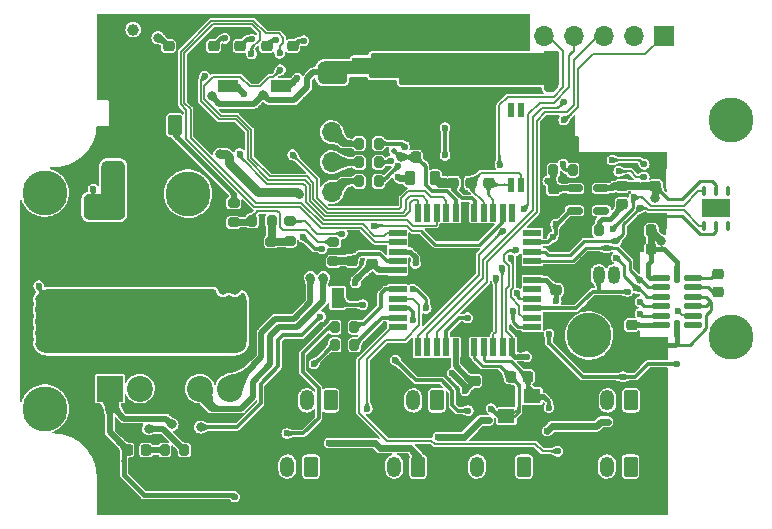
<source format=gbr>
%TF.GenerationSoftware,KiCad,Pcbnew,(6.0.7)*%
%TF.CreationDate,2022-10-03T23:56:51+03:00*%
%TF.ProjectId,hs12,68733132-2e6b-4696-9361-645f70636258,rev?*%
%TF.SameCoordinates,Original*%
%TF.FileFunction,Copper,L1,Top*%
%TF.FilePolarity,Positive*%
%FSLAX46Y46*%
G04 Gerber Fmt 4.6, Leading zero omitted, Abs format (unit mm)*
G04 Created by KiCad (PCBNEW (6.0.7)) date 2022-10-03 23:56:51*
%MOMM*%
%LPD*%
G01*
G04 APERTURE LIST*
G04 Aperture macros list*
%AMRoundRect*
0 Rectangle with rounded corners*
0 $1 Rounding radius*
0 $2 $3 $4 $5 $6 $7 $8 $9 X,Y pos of 4 corners*
0 Add a 4 corners polygon primitive as box body*
4,1,4,$2,$3,$4,$5,$6,$7,$8,$9,$2,$3,0*
0 Add four circle primitives for the rounded corners*
1,1,$1+$1,$2,$3*
1,1,$1+$1,$4,$5*
1,1,$1+$1,$6,$7*
1,1,$1+$1,$8,$9*
0 Add four rect primitives between the rounded corners*
20,1,$1+$1,$2,$3,$4,$5,0*
20,1,$1+$1,$4,$5,$6,$7,0*
20,1,$1+$1,$6,$7,$8,$9,0*
20,1,$1+$1,$8,$9,$2,$3,0*%
G04 Aperture macros list end*
%TA.AperFunction,SMDPad,CuDef*%
%ADD10RoundRect,0.200000X0.200000X0.275000X-0.200000X0.275000X-0.200000X-0.275000X0.200000X-0.275000X0*%
%TD*%
%TA.AperFunction,SMDPad,CuDef*%
%ADD11RoundRect,0.200000X-0.275000X0.200000X-0.275000X-0.200000X0.275000X-0.200000X0.275000X0.200000X0*%
%TD*%
%TA.AperFunction,SMDPad,CuDef*%
%ADD12RoundRect,0.218750X0.218750X0.256250X-0.218750X0.256250X-0.218750X-0.256250X0.218750X-0.256250X0*%
%TD*%
%TA.AperFunction,SMDPad,CuDef*%
%ADD13RoundRect,0.218750X-0.256250X0.218750X-0.256250X-0.218750X0.256250X-0.218750X0.256250X0.218750X0*%
%TD*%
%TA.AperFunction,SMDPad,CuDef*%
%ADD14RoundRect,0.100000X0.100000X-0.300000X0.100000X0.300000X-0.100000X0.300000X-0.100000X-0.300000X0*%
%TD*%
%TA.AperFunction,SMDPad,CuDef*%
%ADD15R,2.400000X1.500000*%
%TD*%
%TA.AperFunction,SMDPad,CuDef*%
%ADD16R,1.700000X1.100000*%
%TD*%
%TA.AperFunction,ComponentPad*%
%ADD17RoundRect,0.250000X0.350000X0.625000X-0.350000X0.625000X-0.350000X-0.625000X0.350000X-0.625000X0*%
%TD*%
%TA.AperFunction,ComponentPad*%
%ADD18O,1.200000X1.750000*%
%TD*%
%TA.AperFunction,SMDPad,CuDef*%
%ADD19RoundRect,0.225000X0.225000X0.250000X-0.225000X0.250000X-0.225000X-0.250000X0.225000X-0.250000X0*%
%TD*%
%TA.AperFunction,SMDPad,CuDef*%
%ADD20C,0.600000*%
%TD*%
%TA.AperFunction,SMDPad,CuDef*%
%ADD21RoundRect,0.200000X-0.200000X-0.275000X0.200000X-0.275000X0.200000X0.275000X-0.200000X0.275000X0*%
%TD*%
%TA.AperFunction,ComponentPad*%
%ADD22R,1.050000X1.500000*%
%TD*%
%TA.AperFunction,ComponentPad*%
%ADD23O,1.050000X1.500000*%
%TD*%
%TA.AperFunction,ComponentPad*%
%ADD24C,3.800000*%
%TD*%
%TA.AperFunction,SMDPad,CuDef*%
%ADD25RoundRect,0.250000X1.000000X-1.750000X1.000000X1.750000X-1.000000X1.750000X-1.000000X-1.750000X0*%
%TD*%
%TA.AperFunction,SMDPad,CuDef*%
%ADD26RoundRect,0.225000X0.250000X-0.225000X0.250000X0.225000X-0.250000X0.225000X-0.250000X-0.225000X0*%
%TD*%
%TA.AperFunction,ComponentPad*%
%ADD27R,1.700000X1.700000*%
%TD*%
%TA.AperFunction,ComponentPad*%
%ADD28O,1.700000X1.700000*%
%TD*%
%TA.AperFunction,SMDPad,CuDef*%
%ADD29RoundRect,0.225000X-0.250000X0.225000X-0.250000X-0.225000X0.250000X-0.225000X0.250000X0.225000X0*%
%TD*%
%TA.AperFunction,SMDPad,CuDef*%
%ADD30C,0.500000*%
%TD*%
%TA.AperFunction,SMDPad,CuDef*%
%ADD31RoundRect,0.250000X-0.925000X0.787500X-0.925000X-0.787500X0.925000X-0.787500X0.925000X0.787500X0*%
%TD*%
%TA.AperFunction,SMDPad,CuDef*%
%ADD32RoundRect,0.200000X0.275000X-0.200000X0.275000X0.200000X-0.275000X0.200000X-0.275000X-0.200000X0*%
%TD*%
%TA.AperFunction,SMDPad,CuDef*%
%ADD33RoundRect,0.250001X-0.462499X-0.624999X0.462499X-0.624999X0.462499X0.624999X-0.462499X0.624999X0*%
%TD*%
%TA.AperFunction,SMDPad,CuDef*%
%ADD34R,0.600000X1.200000*%
%TD*%
%TA.AperFunction,SMDPad,CuDef*%
%ADD35R,0.550000X1.500000*%
%TD*%
%TA.AperFunction,SMDPad,CuDef*%
%ADD36R,1.500000X0.550000*%
%TD*%
%TA.AperFunction,SMDPad,CuDef*%
%ADD37RoundRect,0.150000X-0.512500X-0.150000X0.512500X-0.150000X0.512500X0.150000X-0.512500X0.150000X0*%
%TD*%
%TA.AperFunction,ComponentPad*%
%ADD38C,2.000000*%
%TD*%
%TA.AperFunction,SMDPad,CuDef*%
%ADD39RoundRect,0.225000X-0.225000X-0.250000X0.225000X-0.250000X0.225000X0.250000X-0.225000X0.250000X0*%
%TD*%
%TA.AperFunction,ComponentPad*%
%ADD40R,2.200000X2.200000*%
%TD*%
%TA.AperFunction,ComponentPad*%
%ADD41C,2.200000*%
%TD*%
%TA.AperFunction,SMDPad,CuDef*%
%ADD42RoundRect,0.250001X-0.624999X0.462499X-0.624999X-0.462499X0.624999X-0.462499X0.624999X0.462499X0*%
%TD*%
%TA.AperFunction,SMDPad,CuDef*%
%ADD43C,1.000000*%
%TD*%
%TA.AperFunction,SMDPad,CuDef*%
%ADD44RoundRect,0.218750X-0.218750X-0.381250X0.218750X-0.381250X0.218750X0.381250X-0.218750X0.381250X0*%
%TD*%
%TA.AperFunction,SMDPad,CuDef*%
%ADD45R,1.400000X1.200000*%
%TD*%
%TA.AperFunction,SMDPad,CuDef*%
%ADD46R,1.100000X1.700000*%
%TD*%
%TA.AperFunction,SMDPad,CuDef*%
%ADD47RoundRect,0.125000X-0.675000X-0.125000X0.675000X-0.125000X0.675000X0.125000X-0.675000X0.125000X0*%
%TD*%
%TA.AperFunction,SMDPad,CuDef*%
%ADD48RoundRect,0.125000X0.125000X-0.675000X0.125000X0.675000X-0.125000X0.675000X-0.125000X-0.675000X0*%
%TD*%
%TA.AperFunction,ViaPad*%
%ADD49C,0.800000*%
%TD*%
%TA.AperFunction,ViaPad*%
%ADD50C,0.600000*%
%TD*%
%TA.AperFunction,ViaPad*%
%ADD51C,1.000000*%
%TD*%
%TA.AperFunction,Conductor*%
%ADD52C,0.250000*%
%TD*%
%TA.AperFunction,Conductor*%
%ADD53C,0.400000*%
%TD*%
%TA.AperFunction,Conductor*%
%ADD54C,0.300000*%
%TD*%
%TA.AperFunction,Conductor*%
%ADD55C,0.600000*%
%TD*%
%TA.AperFunction,Conductor*%
%ADD56C,0.500000*%
%TD*%
%TA.AperFunction,Conductor*%
%ADD57C,0.200000*%
%TD*%
%TA.AperFunction,Conductor*%
%ADD58C,0.750000*%
%TD*%
%TA.AperFunction,Conductor*%
%ADD59C,0.153000*%
%TD*%
G04 APERTURE END LIST*
D10*
%TO.P,R68,1*%
%TO.N,SENS_1*%
X-2275000Y22800000D03*
%TO.P,R68,2*%
%TO.N,/Sensor 1/SIGNAL*%
X-3925000Y22800000D03*
%TD*%
D11*
%TO.P,R28,1*%
%TO.N,/Battery/BAT_UNFUSED*%
X-12500000Y33325000D03*
%TO.P,R28,2*%
%TO.N,Net-(R26-Pad2)*%
X-12500000Y31675000D03*
%TD*%
D12*
%TO.P,HL2,1,A*%
%TO.N,Net-(HL2-Pad1)*%
X-19912500Y12400000D03*
%TO.P,HL2,2,C*%
%TO.N,12V*%
X-21487500Y12400000D03*
%TD*%
D13*
%TO.P,HL5,1,A*%
%TO.N,Net-(HL5-Pad1)*%
X-11964976Y46587500D03*
%TO.P,HL5,2,C*%
%TO.N,GND*%
X-11964976Y45012500D03*
%TD*%
D14*
%TO.P,DA5,1,SDA*%
%TO.N,IIC_SDA*%
X27350000Y31400000D03*
%TO.P,DA5,2,VSS*%
%TO.N,GND*%
X28350000Y31400000D03*
%TO.P,DA5,3,NC*%
%TO.N,unconnected-(DA5-Pad3)*%
X29350000Y31400000D03*
%TO.P,DA5,4,NC*%
%TO.N,unconnected-(DA5-Pad4)*%
X29350000Y34300000D03*
%TO.P,DA5,5,VDD*%
%TO.N,/3VDC*%
X28350000Y34300000D03*
%TO.P,DA5,6,SCL*%
%TO.N,IIC_SCL*%
X27350000Y34300000D03*
D15*
%TO.P,DA5,7*%
%TO.N,N/C*%
X28350000Y32850000D03*
%TD*%
D16*
%TO.P,SB3,1*%
%TO.N,BUT_1*%
X-8500000Y43200000D03*
%TO.P,SB3,2*%
%TO.N,GND*%
X-8500000Y39000000D03*
%TD*%
D17*
%TO.P,XT15,1,1*%
%TO.N,VCC*%
X-4300000Y16600000D03*
D18*
%TO.P,XT15,2,2*%
%TO.N,/Sensor 4/SIGNAL*%
X-6300000Y16600000D03*
%TO.P,XT15,3,3*%
%TO.N,GND*%
X-8300000Y16600000D03*
%TD*%
D19*
%TO.P,C25,1*%
%TO.N,GND*%
X4475000Y37200000D03*
%TO.P,C25,2*%
%TO.N,AREF*%
X2925000Y37200000D03*
%TD*%
D13*
%TO.P,HL3,1,A*%
%TO.N,Net-(HL3-Pad1)*%
X-14200000Y46587500D03*
%TO.P,HL3,2,C*%
%TO.N,GND*%
X-14200000Y45012500D03*
%TD*%
D20*
%TO.P,XB6,1,1*%
%TO.N,/3VDC*%
X21700000Y34800000D03*
%TD*%
D21*
%TO.P,R62,1*%
%TO.N,Net-(DA4-Pad5)*%
X-1875000Y35150000D03*
%TO.P,R62,2*%
%TO.N,HC12_SET*%
X-225000Y35150000D03*
%TD*%
D22*
%TO.P,DD2,1,GND*%
%TO.N,GND*%
X17130000Y27240000D03*
D23*
%TO.P,DD2,2,DQ*%
%TO.N,DS18B20_DQ*%
X18400000Y27240000D03*
%TO.P,DD2,3,VDD*%
%TO.N,VCC*%
X19670000Y27240000D03*
%TD*%
D10*
%TO.P,R63,1*%
%TO.N,3V_EN*%
X16225000Y36100000D03*
%TO.P,R63,2*%
%TO.N,/Voltage Regulator 3V/VIN*%
X14575000Y36100000D03*
%TD*%
D19*
%TO.P,C18,1*%
%TO.N,XTAL2*%
X10975000Y18600000D03*
%TO.P,C18,2*%
%TO.N,GND*%
X9425000Y18600000D03*
%TD*%
D24*
%TO.P,J3,1,Pin_1*%
%TO.N,unconnected-(J3-Pad1)*%
X-28500000Y34200000D03*
%TD*%
D25*
%TO.P,C4,1,+*%
%TO.N,/DC-DC XL1509/VIN_FUSED*%
X-24450000Y23550000D03*
%TO.P,C4,2,-*%
%TO.N,GND*%
X-24450000Y29650000D03*
%TD*%
D26*
%TO.P,C19,1*%
%TO.N,GND*%
X7900000Y16725000D03*
%TO.P,C19,2*%
%TO.N,VCC*%
X7900000Y18275000D03*
%TD*%
D20*
%TO.P,XB11,1,1*%
%TO.N,/IIC Connector/INT1*%
X21900000Y23950000D03*
%TD*%
D17*
%TO.P,XT3,1,1*%
%TO.N,VCC*%
X21150000Y16600000D03*
D18*
%TO.P,XT3,2,2*%
%TO.N,/Sensor 7/SIGNAL*%
X19150000Y16600000D03*
%TO.P,XT3,3,3*%
%TO.N,GND*%
X17150000Y16600000D03*
%TD*%
D19*
%TO.P,C38,1*%
%TO.N,/3VDC*%
X22875000Y31000000D03*
%TO.P,C38,2*%
%TO.N,GND*%
X21325000Y31000000D03*
%TD*%
D20*
%TO.P,XB10,1,1*%
%TO.N,/IIC Connector/INT2*%
X21900000Y24950000D03*
%TD*%
D17*
%TO.P,XT13,1,1*%
%TO.N,VCC*%
X3100000Y11000000D03*
D18*
%TO.P,XT13,2,2*%
%TO.N,/Sensor 2/SIGNAL*%
X1100000Y11000000D03*
%TO.P,XT13,3,3*%
%TO.N,GND*%
X-900000Y11000000D03*
%TD*%
D17*
%TO.P,XT1,1,1*%
%TO.N,VCC*%
X4700000Y16600000D03*
D18*
%TO.P,XT1,2,2*%
%TO.N,/Sensor 6/SIGNAL*%
X2700000Y16600000D03*
%TO.P,XT1,3,3*%
%TO.N,GND*%
X700000Y16600000D03*
%TD*%
D27*
%TO.P,DA4,1,VCC*%
%TO.N,VCC*%
X-4205000Y44390000D03*
D28*
%TO.P,DA4,2,GND*%
%TO.N,GND*%
X-4205000Y41850000D03*
%TO.P,DA4,3,RXD*%
%TO.N,Net-(DA4-Pad3)*%
X-4205000Y39310000D03*
%TO.P,DA4,4,TXD*%
%TO.N,Net-(DA4-Pad4)*%
X-4205000Y36770000D03*
%TO.P,DA4,5,SET*%
%TO.N,Net-(DA4-Pad5)*%
X-4205000Y34230000D03*
%TD*%
D24*
%TO.P,J4,1,Pin_1*%
%TO.N,unconnected-(J4-Pad1)*%
X-28500000Y15900000D03*
%TD*%
D20*
%TO.P,XB4,1,1*%
%TO.N,/DC-DC XL1509/VIN_FUSED*%
X-29000000Y26300000D03*
%TD*%
D17*
%TO.P,XT4,1,1*%
%TO.N,VCC*%
X12100000Y11000000D03*
D18*
%TO.P,XT4,2,2*%
%TO.N,GND*%
X10100000Y11000000D03*
%TO.P,XT4,3,3*%
%TO.N,SENS_3*%
X8100000Y11000000D03*
%TD*%
D26*
%TO.P,C24,1*%
%TO.N,Net-(C24-Pad1)*%
X20400000Y33225000D03*
%TO.P,C24,2*%
%TO.N,/3VDC*%
X20400000Y34775000D03*
%TD*%
D10*
%TO.P,R44,1*%
%TO.N,/GND_RAW*%
X-16675000Y12400000D03*
%TO.P,R44,2*%
%TO.N,Net-(HL2-Pad1)*%
X-18325000Y12400000D03*
%TD*%
D29*
%TO.P,C17,1*%
%TO.N,VCC*%
X-800000Y28175000D03*
%TO.P,C17,2*%
%TO.N,GND*%
X-800000Y26625000D03*
%TD*%
D26*
%TO.P,C16,1*%
%TO.N,VCC*%
X14800000Y25925000D03*
%TO.P,C16,2*%
%TO.N,GND*%
X14800000Y27475000D03*
%TD*%
D30*
%TO.P,XB2,1,1*%
%TO.N,AREF*%
X1050000Y37750000D03*
%TD*%
D29*
%TO.P,C14,1*%
%TO.N,/Voltage Regulator 3V/VIN*%
X14600000Y34500000D03*
%TO.P,C14,2*%
%TO.N,GND*%
X14600000Y32950000D03*
%TD*%
D31*
%TO.P,C44,1,+*%
%TO.N,VCC*%
X3300000Y44562500D03*
%TO.P,C44,2,-*%
%TO.N,GND*%
X3300000Y39637500D03*
%TD*%
D13*
%TO.P,HL1,1,A*%
%TO.N,Net-(HL1-Pad1)*%
X-18000000Y46587500D03*
%TO.P,HL1,2,C*%
%TO.N,GND*%
X-18000000Y45012500D03*
%TD*%
D32*
%TO.P,R27,1*%
%TO.N,GND*%
X-9300000Y28375000D03*
%TO.P,R27,2*%
%TO.N,Net-(R27-Pad2)*%
X-9300000Y30025000D03*
%TD*%
D33*
%TO.P,C46,1*%
%TO.N,5V*%
X-22687500Y35600000D03*
%TO.P,C46,2*%
%TO.N,GND*%
X-19712500Y35600000D03*
%TD*%
D26*
%TO.P,C13,1*%
%TO.N,TOSC2*%
X7600000Y35025000D03*
%TO.P,C13,2*%
%TO.N,GND*%
X7600000Y36575000D03*
%TD*%
D10*
%TO.P,R72,1*%
%TO.N,SENS_4*%
X-2275000Y21300000D03*
%TO.P,R72,2*%
%TO.N,/Sensor 4/SIGNAL*%
X-3925000Y21300000D03*
%TD*%
D34*
%TO.P,BQ3,1,1*%
%TO.N,TOSC2*%
X11850000Y34850000D03*
%TO.P,BQ3,2,2*%
%TO.N,unconnected-(BQ3-Pad2)*%
X11850000Y41150000D03*
%TO.P,BQ3,3,3*%
%TO.N,unconnected-(BQ3-Pad3)*%
X10950000Y41150000D03*
%TO.P,BQ3,4,4*%
%TO.N,TOSC1*%
X10950000Y34850000D03*
%TD*%
D35*
%TO.P,DD3,1,PB5_PCINT13/ICP3/MOSI*%
%TO.N,MOSI*%
X3088878Y21100000D03*
%TO.P,DD3,2,PB6_PCINT14/OC3A/MISO*%
%TO.N,MISO*%
X3888878Y21100000D03*
%TO.P,DD3,3,PB7_PCINT15/OC3B/SCK*%
%TO.N,SCK*%
X4688878Y21100000D03*
%TO.P,DD3,4,~{RESET}*%
%TO.N,RESET*%
X5488878Y21100000D03*
%TO.P,DD3,5,VCC*%
%TO.N,VCC*%
X6288878Y21100000D03*
%TO.P,DD3,6,GND*%
%TO.N,GND*%
X7088878Y21100000D03*
%TO.P,DD3,7,XTAL2*%
%TO.N,XTAL2*%
X7888878Y21100000D03*
%TO.P,DD3,8,XTAL1*%
%TO.N,XTAL1*%
X8688878Y21100000D03*
%TO.P,DD3,9,PD0_PCINT24/RXD0/T3\u002A*%
%TO.N,RXD0*%
X9488878Y21100000D03*
%TO.P,DD3,10,PD1_PCINT25/TXD0*%
%TO.N,TXD0*%
X10288878Y21100000D03*
%TO.P,DD3,11,PD2_PCINT26/RXD1/INT0*%
%TO.N,RXD1*%
X11088878Y21100000D03*
D36*
%TO.P,DD3,12,PD3_PCINT27/TXD1/INT1*%
%TO.N,TXD1*%
X12788878Y22800000D03*
%TO.P,DD3,13,PD4_PCINT28/XCK1/OC1B*%
%TO.N,RS485_SET*%
X12788878Y23600000D03*
%TO.P,DD3,14,PD5_PCINT29/OC1A*%
%TO.N,DS18B20_DQ*%
X12788878Y24400000D03*
%TO.P,DD3,15,PD6_PCINT30/OC2B/ICP*%
%TO.N,HC12_SET*%
X12788878Y25200000D03*
%TO.P,DD3,16,PD7_PCINT31/OC2A*%
%TO.N,unconnected-(DD3-Pad16)*%
X12788878Y26000000D03*
%TO.P,DD3,17,VCC*%
%TO.N,VCC*%
X12788878Y26800000D03*
%TO.P,DD3,18,GND*%
%TO.N,GND*%
X12788878Y27600000D03*
%TO.P,DD3,19,PC0_PCINT16/SCL*%
%TO.N,IIC_SCL*%
X12788878Y28400000D03*
%TO.P,DD3,20,PC1_PCINT17/SDA*%
%TO.N,IIC_SDA*%
X12788878Y29200000D03*
%TO.P,DD3,21,PC2_PCINT18/TCK*%
%TO.N,3V_EN*%
X12788878Y30000000D03*
%TO.P,DD3,22,PC3_PCINT19/TMS*%
%TO.N,unconnected-(DD3-Pad22)*%
X12788878Y30800000D03*
D35*
%TO.P,DD3,23,PC4_TDO/PCINT20*%
%TO.N,unconnected-(DD3-Pad23)*%
X11088878Y32500000D03*
%TO.P,DD3,24,PC5_TDI/PCINT21*%
%TO.N,BAT_DIV_EN*%
X10288878Y32500000D03*
%TO.P,DD3,25,PC6_TOSC1/PCINT22*%
%TO.N,TOSC1*%
X9488878Y32500000D03*
%TO.P,DD3,26,PC7_TOSC2/PCINT23*%
%TO.N,TOSC2*%
X8688878Y32500000D03*
%TO.P,DD3,27,AVCC*%
%TO.N,AVCC*%
X7888878Y32500000D03*
%TO.P,DD3,28,GND*%
%TO.N,GND*%
X7088878Y32500000D03*
%TO.P,DD3,29,AREF*%
%TO.N,AREF*%
X6288878Y32500000D03*
%TO.P,DD3,30,PA7_ADC7/PCINT7*%
%TO.N,BUT_1*%
X5488878Y32500000D03*
%TO.P,DD3,31,PA6_ADC6/PCINT6*%
%TO.N,BUT_2*%
X4688878Y32500000D03*
%TO.P,DD3,32,PA5_ADC5/PCINT5*%
%TO.N,LED_1*%
X3888878Y32500000D03*
%TO.P,DD3,33,PA4_ADC4/PCINT4*%
%TO.N,LED_2*%
X3088878Y32500000D03*
D36*
%TO.P,DD3,34,PA3_ADC3/PCINT3*%
%TO.N,LED_3*%
X1388878Y30800000D03*
%TO.P,DD3,35,PA2_ADC2/PCINT2*%
%TO.N,LED_4*%
X1388878Y30000000D03*
%TO.P,DD3,36,PA1_ADC1/PCINT1*%
%TO.N,ADC_EXTERN_VOL*%
X1388878Y29200000D03*
%TO.P,DD3,37,PA0_ADC0/PCINT0*%
%TO.N,ADC_BAT_VOL*%
X1388878Y28400000D03*
%TO.P,DD3,38,VCC*%
%TO.N,VCC*%
X1388878Y27600000D03*
%TO.P,DD3,39,GND*%
%TO.N,GND*%
X1388878Y26800000D03*
%TO.P,DD3,40,PB0_XCK0/T0/PCINT8*%
%TO.N,SENS_1*%
X1388878Y26000000D03*
%TO.P,DD3,41,PB1_T1/CLKO/PCINT9*%
%TO.N,SENS_2*%
X1388878Y25200000D03*
%TO.P,DD3,42,PB2_AIN0/INT2/PCINT10*%
%TO.N,SENS_3*%
X1388878Y24400000D03*
%TO.P,DD3,43,PB3_AIN1/OC0A/PCINT11*%
%TO.N,SENS_4*%
X1388878Y23600000D03*
%TO.P,DD3,44,PB4_SS/OC0B/PCINT12*%
%TO.N,SENS_5*%
X1388878Y22800000D03*
%TD*%
D11*
%TO.P,R9,1*%
%TO.N,BAT_DIV_EN*%
X-7750000Y31750000D03*
%TO.P,R9,2*%
%TO.N,Net-(R27-Pad2)*%
X-7750000Y30100000D03*
%TD*%
D37*
%TO.P,DA6,1,VIN*%
%TO.N,/Voltage Regulator 3V/VIN*%
X16362500Y34550000D03*
%TO.P,DA6,2,GND*%
%TO.N,GND*%
X16362500Y33600000D03*
%TO.P,DA6,3,ON/OFF*%
%TO.N,3V_EN*%
X16362500Y32650000D03*
%TO.P,DA6,4,NC*%
%TO.N,unconnected-(DA6-Pad4)*%
X18637500Y32650000D03*
%TO.P,DA6,5,VOUT*%
%TO.N,/3VDC*%
X18637500Y34550000D03*
%TD*%
D38*
%TO.P,XP1,1,1*%
%TO.N,GND*%
X-26800000Y19200000D03*
%TD*%
D26*
%TO.P,C9,1*%
%TO.N,TOSC1*%
X9100000Y35025000D03*
%TO.P,C9,2*%
%TO.N,GND*%
X9100000Y36575000D03*
%TD*%
D20*
%TO.P,XB7,1,1*%
%TO.N,3V_EN*%
X14500000Y30400000D03*
%TD*%
D24*
%TO.P,J2,1,Pin_1*%
%TO.N,unconnected-(J2-Pad1)*%
X17600000Y22100000D03*
%TD*%
D25*
%TO.P,C45,1,+*%
%TO.N,/DC-DC XL1509/VIN_FUSED*%
X-15500000Y23550000D03*
%TO.P,C45,2,-*%
%TO.N,GND*%
X-15500000Y29650000D03*
%TD*%
D21*
%TO.P,R67,1*%
%TO.N,Net-(DA4-Pad4)*%
X-1875000Y36750000D03*
%TO.P,R67,2*%
%TO.N,RXD0*%
X-225000Y36750000D03*
%TD*%
D39*
%TO.P,C15,1*%
%TO.N,XTAL1*%
X12425000Y18600000D03*
%TO.P,C15,2*%
%TO.N,GND*%
X13975000Y18600000D03*
%TD*%
D13*
%TO.P,HL4,1,A*%
%TO.N,Net-(HL4-Pad1)*%
X-7494927Y46587500D03*
%TO.P,HL4,2,C*%
%TO.N,GND*%
X-7494927Y45012500D03*
%TD*%
D32*
%TO.P,R26,1*%
%TO.N,ADC_BAT_VOL*%
X-4050000Y28375000D03*
%TO.P,R26,2*%
%TO.N,Net-(R26-Pad2)*%
X-4050000Y30025000D03*
%TD*%
D24*
%TO.P,J1,1,Pin_1*%
%TO.N,unconnected-(J1-Pad1)*%
X-16359564Y34103118D03*
%TD*%
D21*
%TO.P,R66,1*%
%TO.N,Net-(DA4-Pad3)*%
X-1875000Y38350000D03*
%TO.P,R66,2*%
%TO.N,TXD0*%
X-225000Y38350000D03*
%TD*%
D16*
%TO.P,SB1,1*%
%TO.N,BUT_2*%
X-13000000Y43200000D03*
%TO.P,SB1,2*%
%TO.N,GND*%
X-13000000Y39000000D03*
%TD*%
D29*
%TO.P,C40,1*%
%TO.N,/IIC Connector/SETC*%
X28550000Y27325000D03*
%TO.P,C40,2*%
%TO.N,/IIC Connector/SETP*%
X28550000Y25775000D03*
%TD*%
D21*
%TO.P,R46,1*%
%TO.N,GND*%
X16775000Y31000000D03*
%TO.P,R46,2*%
%TO.N,Net-(C24-Pad1)*%
X18425000Y31000000D03*
%TD*%
D17*
%TO.P,XT6,1,1*%
%TO.N,VCC*%
X-5950000Y11000000D03*
D18*
%TO.P,XT6,2,2*%
%TO.N,/Sensor 1/SIGNAL*%
X-7950000Y11000000D03*
%TO.P,XT6,3,3*%
%TO.N,GND*%
X-9950000Y11000000D03*
%TD*%
D13*
%TO.P,HL6,1,A*%
%TO.N,Net-(HL6-Pad1)*%
X-9700000Y46587500D03*
%TO.P,HL6,2,C*%
%TO.N,GND*%
X-9700000Y45012500D03*
%TD*%
D17*
%TO.P,XT16,1,1*%
%TO.N,VCC*%
X21100000Y11000000D03*
D18*
%TO.P,XT16,2,2*%
%TO.N,/Sensor 5/SIGNAL*%
X19100000Y11000000D03*
%TO.P,XT16,3,3*%
%TO.N,GND*%
X17100000Y11000000D03*
%TD*%
D26*
%TO.P,C26,1*%
%TO.N,/3VDC*%
X23200000Y34725000D03*
%TO.P,C26,2*%
%TO.N,GND*%
X23200000Y36275000D03*
%TD*%
D40*
%TO.P,XT2,1,1*%
%TO.N,12V*%
X-22980000Y17600000D03*
D41*
%TO.P,XT2,2,2*%
%TO.N,/GND_RAW*%
X-20440000Y17600000D03*
%TO.P,XT2,3,3*%
%TO.N,GND*%
X-17900000Y17600000D03*
%TO.P,XT2,4,4*%
%TO.N,/RS485/A_RS485*%
X-15360000Y17600000D03*
%TO.P,XT2,5,5*%
%TO.N,/RS485/B_RS485*%
X-12820000Y17600000D03*
%TD*%
D24*
%TO.P,J5,1,Pin_1*%
%TO.N,unconnected-(J5-Pad1)*%
X29600000Y40300000D03*
%TD*%
D21*
%TO.P,R29,1*%
%TO.N,Net-(R26-Pad2)*%
X-10925000Y31800000D03*
%TO.P,R29,2*%
%TO.N,Net-(R27-Pad2)*%
X-9275000Y31800000D03*
%TD*%
D29*
%TO.P,C7,1*%
%TO.N,GND*%
X6100000Y36575000D03*
%TO.P,C7,2*%
%TO.N,AVCC*%
X6100000Y35025000D03*
%TD*%
D33*
%TO.P,C47,1*%
%TO.N,5V*%
X-23087500Y33200000D03*
%TO.P,C47,2*%
%TO.N,GND*%
X-20112500Y33200000D03*
%TD*%
D19*
%TO.P,C37,1*%
%TO.N,/3VDC*%
X22875000Y29400000D03*
%TO.P,C37,2*%
%TO.N,GND*%
X21325000Y29400000D03*
%TD*%
D29*
%TO.P,C34,1*%
%TO.N,VCC*%
X-1800000Y44900000D03*
%TO.P,C34,2*%
%TO.N,GND*%
X-1800000Y43350000D03*
%TD*%
D42*
%TO.P,C42,1*%
%TO.N,VCC*%
X200000Y44900000D03*
%TO.P,C42,2*%
%TO.N,GND*%
X200000Y41925000D03*
%TD*%
D43*
%TO.P,XB3,1,1*%
%TO.N,VCC*%
X-21000000Y48000000D03*
%TD*%
D20*
%TO.P,XB5,1,1*%
%TO.N,5V*%
X-24400000Y34500000D03*
%TD*%
D24*
%TO.P,J6,1,Pin_1*%
%TO.N,unconnected-(J6-Pad1)*%
X29600000Y22000000D03*
%TD*%
D26*
%TO.P,C21,1*%
%TO.N,ADC_BAT_VOL*%
X-2500000Y28425000D03*
%TO.P,C21,2*%
%TO.N,GND*%
X-2500000Y29975000D03*
%TD*%
D44*
%TO.P,L2,1*%
%TO.N,VCC*%
X2437500Y35400000D03*
%TO.P,L2,2*%
%TO.N,AVCC*%
X4562500Y35400000D03*
%TD*%
D45*
%TO.P,BQ1,1,IN*%
%TO.N,XTAL1*%
X12800000Y16950000D03*
%TO.P,BQ1,2,GND*%
%TO.N,GND*%
X10600000Y16950000D03*
%TO.P,BQ1,3,OUT*%
%TO.N,XTAL2*%
X10600000Y15250000D03*
%TO.P,BQ1,4,GND*%
%TO.N,GND*%
X12800000Y15250000D03*
%TD*%
D29*
%TO.P,C39,1*%
%TO.N,/IIC Connector/C1*%
X21200000Y22975000D03*
%TO.P,C39,2*%
%TO.N,GND*%
X21200000Y21425000D03*
%TD*%
D31*
%TO.P,C41,1,+*%
%TO.N,VCC*%
X7150000Y44562500D03*
%TO.P,C41,2,-*%
%TO.N,GND*%
X7150000Y39637500D03*
%TD*%
D46*
%TO.P,SB2,1*%
%TO.N,GND*%
X-7900000Y25300000D03*
%TO.P,SB2,2*%
%TO.N,RESET*%
X-3700000Y25300000D03*
%TD*%
D47*
%TO.P,DD5,1,VDDIO*%
%TO.N,/3VDC*%
X23675000Y26975000D03*
%TO.P,DD5,2,SCL*%
%TO.N,IIC_SCL*%
X23675000Y26175000D03*
%TO.P,DD5,3,SDA*%
%TO.N,IIC_SDA*%
X23675000Y25375000D03*
%TO.P,DD5,4,INT2*%
%TO.N,/IIC Connector/INT2*%
X23675000Y24575000D03*
%TO.P,DD5,5,INT1*%
%TO.N,/IIC Connector/INT1*%
X23675000Y23775000D03*
%TO.P,DD5,6,C1*%
%TO.N,/IIC Connector/C1*%
X23675000Y22975000D03*
D48*
%TO.P,DD5,7,GND*%
%TO.N,GND*%
X25025000Y22675000D03*
D47*
%TO.P,DD5,8,NC*%
%TO.N,unconnected-(DD5-Pad8)*%
X26375000Y22975000D03*
%TO.P,DD5,9,DRDY*%
%TO.N,Net-(DD5-Pad9)*%
X26375000Y23775000D03*
%TO.P,DD5,10,GND*%
%TO.N,GND*%
X26375000Y24575000D03*
%TO.P,DD5,11,GND*%
X26375000Y25375000D03*
%TO.P,DD5,12,SETP*%
%TO.N,/IIC Connector/SETP*%
X26375000Y26175000D03*
%TO.P,DD5,13,SETC*%
%TO.N,/IIC Connector/SETC*%
X26375000Y26975000D03*
D48*
%TO.P,DD5,14,VDD*%
%TO.N,/3VDC*%
X25025000Y27275000D03*
%TD*%
D17*
%TO.P,XT10,1,1*%
%TO.N,/Battery/BAT_UNFUSED*%
X-17500000Y39900000D03*
D18*
%TO.P,XT10,2,2*%
%TO.N,GND*%
X-19500000Y39900000D03*
%TD*%
D27*
%TO.P,XT9,1,1*%
%TO.N,MISO*%
X23900000Y47473180D03*
D28*
%TO.P,XT9,2,2*%
%TO.N,VCC*%
X21360000Y47473180D03*
%TO.P,XT9,3,3*%
%TO.N,SCK*%
X18820000Y47473180D03*
%TO.P,XT9,4,4*%
%TO.N,MOSI*%
X16280000Y47473180D03*
%TO.P,XT9,5,5*%
%TO.N,RESET*%
X13740000Y47473180D03*
%TO.P,XT9,6,6*%
%TO.N,GND*%
X11200000Y47473180D03*
%TD*%
D49*
%TO.N,GND*%
X-12400000Y25950000D03*
D50*
X-15650000Y45500000D03*
D49*
X-8100000Y27700000D03*
X-29800000Y21800000D03*
X2235886Y41290732D03*
X-27250000Y29100000D03*
D50*
X-15650000Y44800000D03*
D49*
X-29800000Y26800000D03*
X15450000Y16750000D03*
X23700000Y12550000D03*
D50*
X7600000Y37597500D03*
X-9600000Y36600000D03*
D49*
X-23800000Y11700000D03*
X17700000Y7600000D03*
D50*
X22647500Y15200000D03*
D49*
X-27250000Y28100000D03*
D50*
X-10800000Y44950000D03*
X-13450000Y12100000D03*
D49*
X5200000Y8400000D03*
X-8300000Y7600000D03*
D50*
X19700000Y19900000D03*
D49*
X-29800000Y20800000D03*
D50*
X6900000Y41350000D03*
D49*
X-7100000Y28600000D03*
X-23000000Y43400000D03*
X-8135474Y26800000D03*
X-16400000Y36800000D03*
X-2700000Y41200000D03*
D50*
X-10500000Y30550000D03*
D49*
X-29800000Y22800000D03*
X8700000Y7600000D03*
X6200000Y9400000D03*
X-23800000Y38200000D03*
X-16300000Y7600000D03*
X22700000Y7600000D03*
X-2300000Y7600000D03*
X-20300000Y7600000D03*
X-23300000Y10700000D03*
D50*
X17900000Y35900000D03*
D49*
X-19300000Y43200000D03*
D50*
X23300000Y21650000D03*
X-12800000Y11400000D03*
D49*
X15200000Y9450000D03*
X4250000Y42150000D03*
X-12400000Y27800000D03*
X-13400000Y25950000D03*
D50*
X8950000Y41300000D03*
D49*
X-22450000Y31100000D03*
X-29800000Y24800000D03*
D50*
X8950000Y42050000D03*
X-9000000Y36091000D03*
D49*
X-29800000Y30800000D03*
D50*
X-11027763Y40272237D03*
D49*
X4250000Y41300000D03*
D50*
X15900000Y27750000D03*
X6200000Y41600000D03*
D49*
X-19600000Y27900000D03*
X23700000Y7600000D03*
D50*
X18150000Y15750000D03*
D49*
X-23300000Y7600000D03*
X-25300000Y13700000D03*
X-23300000Y9598134D03*
D50*
X-3100000Y23600000D03*
D49*
X-9450000Y17550000D03*
X-20900000Y30400000D03*
X-9112769Y26313485D03*
X-1800000Y42100000D03*
X-20500000Y31700000D03*
X14200000Y8450000D03*
X4700000Y7600000D03*
X1700000Y7600000D03*
X-8000000Y19750000D03*
X-15300000Y7600000D03*
X15450000Y18000000D03*
X7400000Y47950000D03*
X-13300000Y7600000D03*
D50*
X-10150000Y14350000D03*
D49*
X-18300000Y7600000D03*
X-17350000Y19300000D03*
X-7300000Y7600000D03*
D50*
X19650000Y20550000D03*
D49*
X14700000Y7600000D03*
X3242684Y42140732D03*
D50*
X22100000Y15550000D03*
D49*
X-23300000Y39200000D03*
X-18300000Y35900000D03*
X-1300000Y7600000D03*
D50*
X-300000Y15800000D03*
D49*
X5200000Y9400000D03*
X-23000000Y47200000D03*
X-7139740Y26800000D03*
X-17400000Y31600000D03*
X-22450000Y29100000D03*
D50*
X-10300000Y40950000D03*
D49*
X-29800000Y18800000D03*
X-3300000Y7600000D03*
X15450000Y15550000D03*
X-13400000Y27800000D03*
X-17300000Y36800000D03*
X-28550000Y18750000D03*
D50*
X-15650000Y46200000D03*
D49*
X-3800000Y8450000D03*
D50*
X8400000Y15700000D03*
D49*
X-1800000Y41150000D03*
X700000Y7600000D03*
D50*
X5400000Y31200000D03*
X15500000Y29477500D03*
D49*
X9500000Y47950000D03*
D50*
X4750000Y14400000D03*
X1000000Y33350000D03*
D49*
X16700000Y7600000D03*
X-27250000Y30100000D03*
X-20850000Y40200000D03*
X-23300000Y8598134D03*
D50*
X-1200000Y25650000D03*
X-1127500Y33400000D03*
D49*
X-22300000Y7600000D03*
D50*
X-3100000Y22000000D03*
X19950000Y21350000D03*
D49*
X-2800000Y8450000D03*
D50*
X-12800000Y12800000D03*
X-10762299Y44062299D03*
D49*
X8400000Y47950000D03*
D50*
X-13450000Y12800000D03*
D49*
X9500000Y48800000D03*
X-27250000Y31100000D03*
D50*
X17200000Y15250000D03*
D49*
X-29800000Y28800000D03*
X-18200000Y36800000D03*
X3700000Y7600000D03*
D50*
X22200000Y32100000D03*
X4750000Y15100000D03*
D49*
X-17350000Y29650000D03*
X12700000Y7600000D03*
X-12400000Y26900000D03*
D50*
X23900000Y21300000D03*
D49*
X-26300000Y35700000D03*
D50*
X6900000Y42100000D03*
D49*
X-9100000Y27300000D03*
D50*
X-12800000Y12100000D03*
D49*
X2400000Y47950000D03*
D50*
X14100000Y23600000D03*
D49*
X-29800000Y23800000D03*
X14200000Y9450000D03*
D50*
X23700000Y37300000D03*
D49*
X-9300000Y7600000D03*
X-18450000Y19300000D03*
X3400000Y47950000D03*
D50*
X17700000Y28450000D03*
D49*
X-23000000Y44400000D03*
D50*
X6200000Y42250000D03*
X-11200000Y13700000D03*
D49*
X6400000Y47950000D03*
D50*
X400000Y33350000D03*
D49*
X19100000Y13850000D03*
X6200000Y8400000D03*
X-21850000Y44050000D03*
X9700000Y7600000D03*
X-29800000Y27800000D03*
X19700000Y7600000D03*
D50*
X14550000Y29477500D03*
D49*
X-6300000Y7600000D03*
X15200000Y8450000D03*
X-5300000Y7600000D03*
X-19400000Y31700000D03*
X-22450000Y30100000D03*
X5400000Y47950000D03*
D50*
X-4300000Y14300000D03*
X23000000Y37300000D03*
D49*
X-12300000Y7600000D03*
D50*
X5400000Y25700000D03*
D49*
X-25750000Y15350000D03*
X18700000Y7600000D03*
D50*
X-10800000Y14350000D03*
D49*
X-18300000Y31800000D03*
D50*
X-6350000Y41300000D03*
D49*
X-15750000Y19850000D03*
X-29800000Y19800000D03*
X11700000Y7600000D03*
X23700000Y8550000D03*
D50*
X22847500Y32047500D03*
X5400000Y41500000D03*
X-13050000Y45750000D03*
D49*
X-16550000Y19850000D03*
X-20500000Y44050000D03*
D50*
X-11200000Y13000000D03*
D49*
X20700000Y7600000D03*
X-26300000Y14200000D03*
D50*
X7100000Y14700000D03*
X-13050000Y46450000D03*
D49*
X2700000Y7600000D03*
D50*
X16600000Y25350000D03*
X15550000Y23550000D03*
X-13450000Y11400000D03*
D49*
X-25750000Y17350000D03*
X15700000Y7600000D03*
X-500000Y17500000D03*
D50*
X-10100000Y29100000D03*
D49*
X-17350000Y30500000D03*
D50*
X19950000Y22950000D03*
D49*
X-17300000Y7600000D03*
X1000000Y40300000D03*
X-10300000Y7600000D03*
X21700000Y7600000D03*
X-14900000Y19850000D03*
X-25750000Y16350000D03*
X-2700000Y42100000D03*
X-29800000Y29800000D03*
X-500000Y19100000D03*
D50*
X2700000Y26800000D03*
D49*
X4400000Y47950000D03*
D50*
X15900000Y25350000D03*
X6200000Y31200000D03*
D49*
X-29800000Y25800000D03*
X10150000Y13800000D03*
X-21800000Y40200000D03*
X-25300000Y36200000D03*
X23700000Y10550000D03*
X-23000000Y48700000D03*
X-7100000Y27700000D03*
X-14300000Y7600000D03*
D50*
X14800000Y23550000D03*
D49*
X-8100000Y28600000D03*
X13700000Y7600000D03*
X7700000Y7600000D03*
X-9112769Y25317750D03*
X-4300000Y7600000D03*
D50*
X5500000Y42150000D03*
D49*
X11000000Y12150000D03*
X-20900000Y29400000D03*
X-19300000Y41900000D03*
X23700000Y11550000D03*
X-20900000Y28400000D03*
X-29800000Y31800000D03*
D50*
X21600000Y20250000D03*
D49*
X10700000Y7600000D03*
X-13400000Y26900000D03*
X-18300000Y32600000D03*
X9500000Y47100000D03*
X-21100000Y35700000D03*
D50*
X20650000Y19550000D03*
D49*
X-21100000Y36600000D03*
X-19300000Y7600000D03*
X-14400000Y32300000D03*
D50*
X21600000Y19600000D03*
X6200000Y37597500D03*
D49*
X-9112769Y24322015D03*
X-7500000Y20950000D03*
X-8100000Y15000000D03*
X5700000Y7600000D03*
X-14000000Y33100000D03*
D50*
X15900000Y26000000D03*
D49*
X33463Y40319361D03*
X-24300000Y37200000D03*
D50*
X17079331Y28462621D03*
X-6350000Y39650000D03*
D49*
X-22450000Y28100000D03*
X2235886Y42140732D03*
X23700000Y9550000D03*
X1400000Y47950000D03*
X-2800000Y9450000D03*
X-15000000Y39250000D03*
D50*
X7600000Y24400000D03*
D49*
X-24300000Y12700000D03*
X-21300000Y7600000D03*
D50*
X16600000Y26000000D03*
D49*
X-11300000Y7600000D03*
D50*
X-9000000Y36800000D03*
X-1900000Y33400000D03*
X-11000000Y40900000D03*
D49*
X1100000Y13950000D03*
D50*
X15900000Y27100000D03*
X-6350000Y40350000D03*
D49*
X-3800000Y9450000D03*
D50*
X9000000Y37597500D03*
D49*
X-23000000Y45700000D03*
D50*
X-1800000Y25850000D03*
X-6350000Y42000000D03*
X-10700000Y29100000D03*
D49*
X-18200000Y27900000D03*
X-15074500Y40200000D03*
X-28550000Y19750000D03*
D50*
X-10422853Y40302742D03*
X6900000Y37597500D03*
X-4300000Y14950000D03*
D49*
X-23000000Y42550000D03*
X6700000Y7600000D03*
X3242684Y41290732D03*
X-300000Y7600000D03*
D50*
X18600000Y35900000D03*
X8300000Y37597500D03*
%TO.N,XTAL2*%
X9300000Y15900000D03*
%TO.N,XTAL1*%
X14200000Y16000000D03*
%TO.N,VCC*%
X-4400000Y13000000D03*
D49*
X14400000Y44200000D03*
D50*
X9100000Y14900000D03*
X7100000Y17400000D03*
D49*
X14400000Y45000000D03*
X14400000Y45800000D03*
X-10000000Y42500000D03*
D50*
X4800000Y13500000D03*
D49*
X-14344172Y42402914D03*
D50*
X14800000Y25052500D03*
D51*
X-21000000Y48002502D03*
D50*
X6000000Y18900000D03*
D49*
X14400000Y43400000D03*
D50*
X-2190686Y26544273D03*
X14050000Y14000000D03*
X19200000Y14800000D03*
X1450000Y35500000D03*
%TO.N,RESET*%
X-1550000Y24700532D03*
X3800000Y24400000D03*
X7300000Y23600000D03*
X2650000Y26025000D03*
X10027500Y36553123D03*
%TO.N,Net-(HL3-Pad1)*%
X-13250000Y47250000D03*
%TO.N,Net-(HL4-Pad1)*%
X-6550000Y47050000D03*
%TO.N,Net-(HL5-Pad1)*%
X-10949060Y47199060D03*
%TO.N,Net-(HL6-Pad1)*%
X-8875500Y47149060D03*
%TO.N,TXD0*%
X2000000Y38097500D03*
X10219543Y27819542D03*
%TO.N,RXD0*%
X9684109Y26991146D03*
X800000Y36900000D03*
%TO.N,TXD1*%
X11147500Y24200000D03*
%TO.N,RXD1*%
X12300000Y20300000D03*
X11394500Y29300000D03*
D49*
%TO.N,12V*%
X-17720046Y14579954D03*
D50*
X-12405740Y8445920D03*
D49*
%TO.N,5V*%
X-13697149Y37423015D03*
X-24475000Y32600000D03*
X-12900000Y37200000D03*
X-7000000Y34100000D03*
X-24475000Y33425000D03*
%TO.N,Net-(HL1-Pad1)*%
X-18900000Y47300000D03*
D50*
%TO.N,AVCC*%
X5300000Y35050000D03*
%TO.N,BUT_2*%
X-12000000Y37500000D03*
X-11595724Y42547039D03*
%TO.N,BUT_1*%
X-7500000Y37400000D03*
X-7100000Y43900000D03*
D49*
%TO.N,AREF*%
X1700000Y37250000D03*
D50*
%TO.N,HC12_SET*%
X1428505Y36441884D03*
X11500000Y25700000D03*
%TO.N,DS18B20_DQ*%
X20862512Y25820779D03*
%TO.N,MOSI*%
X12100000Y32800000D03*
X10285355Y30966709D03*
%TO.N,MISO*%
X15452500Y40347500D03*
X15465677Y41884323D03*
%TO.N,RS485_SET*%
X10952500Y28650000D03*
%TO.N,IIC_SCL*%
X20100000Y36000000D03*
X19100000Y29500000D03*
X19600000Y31100000D03*
X21900000Y26800000D03*
X22252500Y35527500D03*
X21400000Y33800000D03*
%TO.N,IIC_SDA*%
X21602500Y26100000D03*
X19881101Y30080599D03*
X19536337Y36951531D03*
X22252500Y36595019D03*
X21900000Y32900000D03*
X19897570Y28697570D03*
%TO.N,BAT_DIV_EN*%
X-602500Y31365000D03*
X-3300000Y30702500D03*
%TO.N,LED_1*%
X-8543341Y44588786D03*
%TO.N,LED_2*%
X-14949060Y44049060D03*
%TO.N,LED_3*%
X-11000000Y45950000D03*
%TO.N,LED_4*%
X-8600000Y46000000D03*
%TO.N,SENS_2*%
X-1200000Y15900000D03*
%TO.N,SENS_3*%
X2675500Y23400000D03*
%TO.N,SENS_5*%
X14950000Y12300000D03*
%TO.N,ADC_EXTERN_VOL*%
X2900000Y28200000D03*
%TO.N,Net-(DD5-Pad9)*%
X25100000Y24150000D03*
%TO.N,/Voltage Regulator 3V/VIN*%
X14100000Y35200000D03*
D49*
%TO.N,/3VDC*%
X23700000Y30100000D03*
X23200000Y33752500D03*
D50*
%TO.N,3V_EN*%
X14750000Y31500000D03*
X15382636Y36612771D03*
%TO.N,/RS485/A_RS485*%
X-5017007Y29439507D03*
X-6650000Y30452502D03*
D49*
X-4900000Y27000000D03*
%TO.N,/RS485/B_RS485*%
X-6000000Y27000000D03*
%TO.N,/GND_RAW*%
X-19700000Y14200000D03*
D50*
%TO.N,/Sensor 1/SIGNAL*%
X-8000000Y13800000D03*
%TO.N,/Sensor 6/SIGNAL*%
X1200000Y20000000D03*
X7359322Y15740678D03*
%TO.N,/Sensor 7/SIGNAL*%
X25000000Y19700000D03*
X20450000Y18600000D03*
X14200000Y22200000D03*
%TO.N,/Sensor 4/SIGNAL*%
X-5700000Y19700000D03*
D49*
%TO.N,/DC-DC XL1509/VIN_FUSED*%
X-12800000Y22800000D03*
X-26800000Y23000000D03*
X-28400000Y23803598D03*
X-26800000Y23800000D03*
X-12000000Y22000000D03*
X-28400000Y23003598D03*
X-27600000Y23000000D03*
X-12800000Y22000000D03*
X-27600000Y23800000D03*
X-12000000Y22800000D03*
D50*
%TO.N,Net-(R2-Pad2)*%
X-5150000Y23700000D03*
D49*
X-15300000Y14350000D03*
D50*
%TO.N,Net-(C23-Pad1)*%
X5400000Y37350000D03*
X5400000Y39700000D03*
%TD*%
D52*
%TO.N,GND*%
X26100000Y21300000D02*
X27500000Y22700000D01*
X28350000Y30950000D02*
X28350000Y31400000D01*
X28050000Y30650000D02*
X28350000Y30950000D01*
X27475000Y24575000D02*
X27750000Y24850000D01*
X25200000Y21300000D02*
X26100000Y21300000D01*
X25458355Y32191645D02*
X27000000Y30650000D01*
X27500000Y22700000D02*
X27500000Y23850000D01*
X27500000Y23850000D02*
X27900000Y24250000D01*
X27750000Y24850000D02*
X27900000Y24850000D01*
X26375000Y24575000D02*
X27475000Y24575000D01*
D53*
X25025000Y22675000D02*
X25025000Y21475000D01*
D52*
X22847500Y32047500D02*
X22991645Y32191645D01*
X27900000Y24250000D02*
X27900000Y24850000D01*
X26375000Y25375000D02*
X27475000Y25375000D01*
D53*
X23900000Y21300000D02*
X24850000Y21300000D01*
D52*
X27900000Y24950000D02*
X27900000Y24850000D01*
X27475000Y25375000D02*
X27900000Y24950000D01*
X22991645Y32191645D02*
X25458355Y32191645D01*
X25025000Y21475000D02*
X25200000Y21300000D01*
D53*
X24850000Y21300000D02*
X25025000Y21475000D01*
D52*
X27000000Y30650000D02*
X28050000Y30650000D01*
%TO.N,XTAL2*%
X8603000Y19497000D02*
X10078000Y19497000D01*
X10975000Y18600000D02*
X11625000Y17950000D01*
X9950000Y15250000D02*
X10600000Y15250000D01*
X11250000Y15250000D02*
X10600000Y15250000D01*
X10078000Y19497000D02*
X10975000Y18600000D01*
X7888878Y21100000D02*
X7888878Y20211122D01*
X9300000Y15900000D02*
X9950000Y15250000D01*
X11625000Y15625000D02*
X11250000Y15250000D01*
X11625000Y17950000D02*
X11625000Y15625000D01*
X7888878Y20211122D02*
X8603000Y19497000D01*
%TO.N,XTAL1*%
X8688878Y21100000D02*
X8688878Y20047518D01*
X11000000Y19900000D02*
X12300000Y18600000D01*
X8688878Y20047518D02*
X8836396Y19900000D01*
D54*
X14200000Y16500000D02*
X13750000Y16950000D01*
D52*
X12300000Y18600000D02*
X12425000Y18600000D01*
D54*
X13750000Y16950000D02*
X12800000Y16950000D01*
X12425000Y17325000D02*
X12800000Y16950000D01*
D52*
X8836396Y19900000D02*
X11000000Y19900000D01*
D54*
X14200000Y16000000D02*
X14200000Y16500000D01*
X12425000Y18600000D02*
X12425000Y17325000D01*
D55*
%TO.N,VCC*%
X-500000Y13000000D02*
X-94000Y12594000D01*
X14050000Y14000000D02*
X14453000Y14403000D01*
X2403000Y12597000D02*
X3100000Y11900000D01*
D56*
X6288878Y19511122D02*
X7525000Y18275000D01*
D55*
X2300000Y12597000D02*
X2403000Y12597000D01*
X14453000Y14403000D02*
X18200000Y14403000D01*
D56*
X7100000Y17400000D02*
X7100000Y17800000D01*
X-12197039Y41697039D02*
X-10802961Y41697039D01*
X-2190686Y26784314D02*
X-2190686Y26544273D01*
D55*
X7000000Y13500000D02*
X4800000Y13500000D01*
X1550000Y35400000D02*
X2437500Y35400000D01*
D56*
X-9500000Y42000000D02*
X-7350000Y42000000D01*
X7525000Y18275000D02*
X7900000Y18275000D01*
X-14344172Y42344172D02*
X-13700000Y41700000D01*
X-6250000Y43900000D02*
X-5760000Y44390000D01*
D53*
X14800000Y25925000D02*
X14800000Y25052500D01*
D56*
X-13700000Y41700000D02*
X-12200000Y41700000D01*
X-14344172Y42402914D02*
X-14344172Y42344172D01*
D55*
X18597000Y14800000D02*
X19200000Y14800000D01*
D56*
X7100000Y17400000D02*
X7100000Y17475000D01*
X-800000Y28175000D02*
X-2190686Y26784314D01*
D53*
X13925000Y26800000D02*
X14800000Y25925000D01*
D55*
X8400000Y14900000D02*
X7000000Y13500000D01*
D56*
X-12200000Y41700000D02*
X-12197039Y41697039D01*
X-6250000Y43100000D02*
X-6250000Y43900000D01*
D55*
X9100000Y14900000D02*
X8400000Y14900000D01*
D56*
X1388878Y27600000D02*
X-225000Y27600000D01*
D55*
X-4400000Y13000000D02*
X-500000Y13000000D01*
D56*
X-225000Y27600000D02*
X-800000Y28175000D01*
D55*
X1450000Y35500000D02*
X1550000Y35400000D01*
X2297000Y12594000D02*
X2300000Y12597000D01*
D56*
X7100000Y17475000D02*
X7900000Y18275000D01*
X-7350000Y42000000D02*
X-6250000Y43100000D01*
X6288878Y21100000D02*
X6288878Y19511122D01*
D53*
X12788878Y26800000D02*
X13925000Y26800000D01*
D55*
X18200000Y14403000D02*
X18597000Y14800000D01*
D56*
X-10000000Y42500000D02*
X-9500000Y42000000D01*
D55*
X-94000Y12594000D02*
X2297000Y12594000D01*
D56*
X-5760000Y44390000D02*
X-4205000Y44390000D01*
X7100000Y17800000D02*
X6000000Y18900000D01*
X-10802961Y41697039D02*
X-10000000Y42500000D01*
D55*
X3100000Y11900000D02*
X3100000Y11000000D01*
D57*
%TO.N,RESET*%
X14600000Y42300000D02*
X15400000Y43100000D01*
D52*
X2975000Y26025000D02*
X2650000Y26025000D01*
D54*
X-3100532Y24700532D02*
X-3700000Y25300000D01*
D57*
X15400000Y43100000D02*
X15400000Y46200000D01*
X14126820Y47473180D02*
X13740000Y47473180D01*
D54*
X6600000Y23600000D02*
X5488878Y22488878D01*
X-1550000Y24700532D02*
X-3100532Y24700532D01*
D57*
X15400000Y46200000D02*
X14126820Y47473180D01*
X10700000Y42300000D02*
X14600000Y42300000D01*
D52*
X3800000Y24400000D02*
X3800000Y25200000D01*
D57*
X10000000Y41600000D02*
X10700000Y42300000D01*
D52*
X3800000Y25200000D02*
X2975000Y26025000D01*
D57*
X10000000Y36580623D02*
X10000000Y41600000D01*
D54*
X5488878Y22488878D02*
X5488878Y21100000D01*
X7300000Y23600000D02*
X6600000Y23600000D01*
D57*
X10027500Y36553123D02*
X10000000Y36580623D01*
D54*
%TO.N,Net-(HL3-Pad1)*%
X-13550000Y47250000D02*
X-14200000Y46600000D01*
X-13250000Y47250000D02*
X-13550000Y47250000D01*
%TO.N,Net-(HL4-Pad1)*%
X-6550000Y47050000D02*
X-7037500Y47050000D01*
X-7037500Y47050000D02*
X-7500000Y46587500D01*
%TO.N,Net-(HL5-Pad1)*%
X-10949060Y47199060D02*
X-11394690Y47199060D01*
X-11394690Y47199060D02*
X-12000000Y46593750D01*
%TO.N,Net-(HL6-Pad1)*%
X-8875500Y47149060D02*
X-9144690Y47149060D01*
X-9144690Y47149060D02*
X-9700000Y46593750D01*
D57*
%TO.N,TXD0*%
X10241000Y27798085D02*
X10241000Y21147878D01*
X10219543Y27819542D02*
X10241000Y27798085D01*
X10241000Y21147878D02*
X10288878Y21100000D01*
D54*
X2000000Y38097500D02*
X1747500Y38350000D01*
X1747500Y38350000D02*
X-225000Y38350000D01*
D57*
%TO.N,RXD0*%
X9488878Y22200000D02*
X9488878Y21100000D01*
D54*
X800000Y36900000D02*
X650000Y36750000D01*
D57*
X9684109Y26991146D02*
X9700000Y26975255D01*
D54*
X650000Y36750000D02*
X-225000Y36750000D01*
D57*
X9700000Y26975255D02*
X9700000Y22411122D01*
X9700000Y22411122D02*
X9488878Y22200000D01*
D52*
%TO.N,TXD1*%
X11147500Y24200000D02*
X11147500Y23252500D01*
X11147500Y23252500D02*
X11600000Y22800000D01*
X11600000Y22800000D02*
X12788878Y22800000D01*
D57*
%TO.N,RXD1*%
X10820439Y29300000D02*
X10399500Y28879061D01*
X11394500Y29300000D02*
X10820439Y29300000D01*
D53*
X11300000Y20300000D02*
X11088878Y20511122D01*
D57*
X10594000Y26075279D02*
X10594000Y22506000D01*
X10399500Y28879061D02*
X10399500Y28420939D01*
X11088878Y22011122D02*
X11088878Y21100000D01*
X10399500Y28420939D02*
X10800000Y28020439D01*
X10800000Y26281279D02*
X10594000Y26075279D01*
X10800000Y28020439D02*
X10800000Y26281279D01*
D53*
X12300000Y20300000D02*
X11300000Y20300000D01*
D57*
X10594000Y22506000D02*
X11088878Y22011122D01*
D53*
X11088878Y20511122D02*
X11088878Y21100000D01*
D56*
%TO.N,Net-(DA4-Pad3)*%
X-3245000Y38350000D02*
X-4205000Y39310000D01*
X-1875000Y38350000D02*
X-3245000Y38350000D01*
%TO.N,Net-(DA4-Pad4)*%
X-1875000Y36750000D02*
X-4185000Y36750000D01*
X-4185000Y36750000D02*
X-4205000Y36770000D01*
D53*
%TO.N,/Battery/BAT_UNFUSED*%
X-12500000Y34067529D02*
X-12500000Y33325000D01*
X-17500000Y39900000D02*
X-17500000Y39067529D01*
X-17500000Y39067529D02*
X-12500000Y34067529D01*
%TO.N,12V*%
X-21800000Y10300000D02*
X-21800000Y12087500D01*
D56*
X-22980000Y16280000D02*
X-22980000Y17600000D01*
D53*
X-21800000Y12087500D02*
X-21487500Y12400000D01*
X-20100000Y8600000D02*
X-21800000Y10300000D01*
D56*
X-18189603Y15049511D02*
X-21749511Y15049511D01*
X-22980000Y13892500D02*
X-21487500Y12400000D01*
X-17720046Y14579954D02*
X-18189603Y15049511D01*
X-21749511Y15049511D02*
X-22980000Y16280000D01*
D53*
X-12405740Y8445920D02*
X-12559820Y8600000D01*
D56*
X-22980000Y17600000D02*
X-22980000Y13892500D01*
D53*
X-12559820Y8600000D02*
X-20100000Y8600000D01*
D58*
%TO.N,5V*%
X-10404500Y34204500D02*
X-12900000Y36700000D01*
X-7104500Y34204500D02*
X-10404500Y34204500D01*
X-12900000Y36700000D02*
X-12900000Y37200000D01*
D54*
X-24400000Y34500000D02*
X-24400000Y33500000D01*
D58*
X-7000000Y34100000D02*
X-7104500Y34204500D01*
X-12900000Y37200000D02*
X-13123015Y37423015D01*
D54*
X-24400000Y33500000D02*
X-24475000Y33425000D01*
D58*
X-13123015Y37423015D02*
X-13697149Y37423015D01*
D56*
%TO.N,Net-(HL1-Pad1)*%
X-18712500Y47300000D02*
X-18000000Y46587500D01*
X-18900000Y47300000D02*
X-18712500Y47300000D01*
D57*
%TO.N,TOSC1*%
X9275000Y34850000D02*
X9100000Y35025000D01*
X9100000Y35025000D02*
X9100000Y34000000D01*
X9100000Y34000000D02*
X9500000Y33600000D01*
X9488878Y33588878D02*
X9488878Y32500000D01*
X9500000Y33600000D02*
X9488878Y33588878D01*
X10950000Y34850000D02*
X9275000Y34850000D01*
%TO.N,TOSC2*%
X7600000Y34450000D02*
X8688878Y33361122D01*
X8688878Y33361122D02*
X8688878Y32500000D01*
X7600000Y35025000D02*
X7600000Y34450000D01*
X8447000Y35872000D02*
X11628000Y35872000D01*
X7600000Y35025000D02*
X8447000Y35872000D01*
X11850000Y35650000D02*
X11850000Y34850000D01*
X11628000Y35872000D02*
X11850000Y35650000D01*
D54*
%TO.N,AVCC*%
X6100000Y34400000D02*
X6800000Y33700000D01*
D58*
X4937500Y35025000D02*
X4562500Y35400000D01*
X6100000Y35025000D02*
X4937500Y35025000D01*
D54*
X6800000Y33700000D02*
X7700000Y33700000D01*
X7700000Y33700000D02*
X7900000Y33500000D01*
X7900000Y33500000D02*
X7900000Y32511122D01*
X6100000Y35025000D02*
X6100000Y34400000D01*
X7900000Y32511122D02*
X7888878Y32500000D01*
D59*
%TO.N,BUT_2*%
X-4892250Y31894000D02*
X2210878Y31894000D01*
D56*
X-11595724Y42547039D02*
X-12248685Y43200000D01*
D59*
X4600000Y31400000D02*
X4688878Y31488878D01*
X2210878Y31894000D02*
X2704878Y31400000D01*
X-6600000Y34950000D02*
X-6370500Y34720500D01*
D56*
X-12248685Y43200000D02*
X-13000000Y43200000D01*
D59*
X-6370500Y33372250D02*
X-4892250Y31894000D01*
X-12000000Y37500000D02*
X-12000000Y37267250D01*
X4688878Y31488878D02*
X4688878Y32500000D01*
X-9682750Y34950000D02*
X-6600000Y34950000D01*
X-6370500Y34720500D02*
X-6370500Y33372250D01*
X-12000000Y37267250D02*
X-9682750Y34950000D01*
X2704878Y31400000D02*
X4600000Y31400000D01*
D55*
%TO.N,ADC_BAT_VOL*%
X-4050000Y28375000D02*
X-4000000Y28425000D01*
D54*
X1388878Y28400000D02*
X464856Y28400000D01*
X464856Y28400000D02*
X-135144Y29000000D01*
D55*
X-4000000Y28425000D02*
X-2500000Y28425000D01*
D54*
X-135144Y29000000D02*
X-1925000Y29000000D01*
X-1925000Y29000000D02*
X-2500000Y28425000D01*
D59*
%TO.N,BUT_1*%
X5200000Y33800000D02*
X4200000Y33800000D01*
X3700000Y34300000D02*
X2300000Y34300000D01*
X1512000Y32812000D02*
X-4512000Y32812000D01*
X4200000Y33800000D02*
X3700000Y34300000D01*
D56*
X-7800000Y43200000D02*
X-8500000Y43200000D01*
D59*
X1700000Y33000000D02*
X1512000Y32812000D01*
D56*
X-7100000Y43900000D02*
X-7800000Y43200000D01*
D59*
X5488878Y33511122D02*
X5200000Y33800000D01*
X5488878Y32500000D02*
X5488878Y33511122D01*
X-5452500Y35352500D02*
X-7500000Y37400000D01*
X-5452500Y33752500D02*
X-5452500Y35352500D01*
X1700000Y33700000D02*
X1700000Y33000000D01*
X2300000Y34300000D02*
X1700000Y33700000D01*
X-4512000Y32812000D02*
X-5452500Y33752500D01*
D54*
%TO.N,AREF*%
X4300000Y34300000D02*
X5559362Y34300000D01*
X2925000Y37200000D02*
X3750000Y36375000D01*
X3750000Y36375000D02*
X3750000Y34850000D01*
X6288878Y33570484D02*
X6288878Y32500000D01*
X5559362Y34300000D02*
X6288878Y33570484D01*
D52*
X1750000Y37200000D02*
X2925000Y37200000D01*
D54*
X3750000Y34850000D02*
X4300000Y34300000D01*
D52*
X1700000Y37250000D02*
X1550000Y37250000D01*
X1550000Y37250000D02*
X1050000Y37750000D01*
X1700000Y37250000D02*
X1750000Y37200000D01*
D57*
%TO.N,HC12_SET*%
X11500000Y25400000D02*
X11700000Y25200000D01*
D54*
X136621Y35150000D02*
X-225000Y35150000D01*
D57*
X11500000Y25700000D02*
X11500000Y25400000D01*
D54*
X1428505Y36441884D02*
X136621Y35150000D01*
D57*
X11700000Y25200000D02*
X12788878Y25200000D01*
D54*
%TO.N,DS18B20_DQ*%
X16849771Y24747000D02*
X17203000Y25100229D01*
X12788878Y24400000D02*
X16500000Y24400000D01*
X16847000Y24747000D02*
X16849771Y24747000D01*
X20841733Y25800000D02*
X18400000Y25800000D01*
X17203000Y25100229D02*
X17203000Y25103000D01*
X17900000Y25800000D02*
X18400000Y25800000D01*
X16500000Y24400000D02*
X16847000Y24747000D01*
X18400000Y25800000D02*
X18400000Y27240000D01*
X20862512Y25820779D02*
X20841733Y25800000D01*
X17203000Y25103000D02*
X17900000Y25800000D01*
D57*
%TO.N,MOSI*%
X16280000Y46180000D02*
X15900000Y45800000D01*
X15900000Y43100000D02*
X14600000Y41800000D01*
X10266709Y30966709D02*
X8247000Y28947000D01*
X8247000Y27208122D02*
X3088878Y22050000D01*
X14600000Y41800000D02*
X13400000Y41800000D01*
X15900000Y45800000D02*
X15900000Y43100000D01*
X16280000Y47950000D02*
X16280000Y46180000D01*
X12450000Y40850000D02*
X12450000Y33150000D01*
X3088878Y22050000D02*
X3088878Y21100000D01*
X12450000Y33150000D02*
X12100000Y32800000D01*
X13400000Y41800000D02*
X12450000Y40850000D01*
X8247000Y28947000D02*
X8247000Y27208122D01*
X10285355Y30966709D02*
X10266709Y30966709D01*
%TO.N,MISO*%
X16653000Y44653000D02*
X17900000Y45900000D01*
X22326820Y45900000D02*
X23900000Y47473180D01*
X14981354Y41400000D02*
X13600000Y41400000D01*
X15452500Y40347500D02*
X15546718Y40347500D01*
X15465677Y41884323D02*
X14981354Y41400000D01*
X16653000Y41453782D02*
X16653000Y44653000D01*
X8600000Y26924726D02*
X3888878Y22213604D01*
X17900000Y45900000D02*
X22326820Y45900000D01*
X13600000Y41400000D02*
X12803000Y40603000D01*
X3888878Y22213604D02*
X3888878Y21100000D01*
X15546718Y40347500D02*
X16653000Y41453782D01*
X8600000Y28500000D02*
X8600000Y26924726D01*
X12803000Y40603000D02*
X12803000Y32703000D01*
X12803000Y32703000D02*
X8600000Y28500000D01*
%TO.N,SCK*%
X15700000Y41000000D02*
X13900000Y41000000D01*
X13156000Y40256000D02*
X13156000Y32556000D01*
X16300000Y41600000D02*
X15700000Y41000000D01*
X18820000Y47473180D02*
X18373180Y47473180D01*
X13900000Y41000000D02*
X13156000Y40256000D01*
X13156000Y32556000D02*
X8953000Y28353000D01*
X4688878Y22377208D02*
X4688878Y21100000D01*
X16300000Y45400000D02*
X16300000Y41600000D01*
X8953000Y28353000D02*
X8953000Y26641330D01*
X8953000Y26641330D02*
X4688878Y22377208D01*
X18373180Y47473180D02*
X16300000Y45400000D01*
%TO.N,RS485_SET*%
X11153000Y26135062D02*
X10947000Y25929061D01*
X11700000Y23957878D02*
X12057878Y23600000D01*
X11153000Y28449500D02*
X11153000Y26135062D01*
X12057878Y23600000D02*
X12788878Y23600000D01*
X10947000Y25929061D02*
X10947000Y25328000D01*
X10952500Y28650000D02*
X11153000Y28449500D01*
X10947000Y25328000D02*
X11700000Y24575000D01*
X11700000Y24575000D02*
X11700000Y23957878D01*
D52*
%TO.N,IIC_SCL*%
X19600000Y31169928D02*
X19600000Y31100000D01*
X22575000Y26175000D02*
X23675000Y26175000D01*
X21900000Y26800000D02*
X21050000Y27650000D01*
D57*
X27300000Y34350000D02*
X27350000Y34300000D01*
X25600000Y33100000D02*
X26850000Y34350000D01*
D52*
X21400000Y33800000D02*
X21322000Y33722000D01*
X21950000Y26800000D02*
X22575000Y26175000D01*
D57*
X22100000Y33800000D02*
X22800000Y33100000D01*
D52*
X21050000Y27650000D02*
X21050000Y28400000D01*
D57*
X22252500Y35527500D02*
X21572500Y35527500D01*
X21400000Y33800000D02*
X22100000Y33800000D01*
D52*
X21322000Y32891928D02*
X19600000Y31169928D01*
X21322000Y33722000D02*
X21322000Y32891928D01*
D57*
X21572500Y35527500D02*
X21100000Y36000000D01*
D52*
X16200000Y28400000D02*
X12788878Y28400000D01*
X21050000Y28400000D02*
X19950000Y29500000D01*
X19100000Y29500000D02*
X17300000Y29500000D01*
X17300000Y29500000D02*
X16200000Y28400000D01*
X21900000Y26800000D02*
X21950000Y26800000D01*
D57*
X22800000Y33100000D02*
X25600000Y33100000D01*
D52*
X19950000Y29500000D02*
X19100000Y29500000D01*
D57*
X26850000Y34350000D02*
X27300000Y34350000D01*
X21100000Y36000000D02*
X20100000Y36000000D01*
D52*
%TO.N,IIC_SDA*%
X12788878Y29200000D02*
X13850000Y29200000D01*
X20500000Y31500000D02*
X20500000Y30699498D01*
X19881101Y30080599D02*
X17180599Y30080599D01*
D57*
X22465428Y32900000D02*
X22618428Y32747000D01*
X25587572Y32747000D02*
X26934572Y31400000D01*
D52*
X21602500Y26100000D02*
X21800000Y26100000D01*
X20550000Y28045140D02*
X20550000Y27152500D01*
D57*
X22618428Y32747000D02*
X25587572Y32747000D01*
D52*
X14150000Y28900000D02*
X13850000Y29200000D01*
X21900000Y32900000D02*
X20500000Y31500000D01*
X19897570Y28697570D02*
X20550000Y28045140D01*
X21800000Y26100000D02*
X22525000Y25375000D01*
D57*
X21895988Y36951531D02*
X19536337Y36951531D01*
X21900000Y32900000D02*
X22465428Y32900000D01*
D52*
X17180599Y30080599D02*
X16000000Y28900000D01*
X16000000Y28900000D02*
X14150000Y28900000D01*
X20550000Y27152500D02*
X21602500Y26100000D01*
X20500000Y30699498D02*
X19881101Y30080599D01*
D57*
X26934572Y31400000D02*
X27350000Y31400000D01*
X22252500Y36595019D02*
X21895988Y36951531D01*
D52*
X22525000Y25375000D02*
X23675000Y25375000D01*
%TO.N,BAT_DIV_EN*%
X8301230Y29800000D02*
X4550000Y29800000D01*
D57*
X-6450000Y31750000D02*
X-5402500Y30702500D01*
X-5402500Y30702500D02*
X-3300000Y30702500D01*
D52*
X4550000Y29800000D02*
X3400000Y30950000D01*
X10288878Y32500000D02*
X10288878Y31787648D01*
D57*
X-567500Y31400000D02*
X2200000Y31400000D01*
X3370500Y30979500D02*
X3400000Y30950000D01*
X2620500Y30979500D02*
X3370500Y30979500D01*
X-7750000Y31750000D02*
X-6450000Y31750000D01*
X2200000Y31400000D02*
X2620500Y30979500D01*
D52*
X10288878Y31787648D02*
X8301230Y29800000D01*
D57*
X-602500Y31365000D02*
X-567500Y31400000D01*
D59*
%TO.N,LED_1*%
X-9132127Y44000000D02*
X-9500000Y44000000D01*
X-5758500Y35008500D02*
X-5758500Y33625750D01*
X2094000Y33610375D02*
X2389625Y33906000D01*
X-15000000Y43250000D02*
X-15000000Y42100000D01*
X3494000Y33906000D02*
X3888878Y33511122D01*
X-8543341Y44588786D02*
X-9132127Y44000000D01*
X-15000000Y42100000D02*
X-13606000Y40706000D01*
X-11941000Y44000000D02*
X-14250000Y44000000D01*
X-12209646Y40706000D02*
X-11012198Y39508552D01*
X-5758500Y33625750D02*
X-4638750Y32506000D01*
X-10300000Y43200000D02*
X-11141000Y43200000D01*
X-11012198Y37144948D02*
X-9429250Y35562000D01*
X-11012198Y39508552D02*
X-11012198Y37144948D01*
X3888878Y33511122D02*
X3888878Y32500000D01*
X-6312000Y35562000D02*
X-5758500Y35008500D01*
X-9500000Y44000000D02*
X-10300000Y43200000D01*
X2094000Y32794000D02*
X2094000Y33610375D01*
X-11141000Y43200000D02*
X-11941000Y44000000D01*
X1806000Y32506000D02*
X2094000Y32794000D01*
X-14250000Y44000000D02*
X-15000000Y43250000D01*
X-9429250Y35562000D02*
X-6312000Y35562000D01*
X2389625Y33906000D02*
X3494000Y33906000D01*
X-4638750Y32506000D02*
X1806000Y32506000D01*
X-13606000Y40706000D02*
X-12209646Y40706000D01*
%TO.N,LED_2*%
X-6064500Y33499000D02*
X-4765500Y32200000D01*
X2000000Y32200000D02*
X2400000Y32600000D01*
X-6064500Y34847249D02*
X-6064500Y33499000D01*
X-11318198Y37018198D02*
X-9556000Y35256000D01*
X2400000Y33300000D02*
X2700000Y33600000D01*
X-11318198Y39381802D02*
X-11318198Y37018198D01*
X-15306000Y41973250D02*
X-13732750Y40400000D01*
X2400000Y32600000D02*
X2400000Y33300000D01*
X2700000Y33600000D02*
X3000000Y33600000D01*
X-15306000Y43692120D02*
X-15306000Y41973250D01*
X-4765500Y32200000D02*
X2000000Y32200000D01*
X3000000Y33600000D02*
X3088878Y33511122D01*
X-12336396Y40400000D02*
X-11318198Y39381802D01*
X-13732750Y40400000D02*
X-12336396Y40400000D01*
X-9556000Y35256000D02*
X-6473250Y35256000D01*
X-14949060Y44049060D02*
X-15306000Y43692120D01*
X-6473250Y35256000D02*
X-6064500Y34847249D01*
X3088878Y33511122D02*
X3088878Y32500000D01*
%TO.N,LED_3*%
X-10300000Y47800000D02*
X-10300000Y47100000D01*
X-16694000Y41794000D02*
X-16694000Y46006000D01*
X-10950000Y48450000D02*
X-10300000Y47800000D01*
X200000Y30550000D02*
X-575000Y30550000D01*
X-16694000Y46006000D02*
X-14250000Y48450000D01*
X-575000Y30550000D02*
X-1569000Y31544000D01*
X-1569000Y31544000D02*
X-4975000Y31544000D01*
X-11000000Y46400000D02*
X-11000000Y45950000D01*
X-4975000Y31544000D02*
X-6781000Y33350000D01*
X-6781000Y33350000D02*
X-10650000Y33350000D01*
X-14250000Y48450000D02*
X-10950000Y48450000D01*
X-10650000Y33350000D02*
X-16150000Y38850000D01*
X-16150000Y41250000D02*
X-16694000Y41794000D01*
X-10300000Y47100000D02*
X-11000000Y46400000D01*
X-16150000Y38850000D02*
X-16150000Y41250000D01*
X1388878Y30800000D02*
X450000Y30800000D01*
X450000Y30800000D02*
X200000Y30550000D01*
%TO.N,LED_4*%
X-16500000Y38700000D02*
X-10800000Y33000000D01*
X-8600000Y46000000D02*
X-8600000Y46600000D01*
X-17000000Y41667250D02*
X-16500000Y41167250D01*
X-14376750Y48756000D02*
X-17000000Y46132750D01*
X-10800000Y33000000D02*
X-6863750Y33000000D01*
X-5101750Y31238000D02*
X-1738000Y31238000D01*
X-8300000Y47322387D02*
X-8656173Y47678560D01*
X-9745810Y47678560D02*
X-10823250Y48756000D01*
X-8600000Y46600000D02*
X-8300000Y46900000D01*
X-17000000Y46132750D02*
X-17000000Y41667250D01*
X-16500000Y41167250D02*
X-16500000Y38700000D01*
X-500000Y30000000D02*
X1388878Y30000000D01*
X-10823250Y48756000D02*
X-14376750Y48756000D01*
X-8656173Y47678560D02*
X-9745810Y47678560D01*
X-1738000Y31238000D02*
X-500000Y30000000D01*
X-6863750Y33000000D02*
X-5101750Y31238000D01*
X-8300000Y46900000D02*
X-8300000Y47322387D01*
D54*
%TO.N,SENS_1*%
X1388878Y26000000D02*
X350000Y26000000D01*
X-1500000Y23100000D02*
X-2300000Y23100000D01*
X350000Y26000000D02*
X-50000Y25600000D01*
X-50000Y24550000D02*
X-1500000Y23100000D01*
X-50000Y25600000D02*
X-50000Y24550000D01*
D57*
%TO.N,SENS_2*%
X-1200000Y20100000D02*
X400000Y21700000D01*
X3228000Y22953000D02*
X3228000Y24672000D01*
X3228000Y24672000D02*
X2700000Y25200000D01*
X1975000Y21700000D02*
X3228000Y22953000D01*
X-1200000Y16000000D02*
X-1200000Y20100000D01*
X2700000Y25200000D02*
X1388878Y25200000D01*
X400000Y21700000D02*
X1975000Y21700000D01*
D54*
%TO.N,SENS_3*%
X2319878Y24400000D02*
X1388878Y24400000D01*
X2675500Y24044378D02*
X2319878Y24400000D01*
X2675500Y23400000D02*
X2675500Y24044378D01*
%TO.N,SENS_4*%
X-2275000Y21300000D02*
X25000Y23600000D01*
X25000Y23600000D02*
X1388878Y23600000D01*
D57*
%TO.N,SENS_5*%
X4550229Y12897000D02*
X4247229Y13200000D01*
X1394193Y13200000D02*
X1391193Y13197000D01*
X1391193Y13197000D02*
X503000Y13197000D01*
X-1853000Y15553000D02*
X-1853000Y20047000D01*
X13650000Y12300000D02*
X13053000Y12897000D01*
X13053000Y12897000D02*
X4550229Y12897000D01*
X4247229Y13200000D02*
X1394193Y13200000D01*
X503000Y13197000D02*
X-1853000Y15553000D01*
X900000Y22800000D02*
X1388878Y22800000D01*
X14950000Y12300000D02*
X13650000Y12300000D01*
X-1853000Y20047000D02*
X900000Y22800000D01*
D53*
%TO.N,ADC_EXTERN_VOL*%
X2900000Y28713878D02*
X2900000Y28200000D01*
X1388878Y29200000D02*
X2413878Y29200000D01*
X2413878Y29200000D02*
X2900000Y28713878D01*
D57*
%TO.N,Net-(DD5-Pad9)*%
X25450000Y23800000D02*
X25100000Y24150000D01*
X26350000Y23800000D02*
X25450000Y23800000D01*
X26375000Y23775000D02*
X26350000Y23800000D01*
D56*
%TO.N,/Voltage Regulator 3V/VIN*%
X16362500Y34550000D02*
X14650000Y34550000D01*
X14600000Y34700000D02*
X14100000Y35200000D01*
X14100000Y35200000D02*
X14050000Y35200000D01*
X14650000Y34550000D02*
X14600000Y34500000D01*
X14575000Y34525000D02*
X14600000Y34500000D01*
X14600000Y34500000D02*
X14600000Y34700000D01*
X14575000Y36100000D02*
X14575000Y34525000D01*
%TO.N,Net-(HL2-Pad1)*%
X-19912500Y12400000D02*
X-18325000Y12400000D01*
%TO.N,Net-(DA4-Pad5)*%
X-3285000Y35150000D02*
X-4205000Y34230000D01*
X-1875000Y35150000D02*
X-3285000Y35150000D01*
D53*
%TO.N,/IIC Connector/C1*%
X23675000Y22975000D02*
X21200000Y22975000D01*
D52*
%TO.N,/IIC Connector/SETC*%
X26375000Y26975000D02*
X27875000Y26975000D01*
X27875000Y26975000D02*
X28225000Y27325000D01*
X28225000Y27325000D02*
X28550000Y27325000D01*
%TO.N,/IIC Connector/SETP*%
X27675000Y26175000D02*
X28075000Y25775000D01*
X28075000Y25775000D02*
X28550000Y25775000D01*
X26375000Y26175000D02*
X27675000Y26175000D01*
D53*
%TO.N,/3VDC*%
X25025000Y28350000D02*
X23975000Y29400000D01*
D56*
X19450000Y34550000D02*
X19700000Y34800000D01*
D52*
X28000000Y35200000D02*
X27000000Y35200000D01*
D55*
X23200000Y33752500D02*
X23200000Y34725000D01*
D52*
X28350000Y34850000D02*
X28000000Y35200000D01*
D53*
X22875000Y29400000D02*
X22875000Y28425000D01*
X22775000Y26975000D02*
X23675000Y26975000D01*
D55*
X23700000Y30100000D02*
X22875000Y30925000D01*
D56*
X20375000Y34800000D02*
X20400000Y34775000D01*
D52*
X28350000Y34300000D02*
X28350000Y34850000D01*
X24275000Y33650000D02*
X23200000Y34725000D01*
X25450000Y33650000D02*
X24275000Y33650000D01*
D53*
X22600000Y27150000D02*
X22775000Y26975000D01*
D55*
X22875000Y30925000D02*
X22875000Y31000000D01*
D56*
X18637500Y34550000D02*
X19450000Y34550000D01*
D53*
X22600000Y28150000D02*
X22600000Y27150000D01*
X22875000Y28425000D02*
X22600000Y28150000D01*
D55*
X22875000Y31000000D02*
X22875000Y29400000D01*
D53*
X23975000Y29400000D02*
X22875000Y29400000D01*
D55*
X23150000Y34775000D02*
X20400000Y34775000D01*
D53*
X25025000Y27275000D02*
X25025000Y28350000D01*
D56*
X19700000Y34800000D02*
X20375000Y34800000D01*
D52*
X27000000Y35200000D02*
X25450000Y33650000D01*
D55*
X23200000Y34725000D02*
X23150000Y34775000D01*
D54*
%TO.N,3V_EN*%
X14750000Y31500000D02*
X14750000Y30650000D01*
X15382636Y36612771D02*
X15382636Y36317364D01*
X15600000Y36100000D02*
X16225000Y36100000D01*
X14750000Y31500000D02*
X14900000Y31500000D01*
X16050000Y32650000D02*
X16362500Y32650000D01*
X15382636Y36317364D02*
X15600000Y36100000D01*
X14900000Y31500000D02*
X16050000Y32650000D01*
X14750000Y30650000D02*
X14100000Y30000000D01*
X14100000Y30000000D02*
X12788878Y30000000D01*
%TO.N,/RS485/A_RS485*%
X-5637005Y29439507D02*
X-5017007Y29439507D01*
D56*
X-4900000Y25010051D02*
X-7110051Y22800000D01*
X-4900000Y27000000D02*
X-4900000Y25010051D01*
X-11900000Y15900000D02*
X-14350000Y15900000D01*
X-9450000Y22050000D02*
X-9450000Y19650000D01*
X-10900000Y18200000D02*
X-10900000Y16900000D01*
X-7110051Y22800000D02*
X-8700000Y22800000D01*
X-14350000Y15900000D02*
X-15360000Y16910000D01*
X-8700000Y22800000D02*
X-9450000Y22050000D01*
X-10900000Y16900000D02*
X-11900000Y15900000D01*
X-15360000Y16910000D02*
X-15360000Y17600000D01*
D54*
X-6650000Y30452502D02*
X-5637005Y29439507D01*
D56*
X-9450000Y19650000D02*
X-10900000Y18200000D01*
%TO.N,/RS485/B_RS485*%
X-12800000Y17600000D02*
X-12820000Y17600000D01*
X-10150000Y22350000D02*
X-10150000Y20250000D01*
X-6000000Y24900000D02*
X-7400000Y23500000D01*
X-10150000Y20250000D02*
X-12800000Y17600000D01*
X-9000000Y23500000D02*
X-10150000Y22350000D01*
X-6000000Y27000000D02*
X-6000000Y24900000D01*
X-7400000Y23500000D02*
X-9000000Y23500000D01*
%TO.N,/GND_RAW*%
X-16675000Y12400000D02*
X-18475000Y14200000D01*
X-18475000Y14200000D02*
X-19700000Y14200000D01*
D54*
%TO.N,/Sensor 1/SIGNAL*%
X-5300000Y17650000D02*
X-5300000Y15100000D01*
X-5300000Y15100000D02*
X-6600000Y13800000D01*
X-6650000Y20600000D02*
X-6650000Y19000000D01*
X-3950000Y23100000D02*
X-4150000Y23100000D01*
X-6600000Y13800000D02*
X-8000000Y13800000D01*
X-4150000Y23100000D02*
X-6650000Y20600000D01*
X-6650000Y19000000D02*
X-5300000Y17650000D01*
%TO.N,/Sensor 6/SIGNAL*%
X6000000Y17400000D02*
X6000000Y16200000D01*
X1200000Y20000000D02*
X2900000Y18300000D01*
X6000000Y16200000D02*
X6459322Y15740678D01*
X5100000Y18300000D02*
X6000000Y17400000D01*
X6459322Y15740678D02*
X7359322Y15740678D01*
X2900000Y18300000D02*
X5100000Y18300000D01*
%TO.N,/Sensor 7/SIGNAL*%
X20450000Y18600000D02*
X21500000Y18600000D01*
X21500000Y18600000D02*
X22600000Y19700000D01*
X17050000Y18600000D02*
X14200000Y21450000D01*
X20450000Y18600000D02*
X17050000Y18600000D01*
X22600000Y19700000D02*
X25000000Y19700000D01*
X14200000Y21450000D02*
X14200000Y22200000D01*
D52*
%TO.N,/Sensor 4/SIGNAL*%
X-4100000Y21300000D02*
X-3925000Y21300000D01*
X-5700000Y19700000D02*
X-4100000Y21300000D01*
D54*
%TO.N,/DC-DC XL1509/VIN_FUSED*%
X-29000000Y26000000D02*
X-28400000Y25400000D01*
X-29000000Y26300000D02*
X-29000000Y26000000D01*
D55*
%TO.N,Net-(R27-Pad2)*%
X-9275000Y31800000D02*
X-9275000Y30050000D01*
X-7700000Y30025000D02*
X-9300000Y30025000D01*
X-9275000Y30050000D02*
X-9300000Y30025000D01*
D57*
%TO.N,Net-(R26-Pad2)*%
X-8600000Y32450000D02*
X-8600000Y31300000D01*
X-5375000Y30025000D02*
X-4050000Y30025000D01*
X-10450000Y32650000D02*
X-8800000Y32650000D01*
X-8800000Y32650000D02*
X-8600000Y32450000D01*
D55*
X-11025000Y31700000D02*
X-12475000Y31700000D01*
X-12475000Y31700000D02*
X-12500000Y31675000D01*
D57*
X-8600000Y31300000D02*
X-8305502Y31005502D01*
X-8305502Y31005502D02*
X-6355502Y31005502D01*
D55*
X-10925000Y31800000D02*
X-11025000Y31700000D01*
D57*
X-6355502Y31005502D02*
X-5375000Y30025000D01*
X-10925000Y31800000D02*
X-10925000Y32175000D01*
X-10925000Y32175000D02*
X-10450000Y32650000D01*
D54*
%TO.N,Net-(R2-Pad2)*%
X-10200000Y18000000D02*
X-10200000Y16350000D01*
X-8300000Y22100000D02*
X-8703000Y21697000D01*
X-5150000Y23700000D02*
X-6750000Y22100000D01*
X-10200000Y16350000D02*
X-12200000Y14350000D01*
X-8703000Y19497000D02*
X-10200000Y18000000D01*
X-6750000Y22100000D02*
X-8300000Y22100000D01*
X-8703000Y21697000D02*
X-8703000Y19497000D01*
X-12200000Y14350000D02*
X-15300000Y14350000D01*
D53*
%TO.N,Net-(C24-Pad1)*%
X18697000Y31997000D02*
X19358349Y31997000D01*
X20400000Y33038651D02*
X20400000Y33225000D01*
X18425000Y31000000D02*
X18425000Y31725000D01*
X19358349Y31997000D02*
X20400000Y33038651D01*
X18425000Y31725000D02*
X18697000Y31997000D01*
D54*
%TO.N,Net-(C23-Pad1)*%
X5400000Y37350000D02*
X5400000Y39700000D01*
D52*
%TO.N,/IIC Connector/INT2*%
X23675000Y24575000D02*
X22275000Y24575000D01*
X22275000Y24575000D02*
X21900000Y24950000D01*
%TO.N,/IIC Connector/INT1*%
X22075000Y23775000D02*
X21900000Y23950000D01*
X23675000Y23775000D02*
X22075000Y23775000D01*
%TD*%
%TA.AperFunction,Conductor*%
%TO.N,/3VDC*%
G36*
X23173946Y30423457D02*
G01*
X23171720Y30302924D01*
X23169723Y30195744D01*
X23169360Y30099259D01*
X23172031Y30010812D01*
X23179140Y29927746D01*
X23192089Y29847404D01*
X23212280Y29767128D01*
X23241116Y29684263D01*
X23280000Y29596150D01*
X22889410Y29189985D01*
X22861180Y29189372D01*
X22475439Y29590494D01*
X22472174Y29598833D01*
X22473168Y29603328D01*
X22508789Y29684049D01*
X22508793Y29684058D01*
X22508883Y29684263D01*
X22508964Y29684494D01*
X22537630Y29766872D01*
X22537631Y29766874D01*
X22537719Y29767128D01*
X22557910Y29847404D01*
X22570859Y29927746D01*
X22577968Y30010812D01*
X22580639Y30099259D01*
X22580276Y30195744D01*
X22580071Y30206783D01*
X22578279Y30302924D01*
X22578279Y30302926D01*
X22576337Y30408089D01*
X22576337Y30408094D01*
X22576053Y30423457D01*
X22575000Y30560000D01*
X23175000Y30560000D01*
X23173946Y30423457D01*
G37*
%TD.AperFunction*%
%TD*%
%TA.AperFunction,Conductor*%
%TO.N,/RS485/A_RS485*%
G36*
X-4891567Y27191231D02*
G01*
X-4545477Y26831340D01*
X-4542212Y26823001D01*
X-4543236Y26818438D01*
X-4576505Y26744330D01*
X-4576584Y26744154D01*
X-4604385Y26668747D01*
X-4624564Y26596802D01*
X-4638283Y26525700D01*
X-4646704Y26452818D01*
X-4650989Y26375537D01*
X-4650990Y26375444D01*
X-4652299Y26291235D01*
X-4651797Y26197413D01*
X-4651796Y26197349D01*
X-4651796Y26197293D01*
X-4650643Y26091152D01*
X-4650642Y26091087D01*
X-4650062Y25981762D01*
X-4653445Y25973471D01*
X-4661762Y25970000D01*
X-5138238Y25970000D01*
X-5146511Y25973427D01*
X-5149938Y25981762D01*
X-5149357Y26091087D01*
X-5149356Y26091152D01*
X-5148203Y26197293D01*
X-5148203Y26197349D01*
X-5148202Y26197413D01*
X-5147700Y26291235D01*
X-5149009Y26375444D01*
X-5149010Y26375537D01*
X-5153295Y26452818D01*
X-5161716Y26525700D01*
X-5175435Y26596802D01*
X-5195614Y26668747D01*
X-5223415Y26744154D01*
X-5256764Y26818438D01*
X-5257026Y26827389D01*
X-5254523Y26831340D01*
X-4908433Y27191231D01*
X-4900229Y27194819D01*
X-4891567Y27191231D01*
G37*
%TD.AperFunction*%
%TD*%
%TA.AperFunction,Conductor*%
%TO.N,Net-(R2-Pad2)*%
G36*
X-5047760Y23802563D02*
G01*
X-5044172Y23793901D01*
X-5051391Y23424651D01*
X-5054979Y23416447D01*
X-5059105Y23413879D01*
X-5104503Y23397440D01*
X-5120088Y23391796D01*
X-5144150Y23382074D01*
X-5179526Y23367781D01*
X-5179532Y23367778D01*
X-5179674Y23367721D01*
X-5179820Y23367653D01*
X-5179829Y23367649D01*
X-5220439Y23348709D01*
X-5232424Y23343119D01*
X-5232575Y23343036D01*
X-5232583Y23343032D01*
X-5262430Y23326629D01*
X-5280460Y23316720D01*
X-5280609Y23316623D01*
X-5280618Y23316618D01*
X-5325735Y23287361D01*
X-5325742Y23287356D01*
X-5325901Y23287253D01*
X-5370869Y23253450D01*
X-5417482Y23214039D01*
X-5417536Y23213989D01*
X-5417549Y23213978D01*
X-5467811Y23167799D01*
X-5467863Y23167751D01*
X-5524130Y23113315D01*
X-5524178Y23113267D01*
X-5580132Y23057682D01*
X-5588417Y23054282D01*
X-5596651Y23057709D01*
X-5792291Y23253349D01*
X-5795718Y23261622D01*
X-5792318Y23269868D01*
X-5771460Y23290864D01*
X-5736684Y23325869D01*
X-5720079Y23343032D01*
X-5682308Y23382074D01*
X-5682248Y23382136D01*
X-5673402Y23391764D01*
X-5636021Y23432450D01*
X-5636010Y23432463D01*
X-5635960Y23432517D01*
X-5596549Y23479130D01*
X-5562746Y23524098D01*
X-5533279Y23569539D01*
X-5506880Y23617575D01*
X-5482278Y23670325D01*
X-5458203Y23729911D01*
X-5436121Y23790895D01*
X-5430083Y23797507D01*
X-5425350Y23798609D01*
X-5056099Y23805828D01*
X-5047760Y23802563D01*
G37*
%TD.AperFunction*%
%TD*%
%TA.AperFunction,Conductor*%
%TO.N,/3VDC*%
G36*
X22883433Y31216231D02*
G01*
X23280000Y30803850D01*
X23241116Y30715736D01*
X23212280Y30632871D01*
X23192089Y30552595D01*
X23179140Y30472253D01*
X23172031Y30389187D01*
X23169360Y30300740D01*
X23169723Y30204255D01*
X23169802Y30200007D01*
X23169802Y30199999D01*
X23170576Y30158459D01*
X23171720Y30097075D01*
X23173946Y29976542D01*
X23175000Y29840000D01*
X22575000Y29840000D01*
X22576053Y29976542D01*
X22578279Y30097075D01*
X22579423Y30158459D01*
X22580197Y30199999D01*
X22580197Y30200007D01*
X22580276Y30204255D01*
X22580639Y30300740D01*
X22577968Y30389187D01*
X22570859Y30472253D01*
X22557910Y30552595D01*
X22537719Y30632871D01*
X22537630Y30633127D01*
X22508961Y30715513D01*
X22508958Y30715522D01*
X22508883Y30715736D01*
X22508785Y30715959D01*
X22473168Y30796673D01*
X22472963Y30805625D01*
X22475439Y30809506D01*
X22480592Y30814864D01*
X22725023Y31069042D01*
X22817568Y31165278D01*
X22820893Y31168735D01*
X22866567Y31216231D01*
X22874771Y31219819D01*
X22883433Y31216231D01*
G37*
%TD.AperFunction*%
%TD*%
%TA.AperFunction,Conductor*%
%TO.N,XTAL2*%
G36*
X10251415Y19500685D02*
G01*
X10342976Y19412691D01*
X10431675Y19335696D01*
X10431811Y19335593D01*
X10431822Y19335584D01*
X10512247Y19274643D01*
X10512253Y19274639D01*
X10512427Y19274507D01*
X10588417Y19225984D01*
X10662828Y19186990D01*
X10738847Y19154384D01*
X10819656Y19125029D01*
X10819725Y19125006D01*
X10908442Y19095785D01*
X11008387Y19063514D01*
X11114872Y19027702D01*
X11121620Y19021817D01*
X11122839Y19016842D01*
X11124886Y18912171D01*
X11126372Y18836152D01*
X11134099Y18440901D01*
X10822003Y18447003D01*
X10558158Y18452161D01*
X10549954Y18455749D01*
X10547297Y18460129D01*
X10511485Y18566612D01*
X10511441Y18566747D01*
X10479214Y18666557D01*
X10449993Y18755274D01*
X10449970Y18755343D01*
X10420615Y18836152D01*
X10388009Y18912171D01*
X10349015Y18986582D01*
X10300492Y19062572D01*
X10299786Y19063504D01*
X10239415Y19143177D01*
X10239406Y19143188D01*
X10239303Y19143324D01*
X10162308Y19232023D01*
X10074316Y19323585D01*
X10071054Y19331924D01*
X10074479Y19339964D01*
X10235036Y19500521D01*
X10243309Y19503948D01*
X10251415Y19500685D01*
G37*
%TD.AperFunction*%
%TD*%
%TA.AperFunction,Conductor*%
%TO.N,VCC*%
G36*
X6026704Y19003470D02*
G01*
X6275987Y18998597D01*
X6284190Y18995009D01*
X6286424Y18991706D01*
X6299740Y18962144D01*
X6323334Y18925282D01*
X6353739Y18887216D01*
X6353880Y18887063D01*
X6390434Y18847390D01*
X6390449Y18847375D01*
X6390525Y18847292D01*
X6390617Y18847201D01*
X6433197Y18804927D01*
X6433212Y18804912D01*
X6433264Y18804861D01*
X6481528Y18759272D01*
X6534886Y18709873D01*
X6534897Y18709862D01*
X6582412Y18665758D01*
X6592911Y18656013D01*
X6655174Y18597041D01*
X6706878Y18546384D01*
X6712804Y18540578D01*
X6716315Y18532341D01*
X6712889Y18523948D01*
X6376052Y18187111D01*
X6367779Y18183684D01*
X6359422Y18187196D01*
X6303063Y18244718D01*
X6302925Y18244860D01*
X6243986Y18307088D01*
X6243906Y18307174D01*
X6190137Y18365102D01*
X6190126Y18365113D01*
X6140727Y18418471D01*
X6095230Y18466638D01*
X6095211Y18466658D01*
X6095138Y18466735D01*
X6095089Y18466784D01*
X6095072Y18466802D01*
X6052798Y18509382D01*
X6052707Y18509474D01*
X6052624Y18509550D01*
X6052609Y18509565D01*
X6012936Y18546119D01*
X6012783Y18546260D01*
X5974717Y18576665D01*
X5942883Y18597041D01*
X5938220Y18600026D01*
X5938214Y18600029D01*
X5937855Y18600259D01*
X5937472Y18600431D01*
X5937462Y18600437D01*
X5908296Y18613575D01*
X5902160Y18620098D01*
X5901403Y18624014D01*
X5900778Y18656013D01*
X5894172Y18993901D01*
X5897437Y19002240D01*
X5906099Y19005828D01*
X6026704Y19003470D01*
G37*
%TD.AperFunction*%
%TD*%
%TA.AperFunction,Conductor*%
%TO.N,XTAL2*%
G36*
X9493842Y15888810D02*
G01*
X9587430Y15813580D01*
X9677306Y15755637D01*
X9681152Y15753833D01*
X9706954Y15741729D01*
X9764664Y15714656D01*
X9764669Y15714654D01*
X9765087Y15714458D01*
X9818014Y15699338D01*
X9851903Y15689657D01*
X9851906Y15689656D01*
X9852394Y15689517D01*
X9852900Y15689464D01*
X9852901Y15689464D01*
X9940352Y15680339D01*
X9940357Y15680339D01*
X9940845Y15680288D01*
X9941336Y15680320D01*
X9941342Y15680320D01*
X9985780Y15683224D01*
X10032058Y15686247D01*
X10060685Y15692422D01*
X10127326Y15706798D01*
X10127330Y15706799D01*
X10127654Y15706869D01*
X10229250Y15741628D01*
X10256807Y15753833D01*
X10331283Y15786818D01*
X10340235Y15787035D01*
X10344131Y15784553D01*
X10598321Y15540110D01*
X10598322Y15540110D01*
X10900000Y15250000D01*
X10375738Y14942894D01*
X10183555Y14830316D01*
X10174684Y14829091D01*
X10169346Y14832159D01*
X10059186Y14942894D01*
X10059205Y14942913D01*
X10059140Y14942940D01*
X9960167Y15043566D01*
X9873873Y15132295D01*
X9873853Y15132347D01*
X9873837Y15132332D01*
X9795355Y15213772D01*
X9795336Y15213792D01*
X9719879Y15292468D01*
X9642568Y15372998D01*
X9622503Y15393770D01*
X9622315Y15393965D01*
X9622311Y15393968D01*
X9558580Y15459944D01*
X9463074Y15557886D01*
X9351210Y15671403D01*
X9218145Y15805078D01*
X9394922Y15981855D01*
X9493842Y15888810D01*
G37*
%TD.AperFunction*%
%TD*%
%TA.AperFunction,Conductor*%
%TO.N,HC12_SET*%
G36*
X12674891Y25441844D02*
G01*
X12822391Y25300000D01*
X12917609Y25208433D01*
X12921197Y25200229D01*
X12917609Y25191567D01*
X12701536Y24983779D01*
X12674892Y24958157D01*
X12666553Y24954892D01*
X12661668Y24956067D01*
X12604705Y24983747D01*
X12604633Y24983782D01*
X12548238Y25010747D01*
X12497278Y25033636D01*
X12497190Y25033671D01*
X12497171Y25033679D01*
X12467866Y25045295D01*
X12449207Y25052691D01*
X12449050Y25052742D01*
X12401674Y25068089D01*
X12401670Y25068090D01*
X12401479Y25068152D01*
X12351548Y25080260D01*
X12325792Y25084498D01*
X12297047Y25089229D01*
X12297034Y25089231D01*
X12296868Y25089258D01*
X12296693Y25089275D01*
X12296680Y25089277D01*
X12243944Y25094491D01*
X12234893Y25095386D01*
X12163079Y25098886D01*
X12090422Y25099847D01*
X12082196Y25103383D01*
X12078878Y25111546D01*
X12078878Y25288454D01*
X12082305Y25296727D01*
X12090422Y25300153D01*
X12163079Y25301113D01*
X12234893Y25304613D01*
X12243944Y25305508D01*
X12296680Y25310722D01*
X12296693Y25310724D01*
X12296868Y25310741D01*
X12297034Y25310768D01*
X12297047Y25310770D01*
X12325792Y25315501D01*
X12351548Y25319739D01*
X12401479Y25331847D01*
X12401670Y25331909D01*
X12401674Y25331910D01*
X12449050Y25347257D01*
X12449054Y25347258D01*
X12449207Y25347308D01*
X12467866Y25354704D01*
X12497171Y25366320D01*
X12497190Y25366328D01*
X12497278Y25366363D01*
X12548238Y25389252D01*
X12604633Y25416217D01*
X12661669Y25443933D01*
X12670607Y25444467D01*
X12674891Y25441844D01*
G37*
%TD.AperFunction*%
%TD*%
%TA.AperFunction,Conductor*%
%TO.N,LED_4*%
G36*
X-8517989Y46772546D02*
G01*
X-8426211Y46680768D01*
X-8422784Y46672495D01*
X-8425523Y46664972D01*
X-8465747Y46617057D01*
X-8466165Y46616559D01*
X-8493984Y46562711D01*
X-8494146Y46561932D01*
X-8494147Y46561929D01*
X-8498731Y46539879D01*
X-8504778Y46510798D01*
X-8501243Y46459977D01*
X-8501059Y46459362D01*
X-8501058Y46459359D01*
X-8492811Y46431867D01*
X-8486072Y46409404D01*
X-8461961Y46358237D01*
X-8431603Y46305632D01*
X-8431584Y46305601D01*
X-8431558Y46305557D01*
X-8397731Y46250807D01*
X-8397666Y46250701D01*
X-8374550Y46212132D01*
X-8363078Y46192991D01*
X-8362782Y46192466D01*
X-8333979Y46138254D01*
X-8333123Y46129340D01*
X-8335878Y46124654D01*
X-8589285Y45861142D01*
X-8597489Y45857554D01*
X-8605828Y45860819D01*
X-8607813Y45863338D01*
X-8807906Y46204919D01*
X-8809131Y46213790D01*
X-8806677Y46218467D01*
X-8763175Y46268987D01*
X-8762859Y46269354D01*
X-8762612Y46269760D01*
X-8762608Y46269765D01*
X-8729471Y46324164D01*
X-8729227Y46324564D01*
X-8715490Y46358039D01*
X-8707229Y46378172D01*
X-8707227Y46378177D01*
X-8707098Y46378492D01*
X-8698658Y46409009D01*
X-8692380Y46431706D01*
X-8692376Y46431723D01*
X-8692336Y46431867D01*
X-8680805Y46485420D01*
X-8668464Y46539449D01*
X-8668236Y46540296D01*
X-8651104Y46595270D01*
X-8650579Y46596644D01*
X-8624584Y46653644D01*
X-8623751Y46655162D01*
X-8584706Y46715283D01*
X-8583691Y46716623D01*
X-8535052Y46771995D01*
X-8527018Y46775949D01*
X-8517989Y46772546D01*
G37*
%TD.AperFunction*%
%TD*%
%TA.AperFunction,Conductor*%
%TO.N,XTAL1*%
G36*
X14116317Y16794719D02*
G01*
X14168043Y16736111D01*
X14168049Y16736105D01*
X14168679Y16735391D01*
X14211974Y16670219D01*
X14241934Y16608017D01*
X14249306Y16586636D01*
X14249744Y16585366D01*
X14262392Y16548679D01*
X14262646Y16547843D01*
X14263716Y16543777D01*
X14276096Y16496732D01*
X14277720Y16490559D01*
X14277765Y16490382D01*
X14291553Y16434040D01*
X14291583Y16433938D01*
X14291586Y16433927D01*
X14299550Y16406912D01*
X14307918Y16378524D01*
X14330820Y16323381D01*
X14364233Y16268090D01*
X14364550Y16267720D01*
X14406713Y16218463D01*
X14409490Y16209950D01*
X14407920Y16204942D01*
X14393143Y16179716D01*
X14207813Y15863338D01*
X14200675Y15857932D01*
X14191804Y15859157D01*
X14189285Y15861142D01*
X13935584Y16124959D01*
X13932319Y16133298D01*
X13933432Y16138054D01*
X13953005Y16179616D01*
X13953007Y16179620D01*
X13953052Y16179716D01*
X13973112Y16226955D01*
X13989098Y16272889D01*
X13999926Y16317923D01*
X14000489Y16323381D01*
X14004465Y16361986D01*
X14004514Y16362462D01*
X14003543Y16378243D01*
X14001811Y16406382D01*
X14001810Y16406386D01*
X14001778Y16406912D01*
X13990636Y16451677D01*
X13990419Y16452156D01*
X13990417Y16452161D01*
X13970201Y16496732D01*
X13970201Y16496733D01*
X13970005Y16497164D01*
X13938802Y16543777D01*
X13895945Y16591923D01*
X14099272Y16795250D01*
X14100192Y16795631D01*
X14100944Y16795993D01*
X14100964Y16795951D01*
X14107545Y16798677D01*
X14116317Y16794719D01*
G37*
%TD.AperFunction*%
%TD*%
%TA.AperFunction,Conductor*%
%TO.N,Net-(DA4-Pad3)*%
G36*
X-3410244Y39589109D02*
G01*
X-3402041Y39585521D01*
X-3399413Y39581225D01*
X-3344525Y39422047D01*
X-3288498Y39266110D01*
X-3229808Y39122693D01*
X-3164268Y38993352D01*
X-3087688Y38879642D01*
X-2995883Y38783119D01*
X-2995409Y38782787D01*
X-2995406Y38782785D01*
X-2890316Y38709290D01*
X-2884664Y38705337D01*
X-2884111Y38705101D01*
X-2884107Y38705099D01*
X-2826090Y38680363D01*
X-2749843Y38647853D01*
X-2587232Y38612222D01*
X-2392646Y38600000D01*
X-2392646Y38100000D01*
X-2646484Y38110080D01*
X-2859773Y38137440D01*
X-2992651Y38166894D01*
X-3041217Y38177660D01*
X-3042115Y38177897D01*
X-3124267Y38203089D01*
X-3201052Y38226636D01*
X-3201603Y38226820D01*
X-3258981Y38247677D01*
X-3347881Y38279992D01*
X-3347978Y38280028D01*
X-3490455Y38333243D01*
X-3490454Y38333243D01*
X-3490554Y38333280D01*
X-3638432Y38382239D01*
X-3729734Y38404927D01*
X-3800421Y38422492D01*
X-3800427Y38422493D01*
X-3800696Y38422560D01*
X-3986500Y38449920D01*
X-4196396Y38459603D01*
X-4204503Y38463408D01*
X-4207177Y38468334D01*
X-4240657Y38596512D01*
X-4498990Y39585521D01*
X-4501613Y39595563D01*
X-4500388Y39604434D01*
X-4493250Y39609840D01*
X-4490065Y39610218D01*
X-3410244Y39589109D01*
G37*
%TD.AperFunction*%
%TD*%
%TA.AperFunction,Conductor*%
%TO.N,12V*%
G36*
X-22101481Y13367502D02*
G01*
X-22015962Y13281644D01*
X-21934130Y13199770D01*
X-21861207Y13128733D01*
X-21861142Y13128673D01*
X-21861127Y13128659D01*
X-21794231Y13067167D01*
X-21794213Y13067151D01*
X-21794142Y13067086D01*
X-21794056Y13067014D01*
X-21794041Y13067001D01*
X-21750418Y13030542D01*
X-21729884Y13013380D01*
X-21729727Y13013265D01*
X-21729718Y13013258D01*
X-21693024Y12986400D01*
X-21665383Y12966167D01*
X-21621420Y12938822D01*
X-21597773Y12924113D01*
X-21597767Y12924110D01*
X-21597586Y12923997D01*
X-21597394Y12923897D01*
X-21597385Y12923892D01*
X-21523618Y12885513D01*
X-21523445Y12885423D01*
X-21523286Y12885354D01*
X-21523270Y12885346D01*
X-21445926Y12851621D01*
X-21439908Y12848997D01*
X-21439749Y12848938D01*
X-21439747Y12848937D01*
X-21351384Y12816046D01*
X-21344827Y12809948D01*
X-21343768Y12805312D01*
X-21335845Y12400003D01*
X-21335845Y12400000D01*
X-21335843Y12399898D01*
X-21333010Y12254989D01*
X-21336275Y12246650D01*
X-21337814Y12245622D01*
X-21337902Y12245420D01*
X-21900769Y12256424D01*
X-21936497Y12352408D01*
X-21957249Y12400000D01*
X-21972846Y12435770D01*
X-21972854Y12435786D01*
X-21972923Y12435945D01*
X-22011497Y12510086D01*
X-22053667Y12577883D01*
X-22100880Y12642384D01*
X-22117437Y12662194D01*
X-22154501Y12706541D01*
X-22154514Y12706556D01*
X-22154586Y12706642D01*
X-22154651Y12706713D01*
X-22154667Y12706731D01*
X-22216159Y12773627D01*
X-22216173Y12773642D01*
X-22216233Y12773707D01*
X-22287270Y12846630D01*
X-22369144Y12928462D01*
X-22455002Y13013981D01*
X-22458444Y13022246D01*
X-22455017Y13030542D01*
X-22118042Y13367517D01*
X-22109769Y13370944D01*
X-22101481Y13367502D01*
G37*
%TD.AperFunction*%
%TD*%
%TA.AperFunction,Conductor*%
%TO.N,Net-(HL4-Pad1)*%
G36*
X-6555314Y47196432D02*
G01*
X-6551574Y47187858D01*
X-6551574Y46903690D01*
X-6555442Y46899795D01*
X-6648408Y46894875D01*
X-6731160Y46879767D01*
X-6801447Y46855074D01*
X-6830367Y46838592D01*
X-6860888Y46821197D01*
X-6911104Y46778534D01*
X-6953713Y46727484D01*
X-6990334Y46668447D01*
X-7022587Y46601822D01*
X-7052090Y46528008D01*
X-7052128Y46527899D01*
X-7052131Y46527892D01*
X-7077794Y46454990D01*
X-7083773Y46448324D01*
X-7088502Y46447180D01*
X-7322070Y46440648D01*
X-7632753Y46431960D01*
X-7641119Y46435154D01*
X-7644775Y46443328D01*
X-7644408Y46446582D01*
X-7587140Y46668179D01*
X-7497094Y47016615D01*
X-7491706Y47023768D01*
X-7486276Y47025377D01*
X-7414857Y47028494D01*
X-7382632Y47029900D01*
X-7286690Y47043200D01*
X-7202465Y47062800D01*
X-7202271Y47062860D01*
X-7202263Y47062862D01*
X-7195384Y47064984D01*
X-7195381Y47064985D01*
X-7194918Y47065128D01*
X-7194916Y47065129D01*
X-7125323Y47086600D01*
X-7050626Y47112500D01*
X-6973738Y47138400D01*
X-6890025Y47162199D01*
X-6794851Y47181800D01*
X-6683579Y47195100D01*
X-6649840Y47196352D01*
X-6649839Y47196352D01*
X-6563707Y47199550D01*
X-6555314Y47196432D01*
G37*
%TD.AperFunction*%
%TD*%
%TA.AperFunction,Conductor*%
%TO.N,VCC*%
G36*
X-642302Y28330644D02*
G01*
X-641139Y28328904D01*
X-641004Y28328845D01*
X-652322Y27749923D01*
X-736528Y27718778D01*
X-737774Y27718317D01*
X-737775Y27718317D01*
X-751843Y27713114D01*
X-751855Y27713109D01*
X-751988Y27713060D01*
X-838684Y27675903D01*
X-915561Y27636869D01*
X-985771Y27594372D01*
X-1052464Y27546828D01*
X-1052594Y27546722D01*
X-1052599Y27546718D01*
X-1071190Y27531534D01*
X-1118792Y27492655D01*
X-1118884Y27492572D01*
X-1118898Y27492560D01*
X-1187858Y27430310D01*
X-1187871Y27430297D01*
X-1187904Y27430268D01*
X-1187953Y27430221D01*
X-1187955Y27430219D01*
X-1262953Y27358082D01*
X-1347090Y27274514D01*
X-1347097Y27274507D01*
X-1435193Y27186268D01*
X-1443464Y27182834D01*
X-1451746Y27186261D01*
X-1788739Y27523254D01*
X-1792166Y27531527D01*
X-1788732Y27539807D01*
X-1700485Y27627909D01*
X-1700457Y27627937D01*
X-1616917Y27712046D01*
X-1616888Y27712076D01*
X-1544780Y27787044D01*
X-1544778Y27787046D01*
X-1544731Y27787095D01*
X-1544689Y27787141D01*
X-1482439Y27856101D01*
X-1482427Y27856115D01*
X-1482344Y27856207D01*
X-1428171Y27922535D01*
X-1380627Y27989228D01*
X-1338130Y28059438D01*
X-1299096Y28136315D01*
X-1261939Y28223011D01*
X-1227844Y28315196D01*
X-1221761Y28321765D01*
X-1217100Y28322834D01*
X-650640Y28333909D01*
X-642302Y28330644D01*
G37*
%TD.AperFunction*%
%TD*%
%TA.AperFunction,Conductor*%
%TO.N,Net-(C24-Pad1)*%
G36*
X20503093Y33419143D02*
G01*
X20509053Y33411906D01*
X20663084Y32869429D01*
X20662047Y32860534D01*
X20658673Y32856744D01*
X20564517Y32788836D01*
X20564433Y32788776D01*
X20475981Y32726159D01*
X20396564Y32670163D01*
X20322958Y32617385D01*
X20251890Y32564391D01*
X20251873Y32564378D01*
X20251859Y32564367D01*
X20229821Y32546980D01*
X20180091Y32507746D01*
X20104290Y32444017D01*
X20021217Y32369769D01*
X19927601Y32281568D01*
X19927530Y32281498D01*
X19828445Y32184112D01*
X19820143Y32180756D01*
X19811971Y32184183D01*
X19545559Y32450595D01*
X19542132Y32458868D01*
X19545514Y32467096D01*
X19590745Y32512820D01*
X19624600Y32547042D01*
X19691250Y32617327D01*
X19699089Y32625594D01*
X19699092Y32625597D01*
X19699178Y32625688D01*
X19761991Y32697527D01*
X19813970Y32765326D01*
X19856042Y32831851D01*
X19889137Y32899867D01*
X19914184Y32972141D01*
X19932113Y33051439D01*
X19943851Y33140526D01*
X19949824Y33234255D01*
X19953770Y33242294D01*
X19957867Y33244633D01*
X20494165Y33419832D01*
X20503093Y33419143D01*
G37*
%TD.AperFunction*%
%TD*%
%TA.AperFunction,Conductor*%
%TO.N,LED_4*%
G36*
X1274945Y30241792D02*
G01*
X1445088Y30078173D01*
X1517609Y30008433D01*
X1521197Y30000229D01*
X1517609Y29991567D01*
X1303106Y29785289D01*
X1274946Y29758209D01*
X1266607Y29754944D01*
X1261633Y29756162D01*
X1202962Y29785289D01*
X1202839Y29785351D01*
X1145666Y29814580D01*
X1094654Y29840262D01*
X1094565Y29840307D01*
X1094488Y29840343D01*
X1047006Y29862459D01*
X1046988Y29862467D01*
X1046863Y29862525D01*
X1046734Y29862576D01*
X1046721Y29862582D01*
X1000036Y29881175D01*
X1000031Y29881177D01*
X999827Y29881258D01*
X950720Y29896530D01*
X949408Y29896818D01*
X897018Y29908320D01*
X897010Y29908321D01*
X896807Y29908366D01*
X835352Y29916790D01*
X763621Y29921826D01*
X690346Y29923273D01*
X682143Y29926863D01*
X678878Y29934971D01*
X678878Y30065028D01*
X682305Y30073301D01*
X690347Y30076726D01*
X754352Y30077990D01*
X763621Y30078173D01*
X835352Y30083209D01*
X896807Y30091633D01*
X897010Y30091678D01*
X897018Y30091679D01*
X950474Y30103415D01*
X950720Y30103469D01*
X999827Y30118741D01*
X1000031Y30118822D01*
X1000036Y30118824D01*
X1046721Y30137417D01*
X1046734Y30137423D01*
X1046863Y30137474D01*
X1046988Y30137532D01*
X1047006Y30137540D01*
X1094488Y30159656D01*
X1094494Y30159659D01*
X1094565Y30159692D01*
X1145666Y30185419D01*
X1202902Y30214680D01*
X1261633Y30243838D01*
X1270567Y30244447D01*
X1274945Y30241792D01*
G37*
%TD.AperFunction*%
%TD*%
%TA.AperFunction,Conductor*%
%TO.N,XTAL1*%
G36*
X13230633Y17368384D02*
G01*
X13338469Y17268839D01*
X13443734Y17187408D01*
X13542754Y17123512D01*
X13638223Y17070693D01*
X13638296Y17070656D01*
X13638318Y17070644D01*
X13732760Y17022531D01*
X13732837Y17022492D01*
X13829082Y16972561D01*
X13829502Y16972330D01*
X13929914Y16914325D01*
X13930610Y16913890D01*
X14038116Y16841277D01*
X14038860Y16840729D01*
X14097745Y16793723D01*
X14156639Y16746711D01*
X14278545Y16632993D01*
X14282256Y16624845D01*
X14278836Y16616166D01*
X14075269Y16412599D01*
X13970465Y16504790D01*
X13870165Y16568340D01*
X13797407Y16596744D01*
X13773542Y16606061D01*
X13773540Y16606062D01*
X13772965Y16606286D01*
X13772355Y16606384D01*
X13772352Y16606385D01*
X13678050Y16621569D01*
X13678045Y16621569D01*
X13677463Y16621663D01*
X13582256Y16617508D01*
X13581784Y16617407D01*
X13581778Y16617406D01*
X13486279Y16596929D01*
X13486274Y16596928D01*
X13485940Y16596856D01*
X13485618Y16596745D01*
X13485615Y16596744D01*
X13452653Y16585366D01*
X13387113Y16562743D01*
X13386920Y16562659D01*
X13386914Y16562657D01*
X13284474Y16518251D01*
X13284458Y16518244D01*
X13284371Y16518206D01*
X13284291Y16518168D01*
X13284281Y16518163D01*
X13176312Y16466279D01*
X13068889Y16413607D01*
X13059952Y16413041D01*
X13055628Y16415679D01*
X12636773Y16818472D01*
X12636772Y16818472D01*
X12500000Y16950000D01*
X13039892Y17266261D01*
X13073409Y17285895D01*
X13216784Y17369882D01*
X13225655Y17371107D01*
X13230633Y17368384D01*
G37*
%TD.AperFunction*%
%TD*%
%TA.AperFunction,Conductor*%
%TO.N,VCC*%
G36*
X12915872Y27044452D02*
G01*
X12958279Y27026312D01*
X12958559Y27026224D01*
X12958562Y27026223D01*
X12979028Y27019800D01*
X13006495Y27011179D01*
X13039165Y27004414D01*
X13054421Y27001254D01*
X13054426Y27001253D01*
X13054678Y27001201D01*
X13054940Y27001171D01*
X13054944Y27001170D01*
X13103891Y26995502D01*
X13103904Y26995501D01*
X13104111Y26995477D01*
X13104318Y26995468D01*
X13104325Y26995467D01*
X13123728Y26994582D01*
X13156079Y26993105D01*
X13156205Y26993105D01*
X13191049Y26993155D01*
X13211865Y26993184D01*
X13272755Y26994814D01*
X13339951Y26997091D01*
X13340030Y26997094D01*
X13414919Y26999121D01*
X13415114Y26999124D01*
X13487056Y26999876D01*
X13495364Y26996536D01*
X13498878Y26988177D01*
X13498878Y26611822D01*
X13495451Y26603549D01*
X13487057Y26600123D01*
X13451016Y26600500D01*
X13415114Y26600875D01*
X13414919Y26600878D01*
X13340030Y26602905D01*
X13339951Y26602908D01*
X13272755Y26605185D01*
X13211865Y26606815D01*
X13191049Y26606844D01*
X13156205Y26606894D01*
X13156079Y26606894D01*
X13123728Y26605417D01*
X13104325Y26604532D01*
X13104318Y26604531D01*
X13104111Y26604522D01*
X13103904Y26604498D01*
X13103891Y26604497D01*
X13054944Y26598829D01*
X13054940Y26598828D01*
X13054678Y26598798D01*
X13054426Y26598746D01*
X13054421Y26598745D01*
X13039165Y26595585D01*
X13006495Y26588820D01*
X12958279Y26573687D01*
X12940503Y26566083D01*
X12915872Y26555548D01*
X12906918Y26555445D01*
X12903161Y26557872D01*
X12660147Y26791567D01*
X12656559Y26799771D01*
X12660147Y26808433D01*
X12903161Y27042128D01*
X12911500Y27045393D01*
X12915872Y27044452D01*
G37*
%TD.AperFunction*%
%TD*%
%TA.AperFunction,Conductor*%
%TO.N,Net-(R27-Pad2)*%
G36*
X-7991376Y30410056D02*
G01*
X-7834382Y30314074D01*
X-7565076Y30149427D01*
X-7559805Y30142188D01*
X-7561443Y30132957D01*
X-7830413Y29729353D01*
X-7838355Y29717436D01*
X-7845794Y29712452D01*
X-7850418Y29712458D01*
X-7918508Y29726283D01*
X-7918694Y29726308D01*
X-7918707Y29726310D01*
X-7963958Y29732340D01*
X-7991841Y29736056D01*
X-8064714Y29741153D01*
X-8064850Y29741155D01*
X-8064861Y29741156D01*
X-8139019Y29742514D01*
X-8139128Y29742516D01*
X-8139237Y29742514D01*
X-8217037Y29741087D01*
X-8217047Y29741087D01*
X-8217083Y29741086D01*
X-8300580Y29737806D01*
X-8391620Y29733615D01*
X-8492203Y29729456D01*
X-8577380Y29727037D01*
X-8604229Y29726274D01*
X-8604443Y29726270D01*
X-8718266Y29725119D01*
X-8726573Y29728462D01*
X-8729193Y29732340D01*
X-8730000Y29734288D01*
X-8730000Y30315679D01*
X-8729222Y30317586D01*
X-8722923Y30323952D01*
X-8718255Y30324865D01*
X-8624663Y30323791D01*
X-8624467Y30323787D01*
X-8528955Y30321095D01*
X-8528911Y30321094D01*
X-8505346Y30320339D01*
X-8505336Y30320339D01*
X-8442039Y30318312D01*
X-8362976Y30316844D01*
X-8290744Y30318088D01*
X-8270000Y30319762D01*
X-8268052Y30319919D01*
X-8224650Y30323422D01*
X-8224365Y30323445D01*
X-8162861Y30334313D01*
X-8105252Y30352094D01*
X-8050561Y30378186D01*
X-8050197Y30378433D01*
X-8004049Y30409755D01*
X-7995279Y30411565D01*
X-7991376Y30410056D01*
G37*
%TD.AperFunction*%
%TD*%
%TA.AperFunction,Conductor*%
%TO.N,/Sensor 4/SIGNAL*%
G36*
X-5235723Y20324664D02*
G01*
X-5075336Y20164277D01*
X-5071909Y20156004D01*
X-5075257Y20147810D01*
X-5130833Y20091167D01*
X-5130892Y20091103D01*
X-5165029Y20054372D01*
X-5183920Y20034046D01*
X-5183991Y20033963D01*
X-5184000Y20033953D01*
X-5227868Y19982719D01*
X-5227877Y19982707D01*
X-5227983Y19982584D01*
X-5264603Y19934648D01*
X-5295363Y19888103D01*
X-5321844Y19840815D01*
X-5345627Y19790649D01*
X-5345677Y19790527D01*
X-5345682Y19790516D01*
X-5368256Y19735571D01*
X-5368269Y19735537D01*
X-5368296Y19735472D01*
X-5368320Y19735407D01*
X-5368326Y19735392D01*
X-5391431Y19673150D01*
X-5391452Y19673090D01*
X-5413922Y19609205D01*
X-5419900Y19602538D01*
X-5424728Y19601389D01*
X-5673945Y19596517D01*
X-5793901Y19594172D01*
X-5802240Y19597437D01*
X-5805828Y19606099D01*
X-5800311Y19888290D01*
X-5798611Y19975271D01*
X-5795023Y19983474D01*
X-5790795Y19986078D01*
X-5726909Y20008547D01*
X-5726849Y20008568D01*
X-5726834Y20008573D01*
X-5726813Y20008581D01*
X-5664607Y20031673D01*
X-5664592Y20031679D01*
X-5664527Y20031703D01*
X-5664462Y20031730D01*
X-5664428Y20031743D01*
X-5609483Y20054317D01*
X-5609472Y20054322D01*
X-5609350Y20054372D01*
X-5609223Y20054432D01*
X-5559369Y20078067D01*
X-5559362Y20078071D01*
X-5559184Y20078155D01*
X-5511896Y20104636D01*
X-5465351Y20135396D01*
X-5465186Y20135522D01*
X-5465179Y20135527D01*
X-5435631Y20158100D01*
X-5417415Y20172016D01*
X-5417292Y20172122D01*
X-5417280Y20172131D01*
X-5366046Y20215999D01*
X-5366036Y20216008D01*
X-5365953Y20216079D01*
X-5308832Y20269166D01*
X-5289831Y20287810D01*
X-5252190Y20324742D01*
X-5243885Y20328090D01*
X-5235723Y20324664D01*
G37*
%TD.AperFunction*%
%TD*%
%TA.AperFunction,Conductor*%
%TO.N,/DC-DC XL1509/VIN_FUSED*%
G36*
X-14054643Y25979998D02*
G01*
X-14008150Y25926342D01*
X-13997842Y25890447D01*
X-13985044Y25793238D01*
X-13924536Y25647159D01*
X-13828282Y25521718D01*
X-13702841Y25425464D01*
X-13556762Y25364956D01*
X-13400000Y25344318D01*
X-13391812Y25345396D01*
X-13251426Y25363878D01*
X-13243238Y25364956D01*
X-13097159Y25425464D01*
X-12976704Y25517892D01*
X-12910483Y25543492D01*
X-12840935Y25529227D01*
X-12823296Y25517892D01*
X-12702841Y25425464D01*
X-12556762Y25364956D01*
X-12400000Y25344318D01*
X-12391812Y25345396D01*
X-12251426Y25363878D01*
X-12243238Y25364956D01*
X-12097159Y25425464D01*
X-11971718Y25521718D01*
X-11875464Y25647159D01*
X-11872305Y25654785D01*
X-11871505Y25656171D01*
X-11820123Y25705164D01*
X-11750409Y25718600D01*
X-11684498Y25692214D01*
X-11664990Y25673107D01*
X-11576405Y25565166D01*
X-11576404Y25565165D01*
X-11562683Y25544631D01*
X-11547751Y25516695D01*
X-11481971Y25393629D01*
X-11472518Y25370810D01*
X-11422815Y25206957D01*
X-11417999Y25182740D01*
X-11410025Y25101783D01*
X-11400607Y25006163D01*
X-11400000Y24993813D01*
X-11400000Y21606187D01*
X-11400607Y21593837D01*
X-11415990Y21437648D01*
X-11417998Y21417263D01*
X-11422815Y21393043D01*
X-11472518Y21229191D01*
X-11481971Y21206371D01*
X-11562681Y21055372D01*
X-11576399Y21034842D01*
X-11685026Y20902479D01*
X-11702479Y20885026D01*
X-11834842Y20776399D01*
X-11855369Y20762683D01*
X-11947583Y20713393D01*
X-12006371Y20681971D01*
X-12029190Y20672518D01*
X-12193043Y20622815D01*
X-12217260Y20617999D01*
X-12393837Y20600607D01*
X-12406187Y20600000D01*
X-28293813Y20600000D01*
X-28306163Y20600607D01*
X-28482740Y20617999D01*
X-28506957Y20622815D01*
X-28670810Y20672518D01*
X-28693629Y20681971D01*
X-28752417Y20713393D01*
X-28844631Y20762683D01*
X-28865158Y20776399D01*
X-28997521Y20885026D01*
X-29014974Y20902479D01*
X-29123601Y21034842D01*
X-29137319Y21055372D01*
X-29218029Y21206371D01*
X-29227482Y21229191D01*
X-29277185Y21393043D01*
X-29282002Y21417262D01*
X-29282002Y21417263D01*
X-29284010Y21437650D01*
X-29275026Y21498217D01*
X-29218116Y21635609D01*
X-29214956Y21643238D01*
X-29194318Y21800000D01*
X-29214956Y21956762D01*
X-29275464Y22102841D01*
X-29280491Y22109393D01*
X-29283120Y22113946D01*
X-29300000Y22176945D01*
X-29300000Y22423055D01*
X-29283120Y22486054D01*
X-29280491Y22490607D01*
X-29275464Y22497159D01*
X-29214956Y22643238D01*
X-29194318Y22800000D01*
X-29214956Y22956762D01*
X-29275464Y23102841D01*
X-29280491Y23109393D01*
X-29283120Y23113946D01*
X-29300000Y23176945D01*
X-29300000Y23423055D01*
X-29283120Y23486054D01*
X-29280491Y23490607D01*
X-29275464Y23497159D01*
X-29214956Y23643238D01*
X-29194318Y23800000D01*
X-29214956Y23956762D01*
X-29275464Y24102841D01*
X-29280491Y24109393D01*
X-29283120Y24113946D01*
X-29300000Y24176945D01*
X-29300000Y24423055D01*
X-29283120Y24486054D01*
X-29280491Y24490607D01*
X-29275464Y24497159D01*
X-29214956Y24643238D01*
X-29194318Y24800000D01*
X-29214956Y24956762D01*
X-29275026Y25101784D01*
X-29284010Y25162350D01*
X-29282001Y25182742D01*
X-29277185Y25206957D01*
X-29227482Y25370810D01*
X-29218029Y25393629D01*
X-29152249Y25516695D01*
X-29137317Y25544631D01*
X-29123601Y25565158D01*
X-29014974Y25697521D01*
X-28997521Y25714974D01*
X-28946351Y25756968D01*
X-28934078Y25740926D01*
X-28888460Y25685466D01*
X-28833524Y25623852D01*
X-28766655Y25554523D01*
X-28554523Y25766655D01*
X-28599233Y25811388D01*
X-28639745Y25852968D01*
X-28675370Y25892204D01*
X-28695259Y25917158D01*
X-28693629Y25918029D01*
X-28670809Y25927482D01*
X-28506957Y25977185D01*
X-28482740Y25982001D01*
X-28306163Y25999393D01*
X-28293813Y26000000D01*
X-14122764Y26000000D01*
X-14054643Y25979998D01*
G37*
%TD.AperFunction*%
%TD*%
%TA.AperFunction,Conductor*%
%TO.N,12V*%
G36*
X-13107917Y8799392D02*
G01*
X-13045558Y8798487D01*
X-13045201Y8798476D01*
X-12954447Y8794383D01*
X-12954094Y8794362D01*
X-12874080Y8788328D01*
X-12873769Y8788300D01*
X-12802021Y8780969D01*
X-12801903Y8780956D01*
X-12745046Y8774077D01*
X-12735890Y8772969D01*
X-12735815Y8772960D01*
X-12673027Y8764956D01*
X-12673013Y8764954D01*
X-12638073Y8760804D01*
X-12611111Y8757601D01*
X-12547582Y8751544D01*
X-12509450Y8749227D01*
X-12480057Y8747440D01*
X-12480040Y8747439D01*
X-12479953Y8747434D01*
X-12479876Y8747432D01*
X-12479866Y8747432D01*
X-12413899Y8746086D01*
X-12405698Y8742491D01*
X-12403078Y8738203D01*
X-12280375Y8382486D01*
X-12280916Y8373548D01*
X-12287620Y8367611D01*
X-12288681Y8367300D01*
X-12647472Y8280377D01*
X-12656320Y8281759D01*
X-12659403Y8284489D01*
X-12685584Y8317583D01*
X-12685586Y8317585D01*
X-12685911Y8317996D01*
X-12719979Y8348101D01*
X-12757396Y8370138D01*
X-12757887Y8370319D01*
X-12798197Y8385166D01*
X-12798201Y8385167D01*
X-12798597Y8385313D01*
X-12799010Y8385400D01*
X-12799015Y8385401D01*
X-12843722Y8394775D01*
X-12843724Y8394775D01*
X-12844023Y8394838D01*
X-12894109Y8399920D01*
X-12919711Y8400777D01*
X-12949194Y8401765D01*
X-12949214Y8401765D01*
X-12949294Y8401768D01*
X-12949383Y8401768D01*
X-12988174Y8401655D01*
X-13010016Y8401591D01*
X-13051089Y8400980D01*
X-13076658Y8400600D01*
X-13076736Y8400599D01*
X-13138024Y8400097D01*
X-13146325Y8403456D01*
X-13149820Y8411797D01*
X-13149820Y8788129D01*
X-13146393Y8796402D01*
X-13137950Y8799828D01*
X-13107917Y8799392D01*
G37*
%TD.AperFunction*%
%TD*%
%TA.AperFunction,Conductor*%
%TO.N,/Voltage Regulator 3V/VIN*%
G36*
X14008891Y35302159D02*
G01*
X14159882Y35262719D01*
X14159883Y35262719D01*
X14162134Y35262131D01*
X14400000Y35200000D01*
X14412600Y35158388D01*
X14446800Y35119438D01*
X14497200Y35080844D01*
X14558400Y35040303D01*
X14625000Y34995509D01*
X14691600Y34944159D01*
X14752799Y34883948D01*
X14803200Y34812571D01*
X14837400Y34727726D01*
X14850000Y34627107D01*
X14350000Y34627107D01*
X14342554Y34689453D01*
X14321977Y34741342D01*
X14290910Y34783913D01*
X14251994Y34818304D01*
X14207869Y34845653D01*
X14161176Y34867098D01*
X14114557Y34883779D01*
X14070652Y34896833D01*
X14032102Y34907399D01*
X14013571Y34912989D01*
X14009701Y34914156D01*
X14002770Y34919826D01*
X14001382Y34925128D01*
X14001108Y34939139D01*
X14001108Y34939140D01*
X13994236Y35290610D01*
X13997501Y35298949D01*
X14005705Y35302537D01*
X14008891Y35302159D01*
G37*
%TD.AperFunction*%
%TD*%
%TA.AperFunction,Conductor*%
%TO.N,IIC_SCL*%
G36*
X21452190Y27424742D02*
G01*
X21489831Y27387810D01*
X21508832Y27369166D01*
X21565953Y27316079D01*
X21566036Y27316008D01*
X21566046Y27315999D01*
X21617280Y27272131D01*
X21617292Y27272122D01*
X21617415Y27272016D01*
X21635631Y27258100D01*
X21665179Y27235527D01*
X21665186Y27235522D01*
X21665351Y27235396D01*
X21711896Y27204636D01*
X21759184Y27178155D01*
X21759362Y27178071D01*
X21759369Y27178067D01*
X21809223Y27154432D01*
X21809350Y27154372D01*
X21809472Y27154322D01*
X21809483Y27154317D01*
X21864428Y27131743D01*
X21864462Y27131730D01*
X21864527Y27131703D01*
X21864592Y27131679D01*
X21864607Y27131673D01*
X21878802Y27126404D01*
X21902922Y27117450D01*
X21909484Y27111359D01*
X21910549Y27106459D01*
X21909700Y26695818D01*
X21808940Y26697788D01*
X21624729Y26701389D01*
X21616526Y26704977D01*
X21613922Y26709205D01*
X21591431Y26773150D01*
X21568326Y26835392D01*
X21568320Y26835407D01*
X21568296Y26835472D01*
X21568269Y26835537D01*
X21568256Y26835571D01*
X21545682Y26890516D01*
X21545677Y26890527D01*
X21545627Y26890649D01*
X21521844Y26940815D01*
X21495363Y26988103D01*
X21464603Y27034648D01*
X21427983Y27082584D01*
X21427877Y27082707D01*
X21427868Y27082719D01*
X21384000Y27133953D01*
X21383991Y27133963D01*
X21383920Y27134046D01*
X21365030Y27154372D01*
X21330892Y27191103D01*
X21330833Y27191167D01*
X21275257Y27247810D01*
X21271910Y27256115D01*
X21275336Y27264277D01*
X21435723Y27424664D01*
X21443996Y27428091D01*
X21452190Y27424742D01*
G37*
%TD.AperFunction*%
%TD*%
%TA.AperFunction,Conductor*%
%TO.N,LED_1*%
G36*
X-8441101Y44691349D02*
G01*
X-8437513Y44682687D01*
X-8444728Y44313658D01*
X-8448316Y44305454D01*
X-8452724Y44302788D01*
X-8521274Y44279925D01*
X-8521468Y44279862D01*
X-8588329Y44258857D01*
X-8647885Y44240108D01*
X-8702131Y44221475D01*
X-8702255Y44221425D01*
X-8702265Y44221421D01*
X-8744164Y44204431D01*
X-8753168Y44200780D01*
X-8803095Y44175847D01*
X-8854014Y44144501D01*
X-8908023Y44104565D01*
X-8908172Y44104437D01*
X-8908175Y44104435D01*
X-8967088Y44053982D01*
X-8967101Y44053970D01*
X-8967225Y44053864D01*
X-8967356Y44053739D01*
X-8967360Y44053735D01*
X-9025449Y43998137D01*
X-9033795Y43994892D01*
X-9041812Y43998316D01*
X-9133811Y44090315D01*
X-9137238Y44098588D01*
X-9133990Y44106678D01*
X-9097661Y44144634D01*
X-9078262Y44164901D01*
X-9078155Y44165026D01*
X-9078144Y44165038D01*
X-9027691Y44223951D01*
X-9027689Y44223954D01*
X-9027561Y44224103D01*
X-8987625Y44278112D01*
X-8956279Y44329031D01*
X-8931346Y44378958D01*
X-8910651Y44429995D01*
X-8892018Y44484241D01*
X-8873269Y44543797D01*
X-8852264Y44610658D01*
X-8852201Y44610852D01*
X-8829339Y44679403D01*
X-8823471Y44686167D01*
X-8818469Y44687399D01*
X-8449440Y44694614D01*
X-8441101Y44691349D01*
G37*
%TD.AperFunction*%
%TD*%
%TA.AperFunction,Conductor*%
%TO.N,SCK*%
G36*
X4785605Y21806573D02*
G01*
X4789031Y21798456D01*
X4789991Y21725798D01*
X4793491Y21653984D01*
X4799619Y21592009D01*
X4808617Y21537329D01*
X4820725Y21487398D01*
X4836186Y21439670D01*
X4836249Y21439512D01*
X4855198Y21391706D01*
X4855206Y21391687D01*
X4855241Y21391599D01*
X4878130Y21340639D01*
X4905095Y21284244D01*
X4905130Y21284172D01*
X4932811Y21227210D01*
X4933345Y21218271D01*
X4930721Y21213986D01*
X4697311Y20971269D01*
X4689107Y20967681D01*
X4680445Y20971269D01*
X4447035Y21213986D01*
X4443770Y21222325D01*
X4444945Y21227210D01*
X4472625Y21284172D01*
X4472660Y21284244D01*
X4499625Y21340639D01*
X4522514Y21391599D01*
X4522549Y21391687D01*
X4522557Y21391706D01*
X4541506Y21439512D01*
X4541569Y21439670D01*
X4557030Y21487398D01*
X4569138Y21537329D01*
X4578136Y21592009D01*
X4584264Y21653984D01*
X4587764Y21725798D01*
X4588725Y21798456D01*
X4592261Y21806682D01*
X4600424Y21810000D01*
X4777332Y21810000D01*
X4785605Y21806573D01*
G37*
%TD.AperFunction*%
%TD*%
%TA.AperFunction,Conductor*%
%TO.N,/IIC Connector/C1*%
G36*
X21403454Y23376526D02*
G01*
X21498193Y23331466D01*
X21588719Y23291054D01*
X21671575Y23258056D01*
X21750608Y23231761D01*
X21750808Y23231710D01*
X21750817Y23231707D01*
X21829463Y23211511D01*
X21829466Y23211510D01*
X21829666Y23211459D01*
X21829860Y23211424D01*
X21829864Y23211423D01*
X21856326Y23206631D01*
X21892840Y23200019D01*
X21900370Y23195173D01*
X21902455Y23188482D01*
X21901573Y22761309D01*
X21898129Y22753043D01*
X21891959Y22749821D01*
X21844267Y22741184D01*
X21829864Y22738576D01*
X21829860Y22738575D01*
X21829666Y22738540D01*
X21829466Y22738489D01*
X21829463Y22738488D01*
X21750817Y22718292D01*
X21750808Y22718289D01*
X21750608Y22718238D01*
X21671575Y22691943D01*
X21588719Y22658945D01*
X21498193Y22618533D01*
X21498124Y22618500D01*
X21498093Y22618486D01*
X21403454Y22573474D01*
X21394511Y22573015D01*
X21390319Y22575607D01*
X21345731Y22618486D01*
X20983769Y22966567D01*
X20980181Y22974771D01*
X20983769Y22983433D01*
X21182975Y23175000D01*
X21390320Y23374393D01*
X21398658Y23377658D01*
X21403454Y23376526D01*
G37*
%TD.AperFunction*%
%TD*%
%TA.AperFunction,Conductor*%
%TO.N,12V*%
G36*
X-18441913Y15290628D02*
G01*
X-18440117Y15290358D01*
X-18374173Y15275122D01*
X-18336757Y15266478D01*
X-18335059Y15265946D01*
X-18308760Y15255445D01*
X-18246949Y15230763D01*
X-18245599Y15230121D01*
X-18168563Y15187259D01*
X-18167737Y15186753D01*
X-18097727Y15139815D01*
X-18097490Y15139652D01*
X-18030678Y15092438D01*
X-18030590Y15092381D01*
X-18030578Y15092373D01*
X-17980660Y15060120D01*
X-17963415Y15048978D01*
X-17963130Y15048836D01*
X-17963131Y15048836D01*
X-17892303Y15013409D01*
X-17892297Y15013407D01*
X-17891858Y15013187D01*
X-17865777Y15005250D01*
X-17812616Y14989072D01*
X-17812613Y14989071D01*
X-17812053Y14988901D01*
X-17811469Y14988844D01*
X-17811468Y14988844D01*
X-17728171Y14980744D01*
X-17720268Y14976533D01*
X-17717983Y14972056D01*
X-17582532Y14453490D01*
X-17583757Y14444619D01*
X-17590895Y14439213D01*
X-17594080Y14438835D01*
X-18089976Y14448529D01*
X-18098179Y14452117D01*
X-18100691Y14456093D01*
X-18120111Y14507507D01*
X-18120188Y14507711D01*
X-18145480Y14562925D01*
X-18174682Y14613760D01*
X-18208712Y14659650D01*
X-18248484Y14700030D01*
X-18294915Y14734336D01*
X-18348921Y14762002D01*
X-18411418Y14782463D01*
X-18411823Y14782534D01*
X-18411825Y14782535D01*
X-18482975Y14795094D01*
X-18482979Y14795094D01*
X-18483322Y14795155D01*
X-18483665Y14795173D01*
X-18483672Y14795174D01*
X-18554468Y14798924D01*
X-18562548Y14802784D01*
X-18565549Y14810608D01*
X-18565549Y15286940D01*
X-18562122Y15295213D01*
X-18553011Y15298610D01*
X-18441913Y15290628D01*
G37*
%TD.AperFunction*%
%TD*%
%TA.AperFunction,Conductor*%
%TO.N,3V_EN*%
G36*
X15399293Y36742721D02*
G01*
X15650329Y36493598D01*
X15653788Y36485338D01*
X15653099Y36481338D01*
X15644640Y36457789D01*
X15638656Y36425815D01*
X15637767Y36393517D01*
X15642071Y36361986D01*
X15651670Y36332313D01*
X15666665Y36305589D01*
X15687154Y36282905D01*
X15713240Y36265351D01*
X15745021Y36254019D01*
X15782600Y36250000D01*
X15782600Y35963493D01*
X15779173Y35955220D01*
X15770900Y35951793D01*
X15769251Y35951910D01*
X15713574Y35959878D01*
X15709877Y35961057D01*
X15659721Y35986875D01*
X15656749Y35989059D01*
X15618882Y36027429D01*
X15617279Y36029465D01*
X15587743Y36077115D01*
X15587089Y36078326D01*
X15562440Y36131231D01*
X15562319Y36131498D01*
X15539055Y36184890D01*
X15539051Y36184899D01*
X15538974Y36185075D01*
X15537608Y36187695D01*
X15513505Y36233928D01*
X15513502Y36233933D01*
X15513252Y36234412D01*
X15512012Y36235986D01*
X15507842Y36241282D01*
X15507841Y36241283D01*
X15481253Y36275042D01*
X15439030Y36302613D01*
X15382636Y36312771D01*
X15381762Y36424964D01*
X15381507Y36457789D01*
X15379352Y36734325D01*
X15382715Y36742624D01*
X15390961Y36746116D01*
X15399293Y36742721D01*
G37*
%TD.AperFunction*%
%TD*%
%TA.AperFunction,Conductor*%
%TO.N,HC12_SET*%
G36*
X11520133Y25829064D02*
G01*
X11764796Y25574645D01*
X11768061Y25566306D01*
X11767250Y25562249D01*
X11756137Y25534020D01*
X11747751Y25497499D01*
X11745003Y25460854D01*
X11748054Y25425263D01*
X11757065Y25391908D01*
X11772197Y25361970D01*
X11793611Y25336629D01*
X11794225Y25336198D01*
X11794227Y25336196D01*
X11795089Y25335591D01*
X11821469Y25317066D01*
X11855930Y25304463D01*
X11856637Y25304386D01*
X11856639Y25304386D01*
X11886716Y25301130D01*
X11894573Y25296833D01*
X11897157Y25289498D01*
X11897157Y25113286D01*
X11893730Y25105013D01*
X11885457Y25101586D01*
X11883984Y25101680D01*
X11833001Y25108180D01*
X11829686Y25109114D01*
X11782146Y25130503D01*
X11779310Y25132308D01*
X11742548Y25163984D01*
X11740850Y25165794D01*
X11711168Y25205074D01*
X11710426Y25206183D01*
X11684653Y25249874D01*
X11684542Y25250066D01*
X11659615Y25294212D01*
X11659509Y25294400D01*
X11632037Y25335199D01*
X11605947Y25361450D01*
X11599258Y25368181D01*
X11599255Y25368183D01*
X11598642Y25368800D01*
X11555803Y25391600D01*
X11554822Y25391748D01*
X11554821Y25391748D01*
X11509958Y25398501D01*
X11502288Y25403121D01*
X11500000Y25410071D01*
X11500000Y25820954D01*
X11503427Y25829227D01*
X11511700Y25832654D01*
X11520133Y25829064D01*
G37*
%TD.AperFunction*%
%TD*%
%TA.AperFunction,Conductor*%
%TO.N,/Sensor 1/SIGNAL*%
G36*
X-4199999Y23076844D02*
G01*
X-4005257Y22927921D01*
X-3756027Y22737329D01*
X-3751537Y22729581D01*
X-3753840Y22720928D01*
X-3758787Y22717173D01*
X-4215150Y22534641D01*
X-4224104Y22534750D01*
X-4227302Y22536790D01*
X-4259380Y22565529D01*
X-4259947Y22566037D01*
X-4260623Y22566382D01*
X-4298133Y22585513D01*
X-4298135Y22585514D01*
X-4298910Y22585909D01*
X-4324617Y22590409D01*
X-4337979Y22592749D01*
X-4337980Y22592749D01*
X-4338797Y22592892D01*
X-4361641Y22590333D01*
X-4378953Y22588394D01*
X-4378955Y22588393D01*
X-4379620Y22588319D01*
X-4380249Y22588096D01*
X-4380250Y22588096D01*
X-4420937Y22573687D01*
X-4420942Y22573685D01*
X-4421393Y22573525D01*
X-4449906Y22557724D01*
X-4463839Y22550003D01*
X-4463843Y22550001D01*
X-4464129Y22549842D01*
X-4507842Y22518604D01*
X-4552544Y22481145D01*
X-4598250Y22438796D01*
X-4598330Y22438717D01*
X-4636702Y22401021D01*
X-4645005Y22397667D01*
X-4653174Y22401094D01*
X-4848576Y22596496D01*
X-4852003Y22604769D01*
X-4848320Y22613291D01*
X-4776411Y22680935D01*
X-4775821Y22681453D01*
X-4703443Y22740914D01*
X-4702803Y22741404D01*
X-4636702Y22788476D01*
X-4636125Y22788861D01*
X-4574564Y22827283D01*
X-4574231Y22827482D01*
X-4515373Y22861034D01*
X-4457724Y22893309D01*
X-4432584Y22908330D01*
X-4399935Y22927837D01*
X-4399926Y22927842D01*
X-4399795Y22927921D01*
X-4339937Y22968577D01*
X-4276502Y23018982D01*
X-4215072Y23076117D01*
X-4206682Y23079242D01*
X-4199999Y23076844D01*
G37*
%TD.AperFunction*%
%TD*%
%TA.AperFunction,Conductor*%
%TO.N,TXD1*%
G36*
X12674832Y23041900D02*
G01*
X12917609Y22808433D01*
X12921197Y22800229D01*
X12917609Y22791567D01*
X12674832Y22558100D01*
X12666493Y22554835D01*
X12661710Y22555961D01*
X12606798Y22581997D01*
X12551510Y22606433D01*
X12500817Y22626268D01*
X12452386Y22641962D01*
X12403890Y22653978D01*
X12352998Y22662775D01*
X12297381Y22668814D01*
X12234708Y22672558D01*
X12234610Y22672561D01*
X12234601Y22672561D01*
X12162662Y22674466D01*
X12162650Y22674466D01*
X12135050Y22674642D01*
X12090503Y22674926D01*
X12082252Y22678406D01*
X12078878Y22686626D01*
X12078878Y22913374D01*
X12082305Y22921647D01*
X12090504Y22925074D01*
X12162650Y22925533D01*
X12162661Y22925533D01*
X12234601Y22927438D01*
X12234610Y22927438D01*
X12234708Y22927441D01*
X12297381Y22931185D01*
X12352998Y22937224D01*
X12403890Y22946021D01*
X12452386Y22958037D01*
X12500817Y22973731D01*
X12551510Y22993566D01*
X12606798Y23018002D01*
X12661710Y23044039D01*
X12670653Y23044487D01*
X12674832Y23041900D01*
G37*
%TD.AperFunction*%
%TD*%
%TA.AperFunction,Conductor*%
%TO.N,3V_EN*%
G36*
X15268885Y32064495D02*
G01*
X15464517Y31868863D01*
X15467944Y31860590D01*
X15464552Y31852352D01*
X15400622Y31787886D01*
X15339434Y31724887D01*
X15287004Y31669440D01*
X15241145Y31619359D01*
X15199668Y31572459D01*
X15160388Y31526554D01*
X15121116Y31479458D01*
X15079666Y31428986D01*
X15033850Y31372952D01*
X15005664Y31338624D01*
X15005663Y31338622D01*
X14981482Y31309171D01*
X14613677Y31437424D01*
X14753338Y31792640D01*
X14759555Y31799086D01*
X14764043Y31800058D01*
X14776563Y31800255D01*
X14820584Y31800946D01*
X14877267Y31807021D01*
X14927978Y31818451D01*
X14943930Y31824313D01*
X14974087Y31835394D01*
X14974094Y31835397D01*
X14974442Y31835525D01*
X15018384Y31858533D01*
X15061529Y31887767D01*
X15105600Y31923515D01*
X15105723Y31923627D01*
X15152240Y31965993D01*
X15152256Y31966008D01*
X15152324Y31966070D01*
X15152395Y31966139D01*
X15152412Y31966155D01*
X15203423Y32015720D01*
X15203437Y32015734D01*
X15252351Y32064507D01*
X15260629Y32067922D01*
X15268885Y32064495D01*
G37*
%TD.AperFunction*%
%TD*%
%TA.AperFunction,Conductor*%
%TO.N,SENS_2*%
G36*
X1516087Y25443933D02*
G01*
X1573122Y25416217D01*
X1629517Y25389252D01*
X1680477Y25366363D01*
X1680565Y25366328D01*
X1680584Y25366320D01*
X1709889Y25354704D01*
X1728548Y25347308D01*
X1728701Y25347258D01*
X1728705Y25347257D01*
X1776081Y25331910D01*
X1776085Y25331909D01*
X1776276Y25331847D01*
X1826207Y25319739D01*
X1851963Y25315501D01*
X1880708Y25310770D01*
X1880721Y25310768D01*
X1880887Y25310741D01*
X1881062Y25310724D01*
X1881075Y25310722D01*
X1933811Y25305508D01*
X1942862Y25304613D01*
X2014676Y25301113D01*
X2087334Y25300153D01*
X2095560Y25296617D01*
X2098878Y25288454D01*
X2098878Y25111546D01*
X2095451Y25103273D01*
X2087334Y25099847D01*
X2014676Y25098886D01*
X1942862Y25095386D01*
X1933811Y25094491D01*
X1881075Y25089277D01*
X1881062Y25089275D01*
X1880887Y25089258D01*
X1880721Y25089231D01*
X1880708Y25089229D01*
X1851963Y25084498D01*
X1826207Y25080260D01*
X1776276Y25068152D01*
X1776085Y25068090D01*
X1776081Y25068089D01*
X1728705Y25052742D01*
X1728548Y25052691D01*
X1709889Y25045295D01*
X1680584Y25033679D01*
X1680565Y25033671D01*
X1680477Y25033636D01*
X1629517Y25010747D01*
X1573122Y24983782D01*
X1520389Y24958157D01*
X1516088Y24956067D01*
X1507149Y24955533D01*
X1502864Y24958157D01*
X1476221Y24983779D01*
X1260147Y25191567D01*
X1256559Y25199771D01*
X1260147Y25208433D01*
X1343359Y25288454D01*
X1502865Y25441843D01*
X1511203Y25445108D01*
X1516087Y25443933D01*
G37*
%TD.AperFunction*%
%TD*%
%TA.AperFunction,Conductor*%
%TO.N,/3VDC*%
G36*
X22949850Y31147165D02*
G01*
X22951807Y31146897D01*
X23306659Y31098309D01*
X23314391Y31093791D01*
X23316375Y31089741D01*
X23338486Y31007074D01*
X23368493Y30927543D01*
X23404873Y30855915D01*
X23448116Y30789443D01*
X23498711Y30725384D01*
X23557148Y30660991D01*
X23623915Y30593519D01*
X23699501Y30520222D01*
X23784396Y30438356D01*
X23834611Y30388943D01*
X23870683Y30353446D01*
X23874177Y30345201D01*
X23870750Y30336834D01*
X23463167Y29929251D01*
X23454894Y29925824D01*
X23446554Y29929318D01*
X23411062Y29965390D01*
X23353538Y30023855D01*
X23265670Y30115505D01*
X23188165Y30197135D01*
X23177488Y30208220D01*
X23171713Y30214216D01*
X23171712Y30214217D01*
X23117964Y30270017D01*
X23052010Y30335427D01*
X22987244Y30394638D01*
X22920607Y30448924D01*
X22849043Y30499560D01*
X22769493Y30547819D01*
X22678900Y30594976D01*
X22727768Y31097254D01*
X22734301Y31164409D01*
X22738513Y31172311D01*
X22747532Y31174868D01*
X22949850Y31147165D01*
G37*
%TD.AperFunction*%
%TD*%
%TA.AperFunction,Conductor*%
%TO.N,ADC_EXTERN_VOL*%
G36*
X1515872Y29444452D02*
G01*
X1558279Y29426312D01*
X1558559Y29426224D01*
X1558562Y29426223D01*
X1579028Y29419800D01*
X1606495Y29411179D01*
X1639165Y29404414D01*
X1654421Y29401254D01*
X1654426Y29401253D01*
X1654678Y29401201D01*
X1654940Y29401171D01*
X1654944Y29401170D01*
X1703891Y29395502D01*
X1703904Y29395501D01*
X1704111Y29395477D01*
X1704318Y29395468D01*
X1704325Y29395467D01*
X1723728Y29394582D01*
X1756079Y29393105D01*
X1756205Y29393105D01*
X1791049Y29393155D01*
X1811865Y29393184D01*
X1872755Y29394814D01*
X1939951Y29397091D01*
X1940030Y29397094D01*
X2014919Y29399121D01*
X2015114Y29399124D01*
X2087056Y29399876D01*
X2095364Y29396536D01*
X2098878Y29388177D01*
X2098878Y29011822D01*
X2095451Y29003549D01*
X2087057Y29000123D01*
X2051016Y29000500D01*
X2015114Y29000875D01*
X2014919Y29000878D01*
X1940030Y29002905D01*
X1939951Y29002908D01*
X1872755Y29005185D01*
X1811865Y29006815D01*
X1791049Y29006844D01*
X1756205Y29006894D01*
X1756079Y29006894D01*
X1723728Y29005417D01*
X1704325Y29004532D01*
X1704318Y29004531D01*
X1704111Y29004522D01*
X1703904Y29004498D01*
X1703891Y29004497D01*
X1654944Y28998829D01*
X1654940Y28998828D01*
X1654678Y28998798D01*
X1654426Y28998746D01*
X1654421Y28998745D01*
X1639165Y28995585D01*
X1606495Y28988820D01*
X1558279Y28973687D01*
X1540503Y28966083D01*
X1515872Y28955548D01*
X1506918Y28955445D01*
X1503161Y28957872D01*
X1260147Y29191567D01*
X1256559Y29199771D01*
X1260147Y29208433D01*
X1503161Y29442128D01*
X1511500Y29445393D01*
X1515872Y29444452D01*
G37*
%TD.AperFunction*%
%TD*%
%TA.AperFunction,Conductor*%
%TO.N,/RS485/B_RS485*%
G36*
X-5991567Y27191231D02*
G01*
X-5645477Y26831340D01*
X-5642212Y26823001D01*
X-5643236Y26818438D01*
X-5676505Y26744330D01*
X-5676584Y26744154D01*
X-5704385Y26668747D01*
X-5724564Y26596802D01*
X-5738283Y26525700D01*
X-5746704Y26452818D01*
X-5750989Y26375537D01*
X-5750990Y26375444D01*
X-5752299Y26291235D01*
X-5751797Y26197413D01*
X-5751796Y26197349D01*
X-5751796Y26197293D01*
X-5750643Y26091152D01*
X-5750642Y26091087D01*
X-5750062Y25981762D01*
X-5753445Y25973471D01*
X-5761762Y25970000D01*
X-6238238Y25970000D01*
X-6246511Y25973427D01*
X-6249938Y25981762D01*
X-6249357Y26091087D01*
X-6249356Y26091152D01*
X-6248203Y26197293D01*
X-6248203Y26197349D01*
X-6248202Y26197413D01*
X-6247700Y26291235D01*
X-6249009Y26375444D01*
X-6249010Y26375537D01*
X-6253295Y26452818D01*
X-6261716Y26525700D01*
X-6275435Y26596802D01*
X-6295614Y26668747D01*
X-6323415Y26744154D01*
X-6356764Y26818438D01*
X-6357026Y26827389D01*
X-6354523Y26831340D01*
X-6008433Y27191231D01*
X-6000229Y27194819D01*
X-5991567Y27191231D01*
G37*
%TD.AperFunction*%
%TD*%
%TA.AperFunction,Conductor*%
%TO.N,BUT_1*%
G36*
X-6997760Y44002563D02*
G01*
X-6994172Y43993901D01*
X-7000777Y43656013D01*
X-7001403Y43624014D01*
X-7004991Y43615810D01*
X-7008296Y43613575D01*
X-7037462Y43600437D01*
X-7037472Y43600431D01*
X-7037855Y43600259D01*
X-7038214Y43600029D01*
X-7038220Y43600026D01*
X-7042883Y43597041D01*
X-7074717Y43576665D01*
X-7074959Y43576472D01*
X-7074960Y43576471D01*
X-7111747Y43547088D01*
X-7111747Y43547087D01*
X-7112783Y43546260D01*
X-7113357Y43545732D01*
X-7152707Y43509474D01*
X-7195138Y43466735D01*
X-7240727Y43418471D01*
X-7253665Y43404496D01*
X-7253940Y43404199D01*
X-7290126Y43365113D01*
X-7290137Y43365102D01*
X-7343906Y43307174D01*
X-7343986Y43307088D01*
X-7402925Y43244860D01*
X-7403063Y43244718D01*
X-7459422Y43187196D01*
X-7467660Y43183685D01*
X-7476052Y43187111D01*
X-7821247Y43532306D01*
X-7755174Y43597041D01*
X-7692911Y43656013D01*
X-7634886Y43709873D01*
X-7581528Y43759272D01*
X-7533264Y43804861D01*
X-7490525Y43847292D01*
X-7454267Y43886642D01*
X-7453739Y43887216D01*
X-7423334Y43925282D01*
X-7399740Y43962144D01*
X-7386424Y43991705D01*
X-7379902Y43997840D01*
X-7375988Y43998597D01*
X-7126704Y44003470D01*
X-7006099Y44005828D01*
X-6997760Y44002563D01*
G37*
%TD.AperFunction*%
%TD*%
%TA.AperFunction,Conductor*%
%TO.N,RXD1*%
G36*
X11189565Y29507916D02*
G01*
X11531162Y29307813D01*
X11536568Y29300675D01*
X11535343Y29291804D01*
X11533359Y29289286D01*
X11269770Y29035805D01*
X11261432Y29032540D01*
X11256293Y29033842D01*
X11252492Y29035805D01*
X11241041Y29041717D01*
X11205915Y29059855D01*
X11205606Y29060021D01*
X11151002Y29090324D01*
X11098734Y29118966D01*
X11077902Y29129152D01*
X11048529Y29143514D01*
X11048523Y29143516D01*
X11048287Y29143632D01*
X11048039Y29143725D01*
X11048034Y29143727D01*
X11021874Y29153523D01*
X10998976Y29162098D01*
X10998537Y29162188D01*
X10998531Y29162190D01*
X10975052Y29167017D01*
X10950117Y29172144D01*
X10905152Y29171596D01*
X10901764Y29171555D01*
X10901027Y29171546D01*
X10900318Y29171355D01*
X10900317Y29171355D01*
X10884783Y29167172D01*
X10851022Y29158082D01*
X10850407Y29157742D01*
X10850405Y29157741D01*
X10799928Y29129814D01*
X10799926Y29129813D01*
X10799417Y29129531D01*
X10798975Y29129154D01*
X10798971Y29129152D01*
X10787063Y29119017D01*
X10753750Y29090666D01*
X10745230Y29087914D01*
X10737895Y29091303D01*
X10612940Y29216258D01*
X10609513Y29224531D01*
X10613497Y29233326D01*
X10669884Y29282791D01*
X10671243Y29283818D01*
X10732537Y29323490D01*
X10734058Y29324322D01*
X10758304Y29335329D01*
X10792336Y29350778D01*
X10793703Y29351297D01*
X10849955Y29368723D01*
X10850819Y29368955D01*
X10906076Y29381449D01*
X10938672Y29388345D01*
X10960612Y29392987D01*
X10960622Y29392989D01*
X10960743Y29393015D01*
X10960867Y29393048D01*
X10960873Y29393050D01*
X11014714Y29407622D01*
X11014713Y29407622D01*
X11015043Y29407711D01*
X11015360Y29407839D01*
X11015367Y29407841D01*
X11069203Y29429515D01*
X11069204Y29429515D01*
X11069640Y29429691D01*
X11125194Y29463112D01*
X11125563Y29463428D01*
X11125568Y29463432D01*
X11176036Y29506703D01*
X11184547Y29509487D01*
X11189565Y29507916D01*
G37*
%TD.AperFunction*%
%TD*%
%TA.AperFunction,Conductor*%
%TO.N,/RS485/A_RS485*%
G36*
X-6374651Y30551111D02*
G01*
X-6366447Y30547523D01*
X-6363879Y30543397D01*
X-6341796Y30482413D01*
X-6317721Y30422827D01*
X-6293119Y30370077D01*
X-6266720Y30322041D01*
X-6237253Y30276600D01*
X-6203450Y30231632D01*
X-6164039Y30185019D01*
X-6163989Y30184965D01*
X-6163978Y30184952D01*
X-6126597Y30144266D01*
X-6117751Y30134638D01*
X-6117691Y30134576D01*
X-6079919Y30095534D01*
X-6063315Y30078371D01*
X-6063267Y30078323D01*
X-6007682Y30022370D01*
X-6004282Y30014085D01*
X-6007709Y30005851D01*
X-6203349Y29810211D01*
X-6211622Y29806784D01*
X-6219868Y29810184D01*
X-6275821Y29865769D01*
X-6275869Y29865817D01*
X-6332136Y29920253D01*
X-6332188Y29920301D01*
X-6382450Y29966480D01*
X-6382463Y29966491D01*
X-6382517Y29966541D01*
X-6429130Y30005952D01*
X-6474098Y30039755D01*
X-6474257Y30039858D01*
X-6474264Y30039863D01*
X-6519381Y30069120D01*
X-6519390Y30069125D01*
X-6519539Y30069222D01*
X-6537569Y30079131D01*
X-6567416Y30095534D01*
X-6567424Y30095538D01*
X-6567575Y30095621D01*
X-6579560Y30101211D01*
X-6620170Y30120151D01*
X-6620179Y30120155D01*
X-6620325Y30120223D01*
X-6620467Y30120280D01*
X-6620473Y30120283D01*
X-6655849Y30134576D01*
X-6679911Y30144298D01*
X-6696531Y30150316D01*
X-6740895Y30166381D01*
X-6747507Y30172420D01*
X-6748609Y30177153D01*
X-6755828Y30546403D01*
X-6752563Y30554742D01*
X-6743901Y30558330D01*
X-6374651Y30551111D01*
G37*
%TD.AperFunction*%
%TD*%
%TA.AperFunction,Conductor*%
%TO.N,XTAL2*%
G36*
X11745025Y16001242D02*
G01*
X11748452Y15992969D01*
X11748362Y15991528D01*
X11738621Y15913354D01*
X11734812Y15882790D01*
X11733913Y15879529D01*
X11694537Y15790000D01*
X11693476Y15787588D01*
X11691718Y15784765D01*
X11631999Y15713801D01*
X11630220Y15712091D01*
X11556924Y15655211D01*
X11555838Y15654462D01*
X11475065Y15605257D01*
X11474904Y15605161D01*
X11393814Y15557526D01*
X11393600Y15557400D01*
X11318799Y15504660D01*
X11257200Y15440308D01*
X11215400Y15357651D01*
X11201465Y15260236D01*
X11201437Y15260043D01*
X11196873Y15252339D01*
X11189855Y15250000D01*
X10300000Y15250000D01*
X10600000Y15538496D01*
X10856004Y15784683D01*
X10864343Y15787948D01*
X10868613Y15787051D01*
X10943763Y15755749D01*
X10944074Y15755658D01*
X10944078Y15755657D01*
X10982982Y15744326D01*
X11029627Y15730741D01*
X11029963Y15730684D01*
X11029969Y15730683D01*
X11068760Y15724148D01*
X11116230Y15716151D01*
X11116616Y15716137D01*
X11116619Y15716137D01*
X11200215Y15713173D01*
X11200220Y15713173D01*
X11200678Y15713157D01*
X11280076Y15722938D01*
X11280616Y15723117D01*
X11280619Y15723118D01*
X11350840Y15746441D01*
X11350841Y15746442D01*
X11351529Y15746670D01*
X11371804Y15759669D01*
X11411411Y15785062D01*
X11411414Y15785065D01*
X11412143Y15785532D01*
X11413891Y15787588D01*
X11458432Y15840007D01*
X11459022Y15840701D01*
X11489273Y15913354D01*
X11498786Y15994334D01*
X11503155Y16002151D01*
X11510406Y16004669D01*
X11736752Y16004669D01*
X11745025Y16001242D01*
G37*
%TD.AperFunction*%
%TD*%
%TA.AperFunction,Conductor*%
%TO.N,HC12_SET*%
G36*
X1530745Y36544447D02*
G01*
X1534333Y36535785D01*
X1527114Y36166535D01*
X1523526Y36158331D01*
X1519400Y36155763D01*
X1475036Y36139698D01*
X1458416Y36133680D01*
X1434354Y36123958D01*
X1398978Y36109665D01*
X1398972Y36109662D01*
X1398830Y36109605D01*
X1398684Y36109537D01*
X1398675Y36109533D01*
X1358065Y36090593D01*
X1346080Y36085003D01*
X1345929Y36084920D01*
X1345921Y36084916D01*
X1316074Y36068513D01*
X1298044Y36058604D01*
X1297895Y36058507D01*
X1297886Y36058502D01*
X1252769Y36029245D01*
X1252762Y36029240D01*
X1252603Y36029137D01*
X1207635Y35995334D01*
X1161022Y35955923D01*
X1160968Y35955873D01*
X1160955Y35955862D01*
X1110693Y35909683D01*
X1110641Y35909635D01*
X1054374Y35855199D01*
X1054326Y35855151D01*
X998373Y35799566D01*
X990088Y35796166D01*
X981854Y35799593D01*
X786214Y35995233D01*
X782787Y36003506D01*
X786187Y36011752D01*
X841772Y36067705D01*
X841820Y36067753D01*
X858425Y36084916D01*
X896196Y36123958D01*
X896256Y36124020D01*
X905102Y36133648D01*
X942483Y36174334D01*
X942494Y36174347D01*
X942544Y36174401D01*
X981955Y36221014D01*
X1015758Y36265982D01*
X1045225Y36311423D01*
X1071624Y36359459D01*
X1096226Y36412209D01*
X1120301Y36471795D01*
X1142384Y36532779D01*
X1148423Y36539391D01*
X1153156Y36540493D01*
X1522406Y36547712D01*
X1530745Y36544447D01*
G37*
%TD.AperFunction*%
%TD*%
%TA.AperFunction,Conductor*%
%TO.N,Net-(HL5-Pad1)*%
G36*
X-11153884Y47406911D02*
G01*
X-10812398Y47206873D01*
X-10806992Y47199735D01*
X-10808217Y47190864D01*
X-10810201Y47188346D01*
X-10913427Y47089078D01*
X-11074131Y46934537D01*
X-11082470Y46931272D01*
X-11087032Y46932296D01*
X-11127448Y46950448D01*
X-11173179Y46967032D01*
X-11199646Y46973722D01*
X-11217108Y46978136D01*
X-11217112Y46978137D01*
X-11217469Y46978227D01*
X-11260770Y46983449D01*
X-11261219Y46983435D01*
X-11261220Y46983435D01*
X-11276167Y46982967D01*
X-11303533Y46982111D01*
X-11303998Y46982019D01*
X-11304003Y46982018D01*
X-11345742Y46973722D01*
X-11345746Y46973721D01*
X-11346208Y46973629D01*
X-11389247Y46957418D01*
X-11433101Y46932892D01*
X-11478221Y46899467D01*
X-11525059Y46856559D01*
X-11737191Y47068691D01*
X-11669082Y47130307D01*
X-11668093Y47131109D01*
X-11605022Y47176719D01*
X-11603946Y47177410D01*
X-11544590Y47211063D01*
X-11543608Y47211559D01*
X-11507670Y47227628D01*
X-11486674Y47237016D01*
X-11431421Y47257711D01*
X-11377590Y47276984D01*
X-11324416Y47298402D01*
X-11271135Y47325532D01*
X-11216981Y47361940D01*
X-11167541Y47405587D01*
X-11159071Y47408493D01*
X-11153884Y47406911D01*
G37*
%TD.AperFunction*%
%TD*%
%TA.AperFunction,Conductor*%
%TO.N,/Sensor 6/SIGNAL*%
G36*
X7234350Y16005106D02*
G01*
X7500553Y15749111D01*
X7504141Y15740907D01*
X7500553Y15732245D01*
X7343394Y15581113D01*
X7234350Y15476250D01*
X7226011Y15472985D01*
X7221278Y15474087D01*
X7185585Y15490802D01*
X7162540Y15501594D01*
X7162473Y15501622D01*
X7162454Y15501631D01*
X7127155Y15516613D01*
X7103383Y15526703D01*
X7072905Y15537794D01*
X7048860Y15546544D01*
X7048852Y15546547D01*
X7048686Y15546607D01*
X6996053Y15561906D01*
X6969569Y15567554D01*
X6943292Y15573159D01*
X6943282Y15573161D01*
X6943084Y15573203D01*
X6942869Y15573233D01*
X6942866Y15573234D01*
X6924803Y15575794D01*
X6887385Y15581097D01*
X6887198Y15581113D01*
X6887195Y15581113D01*
X6826689Y15586179D01*
X6826682Y15586179D01*
X6826556Y15586190D01*
X6826444Y15586195D01*
X6826440Y15586195D01*
X6778070Y15588243D01*
X6758201Y15589084D01*
X6758105Y15589086D01*
X6758090Y15589086D01*
X6729818Y15589554D01*
X6679922Y15590379D01*
X6661035Y15590441D01*
X6600983Y15590640D01*
X6592722Y15594094D01*
X6589322Y15602340D01*
X6589322Y15879016D01*
X6592749Y15887289D01*
X6600983Y15890716D01*
X6656670Y15890900D01*
X6679922Y15890976D01*
X6728745Y15891784D01*
X6758090Y15892269D01*
X6758105Y15892269D01*
X6758201Y15892271D01*
X6778070Y15893112D01*
X6826440Y15895160D01*
X6826444Y15895160D01*
X6826556Y15895165D01*
X6826682Y15895176D01*
X6826689Y15895176D01*
X6887195Y15900242D01*
X6887198Y15900242D01*
X6887385Y15900258D01*
X6924803Y15905561D01*
X6942866Y15908121D01*
X6942869Y15908122D01*
X6943084Y15908152D01*
X6943282Y15908194D01*
X6943292Y15908196D01*
X6969568Y15913800D01*
X6996053Y15919449D01*
X7048686Y15934748D01*
X7048852Y15934808D01*
X7048860Y15934811D01*
X7072905Y15943561D01*
X7103383Y15954652D01*
X7127155Y15964742D01*
X7162454Y15979724D01*
X7162473Y15979733D01*
X7162540Y15979761D01*
X7188259Y15991806D01*
X7221278Y16007269D01*
X7230223Y16007674D01*
X7234350Y16005106D01*
G37*
%TD.AperFunction*%
%TD*%
%TA.AperFunction,Conductor*%
%TO.N,/Voltage Regulator 3V/VIN*%
G36*
X16233764Y34817105D02*
G01*
X16237067Y34814871D01*
X16503731Y34558433D01*
X16507319Y34550229D01*
X16503731Y34541567D01*
X16237068Y34285130D01*
X16228729Y34281865D01*
X16224813Y34282622D01*
X16218193Y34285130D01*
X16194495Y34294108D01*
X16194083Y34294198D01*
X16194081Y34294199D01*
X16152044Y34303424D01*
X16152037Y34303425D01*
X16151746Y34303489D01*
X16103329Y34308907D01*
X16103113Y34308916D01*
X16103111Y34308916D01*
X16073597Y34310123D01*
X16049087Y34311125D01*
X16048950Y34311125D01*
X16005889Y34310969D01*
X15988862Y34310907D01*
X15966216Y34310262D01*
X15922523Y34309018D01*
X15922460Y34309016D01*
X15849852Y34306218D01*
X15849837Y34306217D01*
X15772364Y34303334D01*
X15772362Y34303333D01*
X15770721Y34303272D01*
X15684995Y34300945D01*
X15596784Y34300044D01*
X15592880Y34300004D01*
X15592500Y34300077D01*
X15592500Y34799963D01*
X15592683Y34799998D01*
X15597084Y34799953D01*
X15597101Y34799953D01*
X15684995Y34799054D01*
X15770721Y34796727D01*
X15772279Y34796669D01*
X15849837Y34793782D01*
X15849852Y34793781D01*
X15922460Y34790983D01*
X15922523Y34790981D01*
X15966216Y34789737D01*
X15988862Y34789092D01*
X16005889Y34789030D01*
X16048950Y34788874D01*
X16049087Y34788874D01*
X16073597Y34789876D01*
X16103111Y34791083D01*
X16103113Y34791083D01*
X16103329Y34791092D01*
X16151746Y34796510D01*
X16152037Y34796574D01*
X16152044Y34796575D01*
X16194081Y34805800D01*
X16194083Y34805801D01*
X16194495Y34805891D01*
X16224814Y34817378D01*
X16233764Y34817105D01*
G37*
%TD.AperFunction*%
%TD*%
%TA.AperFunction,Conductor*%
%TO.N,VCC*%
G36*
X7016314Y18236093D02*
G01*
X7073767Y18170636D01*
X7074685Y18169444D01*
X7125158Y18094336D01*
X7125853Y18093158D01*
X7164256Y18018415D01*
X7164722Y18017387D01*
X7184226Y17968051D01*
X7193637Y17944244D01*
X7193922Y17943437D01*
X7196325Y17935758D01*
X7215991Y17872917D01*
X7233719Y17806455D01*
X7249585Y17745804D01*
X7266203Y17692307D01*
X7286181Y17647302D01*
X7312132Y17612132D01*
X7129146Y17299755D01*
X7121733Y17287100D01*
X7107813Y17263338D01*
X7100675Y17257932D01*
X7091804Y17259157D01*
X7089285Y17261142D01*
X7064323Y17287100D01*
X6834793Y17525781D01*
X6831529Y17534119D01*
X6832056Y17537369D01*
X6837205Y17553902D01*
X6837425Y17554608D01*
X6838820Y17582451D01*
X6836396Y17599518D01*
X6835750Y17604064D01*
X6834364Y17613818D01*
X6833230Y17617674D01*
X6824512Y17647302D01*
X6824239Y17648231D01*
X6808624Y17685211D01*
X6800204Y17700934D01*
X6787808Y17724080D01*
X6787805Y17724085D01*
X6787699Y17724283D01*
X6761647Y17764967D01*
X6730646Y17806787D01*
X6725491Y17812910D01*
X6694986Y17849137D01*
X6694982Y17849141D01*
X6694878Y17849265D01*
X6694769Y17849380D01*
X6694746Y17849406D01*
X6662344Y17883657D01*
X6659148Y17892022D01*
X6662570Y17899970D01*
X6999248Y18236648D01*
X7007521Y18240075D01*
X7016314Y18236093D01*
G37*
%TD.AperFunction*%
%TD*%
%TA.AperFunction,Conductor*%
%TO.N,Net-(HL6-Pad1)*%
G36*
X-9080078Y47357117D02*
G01*
X-8849094Y47232498D01*
X-8739026Y47173114D01*
X-8733372Y47166170D01*
X-8734284Y47157262D01*
X-8735553Y47155375D01*
X-8851826Y47014316D01*
X-8851826Y47014315D01*
X-8857485Y47007450D01*
X-8858343Y47006409D01*
X-8969419Y46871654D01*
X-8977325Y46867450D01*
X-8981588Y46867826D01*
X-9001800Y46873463D01*
X-9025728Y46880136D01*
X-9025734Y46880137D01*
X-9026153Y46880254D01*
X-9073424Y46885927D01*
X-9073947Y46885895D01*
X-9073950Y46885895D01*
X-9106542Y46883897D01*
X-9117141Y46883248D01*
X-9158371Y46872664D01*
X-9173559Y46865782D01*
X-9197815Y46854791D01*
X-9197819Y46854789D01*
X-9198185Y46854623D01*
X-9237649Y46829573D01*
X-9277834Y46797960D01*
X-9319806Y46760234D01*
X-9319875Y46760167D01*
X-9364635Y46716840D01*
X-9364657Y46716818D01*
X-9405117Y46676477D01*
X-9413395Y46673062D01*
X-9421651Y46676489D01*
X-9617155Y46871993D01*
X-9620582Y46880266D01*
X-9617061Y46888632D01*
X-9554099Y46950186D01*
X-9553892Y46950384D01*
X-9491324Y47008630D01*
X-9491108Y47008826D01*
X-9441632Y47052635D01*
X-9441632Y47052636D01*
X-9439890Y47054178D01*
X-9439891Y47054178D01*
X-9435415Y47058141D01*
X-9384760Y47101036D01*
X-9337446Y47139906D01*
X-9305012Y47166357D01*
X-9291661Y47177246D01*
X-9245598Y47215550D01*
X-9197445Y47257312D01*
X-9197389Y47257363D01*
X-9197369Y47257381D01*
X-9145443Y47304982D01*
X-9145438Y47304987D01*
X-9145393Y47305028D01*
X-9093787Y47355207D01*
X-9085467Y47358518D01*
X-9080078Y47357117D01*
G37*
%TD.AperFunction*%
%TD*%
%TA.AperFunction,Conductor*%
%TO.N,/RS485/A_RS485*%
G36*
X-5141730Y29703695D02*
G01*
X-5008562Y29575634D01*
X-4883767Y29455625D01*
X-4878149Y29450222D01*
X-4874561Y29442018D01*
X-4877826Y29433679D01*
X-4880345Y29431694D01*
X-5151547Y29272827D01*
X-5222201Y29231439D01*
X-5231072Y29230214D01*
X-5235419Y29232394D01*
X-5285463Y29272389D01*
X-5285467Y29272392D01*
X-5286012Y29272827D01*
X-5343956Y29299774D01*
X-5344555Y29299910D01*
X-5402648Y29313100D01*
X-5402653Y29313101D01*
X-5403055Y29313192D01*
X-5403471Y29313226D01*
X-5403474Y29313226D01*
X-5463222Y29318048D01*
X-5463221Y29318048D01*
X-5463395Y29318062D01*
X-5463566Y29318066D01*
X-5463574Y29318066D01*
X-5500089Y29318836D01*
X-5524939Y29319359D01*
X-5525166Y29319367D01*
X-5587565Y29322047D01*
X-5588679Y29322148D01*
X-5625806Y29327380D01*
X-5651774Y29331039D01*
X-5653599Y29331448D01*
X-5717736Y29351290D01*
X-5719860Y29352184D01*
X-5785630Y29387888D01*
X-5787551Y29389194D01*
X-5846393Y29438375D01*
X-5850543Y29446310D01*
X-5847867Y29454855D01*
X-5847163Y29455625D01*
X-5651678Y29651110D01*
X-5643405Y29654537D01*
X-5635861Y29651780D01*
X-5616776Y29635681D01*
X-5592167Y29614922D01*
X-5570696Y29603368D01*
X-5542599Y29588248D01*
X-5542596Y29588247D01*
X-5541970Y29587910D01*
X-5493033Y29575456D01*
X-5492312Y29575454D01*
X-5492310Y29575454D01*
X-5445511Y29575341D01*
X-5445507Y29575341D01*
X-5444904Y29575340D01*
X-5444313Y29575464D01*
X-5444311Y29575464D01*
X-5397566Y29585253D01*
X-5397567Y29585253D01*
X-5397131Y29585344D01*
X-5396719Y29585498D01*
X-5396716Y29585499D01*
X-5379389Y29591980D01*
X-5349261Y29603249D01*
X-5300842Y29626837D01*
X-5251422Y29653888D01*
X-5200689Y29682106D01*
X-5200386Y29682269D01*
X-5155219Y29705652D01*
X-5146297Y29706413D01*
X-5141730Y29703695D01*
G37*
%TD.AperFunction*%
%TD*%
%TA.AperFunction,Conductor*%
%TO.N,ADC_BAT_VOL*%
G36*
X-3914177Y28751676D02*
G01*
X-3845454Y28731701D01*
X-3845205Y28731652D01*
X-3845200Y28731651D01*
X-3832290Y28729121D01*
X-3771095Y28717128D01*
X-3696632Y28708892D01*
X-3696422Y28708883D01*
X-3696417Y28708883D01*
X-3662326Y28707487D01*
X-3662325Y28707487D01*
X-3660000Y28707392D01*
X-3620130Y28705760D01*
X-3539655Y28706495D01*
X-3453274Y28709865D01*
X-3359051Y28714635D01*
X-3255054Y28719570D01*
X-3203629Y28721288D01*
X-3139488Y28723431D01*
X-3139239Y28723437D01*
X-3087220Y28724066D01*
X-3087212Y28724066D01*
X-3010000Y28725000D01*
X-3010000Y28125000D01*
X-3085702Y28125801D01*
X-3085703Y28125801D01*
X-3127741Y28126246D01*
X-3127926Y28126249D01*
X-3234287Y28129055D01*
X-3234338Y28129057D01*
X-3276170Y28130345D01*
X-3276182Y28130345D01*
X-3330599Y28132021D01*
X-3418115Y28133742D01*
X-3498154Y28132816D01*
X-3572033Y28127842D01*
X-3587131Y28125562D01*
X-3587538Y28125501D01*
X-3587545Y28125500D01*
X-3618506Y28120824D01*
X-3641073Y28117416D01*
X-3685684Y28105650D01*
X-3706239Y28100229D01*
X-3706241Y28100228D01*
X-3706591Y28100136D01*
X-3769906Y28074601D01*
X-3770237Y28074415D01*
X-3770240Y28074413D01*
X-3825699Y28043150D01*
X-3834588Y28042072D01*
X-3838445Y28043968D01*
X-4238707Y28342914D01*
X-4243285Y28350610D01*
X-4240799Y28359650D01*
X-4193704Y28417818D01*
X-3926535Y28747803D01*
X-3918667Y28752077D01*
X-3914177Y28751676D01*
G37*
%TD.AperFunction*%
%TD*%
%TA.AperFunction,Conductor*%
%TO.N,SENS_4*%
G36*
X-1644577Y22126215D02*
G01*
X-1448785Y21930423D01*
X-1445358Y21922150D01*
X-1448681Y21913982D01*
X-1525812Y21834899D01*
X-1596050Y21757829D01*
X-1596146Y21757713D01*
X-1596152Y21757706D01*
X-1653520Y21688336D01*
X-1653644Y21688186D01*
X-1700908Y21623115D01*
X-1740155Y21559759D01*
X-1773701Y21495261D01*
X-1803860Y21426766D01*
X-1832945Y21351416D01*
X-1832980Y21351319D01*
X-1832991Y21351288D01*
X-1863272Y21266356D01*
X-1863299Y21266279D01*
X-1894481Y21176433D01*
X-1900431Y21169741D01*
X-1905305Y21168571D01*
X-2404256Y21158817D01*
X-2412595Y21162082D01*
X-2416183Y21170744D01*
X-2406429Y21669695D01*
X-2402841Y21677899D01*
X-2398567Y21680519D01*
X-2348283Y21697970D01*
X-2308643Y21711727D01*
X-2269525Y21725674D01*
X-2223683Y21742018D01*
X-2223583Y21742054D01*
X-2223519Y21742079D01*
X-2223502Y21742085D01*
X-2182443Y21757934D01*
X-2148233Y21771139D01*
X-2079738Y21801298D01*
X-2079577Y21801382D01*
X-2079566Y21801387D01*
X-2015436Y21834742D01*
X-2015435Y21834743D01*
X-2015240Y21834844D01*
X-1951884Y21874091D01*
X-1886813Y21921355D01*
X-1817170Y21978949D01*
X-1740100Y22049187D01*
X-1661017Y22126319D01*
X-1652704Y22129641D01*
X-1644577Y22126215D01*
G37*
%TD.AperFunction*%
%TD*%
%TA.AperFunction,Conductor*%
%TO.N,3V_EN*%
G36*
X16056598Y36454275D02*
G01*
X16404064Y36120133D01*
X16407652Y36111929D01*
X16404387Y36103590D01*
X16395954Y36100000D01*
X15834218Y36100000D01*
X15825945Y36103427D01*
X15822843Y36108963D01*
X15808413Y36168934D01*
X15763394Y36210333D01*
X15697049Y36231486D01*
X15616487Y36239683D01*
X15528818Y36242212D01*
X15506268Y36243280D01*
X15472480Y36244880D01*
X15441809Y36246332D01*
X15440490Y36246470D01*
X15393791Y36254041D01*
X15362063Y36259184D01*
X15359218Y36260028D01*
X15334497Y36270930D01*
X15296686Y36287607D01*
X15292508Y36290717D01*
X15251204Y36339113D01*
X15248627Y36344429D01*
X15245248Y36361451D01*
X15235412Y36410985D01*
X15237162Y36419768D01*
X15244609Y36424740D01*
X15246888Y36424964D01*
X15532636Y36424964D01*
X15541841Y36360296D01*
X15567668Y36319797D01*
X15607433Y36300085D01*
X15658453Y36297776D01*
X15680203Y36302051D01*
X15680918Y36302192D01*
X15718044Y36309489D01*
X15783523Y36331842D01*
X15849527Y36360296D01*
X15852086Y36361399D01*
X15852097Y36361404D01*
X15852206Y36361451D01*
X15852298Y36361496D01*
X15852321Y36361506D01*
X15921321Y36394892D01*
X15921410Y36394935D01*
X15988450Y36428912D01*
X16007802Y36438585D01*
X16043257Y36456307D01*
X16052189Y36456941D01*
X16056598Y36454275D01*
G37*
%TD.AperFunction*%
%TD*%
%TA.AperFunction,Conductor*%
%TO.N,RXD0*%
G36*
X9585605Y21806573D02*
G01*
X9589031Y21798456D01*
X9589991Y21725798D01*
X9593491Y21653984D01*
X9599619Y21592009D01*
X9608617Y21537329D01*
X9620725Y21487398D01*
X9636186Y21439670D01*
X9636249Y21439512D01*
X9655198Y21391706D01*
X9655206Y21391687D01*
X9655241Y21391599D01*
X9678130Y21340639D01*
X9705095Y21284244D01*
X9705130Y21284172D01*
X9732811Y21227210D01*
X9733345Y21218271D01*
X9730721Y21213986D01*
X9497311Y20971269D01*
X9489107Y20967681D01*
X9480445Y20971269D01*
X9247035Y21213986D01*
X9243770Y21222325D01*
X9244945Y21227210D01*
X9272625Y21284172D01*
X9272660Y21284244D01*
X9299625Y21340639D01*
X9322514Y21391599D01*
X9322549Y21391687D01*
X9322557Y21391706D01*
X9341506Y21439512D01*
X9341569Y21439670D01*
X9357030Y21487398D01*
X9369138Y21537329D01*
X9378136Y21592009D01*
X9384264Y21653984D01*
X9387764Y21725798D01*
X9388725Y21798456D01*
X9392261Y21806682D01*
X9400424Y21810000D01*
X9577332Y21810000D01*
X9585605Y21806573D01*
G37*
%TD.AperFunction*%
%TD*%
%TA.AperFunction,Conductor*%
%TO.N,Net-(R27-Pad2)*%
G36*
X-9266567Y31991231D02*
G01*
X-8920341Y31631199D01*
X-8917076Y31622860D01*
X-8917992Y31618546D01*
X-8943935Y31556989D01*
X-8964311Y31488898D01*
X-8977424Y31419750D01*
X-8984574Y31347925D01*
X-8987061Y31271803D01*
X-8986183Y31189761D01*
X-8983239Y31100181D01*
X-8979527Y31001441D01*
X-8977189Y30920895D01*
X-8977184Y30920722D01*
X-8977184Y30920714D01*
X-8976351Y30892014D01*
X-8976347Y30891804D01*
X-8975112Y30780105D01*
X-8978447Y30771795D01*
X-8981100Y30770000D01*
X-9569183Y30770000D01*
X-9569576Y30770862D01*
X-9573923Y30775062D01*
X-9574891Y30779854D01*
X-9573652Y30891803D01*
X-9573648Y30892013D01*
X-9572858Y30919232D01*
X-9572858Y30919241D01*
X-9570472Y31001441D01*
X-9567895Y31070000D01*
X-9566760Y31100181D01*
X-9563816Y31189761D01*
X-9562938Y31271803D01*
X-9565425Y31347925D01*
X-9572575Y31419750D01*
X-9585688Y31488898D01*
X-9606064Y31556989D01*
X-9632008Y31618546D01*
X-9632063Y31627500D01*
X-9629659Y31631199D01*
X-9283433Y31991231D01*
X-9275229Y31994819D01*
X-9266567Y31991231D01*
G37*
%TD.AperFunction*%
%TD*%
%TA.AperFunction,Conductor*%
%TO.N,TOSC2*%
G36*
X8357608Y35907877D02*
G01*
X8482877Y35782608D01*
X8486304Y35774335D01*
X8483074Y35766264D01*
X8394956Y35673790D01*
X8319127Y35583915D01*
X8260020Y35501750D01*
X8259892Y35501532D01*
X8259886Y35501524D01*
X8252278Y35488640D01*
X8214188Y35424140D01*
X8178188Y35347926D01*
X8148574Y35269952D01*
X8121901Y35187061D01*
X8121878Y35186983D01*
X8094742Y35096157D01*
X8094724Y35096097D01*
X8063640Y34994041D01*
X8063557Y34993779D01*
X8045806Y34940055D01*
X8027676Y34885187D01*
X8021827Y34878407D01*
X8016796Y34877160D01*
X7440901Y34865901D01*
X7452160Y35441796D01*
X7455748Y35450000D01*
X7460186Y35452675D01*
X7568779Y35488557D01*
X7569041Y35488640D01*
X7671097Y35519724D01*
X7671157Y35519742D01*
X7762061Y35546901D01*
X7795798Y35557757D01*
X7844823Y35573532D01*
X7844840Y35573538D01*
X7844952Y35573574D01*
X7845069Y35573618D01*
X7845082Y35573623D01*
X7876305Y35585482D01*
X7922926Y35603188D01*
X7999140Y35639188D01*
X8057959Y35673923D01*
X8076524Y35684886D01*
X8076532Y35684892D01*
X8076750Y35685020D01*
X8158915Y35744127D01*
X8248790Y35819956D01*
X8341263Y35908074D01*
X8349617Y35911301D01*
X8357608Y35907877D01*
G37*
%TD.AperFunction*%
%TD*%
%TA.AperFunction,Conductor*%
%TO.N,AREF*%
G36*
X3066095Y37280687D02*
G01*
X3357413Y37204594D01*
X3367389Y37201988D01*
X3374527Y37196582D01*
X3376031Y37192202D01*
X3389700Y37088771D01*
X3429600Y37000889D01*
X3488400Y36929966D01*
X3559800Y36869614D01*
X3559963Y36869497D01*
X3559967Y36869493D01*
X3637430Y36813494D01*
X3637603Y36813366D01*
X3714694Y36755447D01*
X3715670Y36754626D01*
X3785762Y36688880D01*
X3787264Y36687168D01*
X3844528Y36607355D01*
X3845936Y36604749D01*
X3884756Y36504220D01*
X3885468Y36501312D01*
X3886735Y36490019D01*
X3898542Y36384731D01*
X3896059Y36376127D01*
X3888219Y36371800D01*
X3886915Y36371727D01*
X3610484Y36371727D01*
X3602211Y36375154D01*
X3598854Y36382148D01*
X3586990Y36490019D01*
X3586989Y36490021D01*
X3586895Y36490880D01*
X3549750Y36577296D01*
X3491817Y36636681D01*
X3467082Y36649155D01*
X3416923Y36674452D01*
X3416919Y36674453D01*
X3416345Y36674743D01*
X3415716Y36674900D01*
X3415714Y36674901D01*
X3388647Y36681669D01*
X3326588Y36697188D01*
X3225797Y36709724D01*
X3225667Y36709734D01*
X3225657Y36709735D01*
X3117249Y36718057D01*
X3117131Y36718067D01*
X3004465Y36727868D01*
X3003768Y36727950D01*
X2944047Y36736853D01*
X2890386Y36744853D01*
X2889097Y36745120D01*
X2851791Y36755067D01*
X2785833Y36772654D01*
X2778723Y36778096D01*
X2777150Y36783729D01*
X2776088Y36838056D01*
X2776088Y36838057D01*
X2765901Y37359099D01*
X3066095Y37280687D01*
G37*
%TD.AperFunction*%
%TD*%
%TA.AperFunction,Conductor*%
%TO.N,RXD1*%
G36*
X11185605Y21806573D02*
G01*
X11189031Y21798456D01*
X11189991Y21725798D01*
X11193491Y21653984D01*
X11199619Y21592009D01*
X11208617Y21537329D01*
X11220725Y21487398D01*
X11236186Y21439670D01*
X11236249Y21439512D01*
X11255198Y21391706D01*
X11255206Y21391687D01*
X11255241Y21391599D01*
X11278130Y21340639D01*
X11305095Y21284244D01*
X11305130Y21284172D01*
X11332811Y21227210D01*
X11333345Y21218271D01*
X11330722Y21213987D01*
X11088878Y20962500D01*
X10847035Y21213987D01*
X10843770Y21222325D01*
X10844945Y21227210D01*
X10872625Y21284172D01*
X10872660Y21284244D01*
X10899625Y21340639D01*
X10922514Y21391599D01*
X10922549Y21391687D01*
X10922557Y21391706D01*
X10941506Y21439512D01*
X10941569Y21439670D01*
X10957030Y21487398D01*
X10969138Y21537329D01*
X10978136Y21592009D01*
X10984264Y21653984D01*
X10987764Y21725798D01*
X10988725Y21798456D01*
X10992261Y21806682D01*
X11000424Y21810000D01*
X11177332Y21810000D01*
X11185605Y21806573D01*
G37*
%TD.AperFunction*%
%TD*%
%TA.AperFunction,Conductor*%
%TO.N,IIC_SDA*%
G36*
X19674459Y37217925D02*
G01*
X19737541Y37186999D01*
X19737552Y37186994D01*
X19798987Y37156797D01*
X19854245Y37130772D01*
X19854331Y37130735D01*
X19854350Y37130727D01*
X19884717Y37117849D01*
X19906162Y37108755D01*
X19939495Y37096971D01*
X19957367Y37090653D01*
X19957371Y37090652D01*
X19957574Y37090580D01*
X19957782Y37090524D01*
X19957788Y37090522D01*
X19995905Y37080238D01*
X20011318Y37076080D01*
X20011526Y37076041D01*
X20011540Y37076038D01*
X20055144Y37067905D01*
X20070230Y37065091D01*
X20137146Y37057447D01*
X20137292Y37057439D01*
X20137299Y37057438D01*
X20214794Y37052988D01*
X20214807Y37052988D01*
X20214903Y37052982D01*
X20214991Y37052981D01*
X20215007Y37052980D01*
X20259321Y37052277D01*
X20294824Y37051714D01*
X20303040Y37048156D01*
X20306337Y37040015D01*
X20306337Y36863047D01*
X20302910Y36854774D01*
X20294823Y36851348D01*
X20270344Y36850959D01*
X20215007Y36850081D01*
X20214991Y36850080D01*
X20214903Y36850079D01*
X20214807Y36850073D01*
X20214794Y36850073D01*
X20137299Y36845623D01*
X20137292Y36845622D01*
X20137146Y36845614D01*
X20070230Y36837970D01*
X20055144Y36835156D01*
X20011540Y36827023D01*
X20011526Y36827020D01*
X20011318Y36826981D01*
X20011096Y36826921D01*
X19957788Y36812539D01*
X19957782Y36812537D01*
X19957574Y36812481D01*
X19957371Y36812409D01*
X19957367Y36812408D01*
X19939495Y36806090D01*
X19906162Y36794306D01*
X19884717Y36785212D01*
X19854350Y36772334D01*
X19854331Y36772326D01*
X19854245Y36772289D01*
X19798987Y36746264D01*
X19798914Y36746228D01*
X19737563Y36716073D01*
X19737552Y36716067D01*
X19674458Y36685137D01*
X19665521Y36684573D01*
X19661198Y36687210D01*
X19395106Y36943098D01*
X19391518Y36951302D01*
X19395106Y36959964D01*
X19491840Y37052988D01*
X19530870Y37090522D01*
X19661199Y37215853D01*
X19669538Y37219118D01*
X19674459Y37217925D01*
G37*
%TD.AperFunction*%
%TD*%
%TA.AperFunction,Conductor*%
%TO.N,/3VDC*%
G36*
X23051180Y35146036D02*
G01*
X23054829Y35143113D01*
X23272645Y34881492D01*
X23272646Y34881492D01*
X23274274Y34879536D01*
X23274275Y34879536D01*
X23423623Y34700153D01*
X22960325Y34344139D01*
X22879332Y34390360D01*
X22801799Y34424999D01*
X22725426Y34449638D01*
X22647911Y34465859D01*
X22605829Y34470737D01*
X22567163Y34475220D01*
X22567153Y34475221D01*
X22566953Y34475244D01*
X22566757Y34475253D01*
X22566749Y34475254D01*
X22480364Y34479370D01*
X22480348Y34479370D01*
X22480252Y34479375D01*
X22480159Y34479375D01*
X22480138Y34479376D01*
X22385556Y34479834D01*
X22385507Y34479834D01*
X22280417Y34478203D01*
X22162785Y34476066D01*
X22162666Y34476064D01*
X22041794Y34475095D01*
X22033493Y34478456D01*
X22030000Y34486795D01*
X22030000Y35063206D01*
X22033427Y35071479D01*
X22041793Y35074906D01*
X22173654Y35073851D01*
X22173691Y35073851D01*
X22299986Y35071246D01*
X22299986Y35071224D01*
X22300037Y35071245D01*
X22411969Y35068444D01*
X22411982Y35068444D01*
X22412013Y35068443D01*
X22506625Y35066810D01*
X22512662Y35066706D01*
X22572329Y35067084D01*
X22604982Y35067290D01*
X22604995Y35067290D01*
X22605100Y35067291D01*
X22605215Y35067296D01*
X22687824Y35071246D01*
X22692321Y35071461D01*
X22758383Y35078463D01*
X22777155Y35080453D01*
X22777157Y35080453D01*
X22777362Y35080475D01*
X22863260Y35095593D01*
X22863433Y35095636D01*
X22863441Y35095638D01*
X22952862Y35118028D01*
X22952873Y35118031D01*
X22953052Y35118076D01*
X22989088Y35129666D01*
X23042255Y35146765D01*
X23051180Y35146036D01*
G37*
%TD.AperFunction*%
%TD*%
%TA.AperFunction,Conductor*%
%TO.N,AVCC*%
G36*
X6098881Y35244610D02*
G01*
X6103603Y35244703D01*
X6107772Y35241918D01*
X6319481Y35021767D01*
X6320531Y35020675D01*
X6499468Y34834602D01*
X6502733Y34826263D01*
X6501664Y34821601D01*
X6468494Y34749521D01*
X6468427Y34749350D01*
X6468425Y34749346D01*
X6456611Y34719323D01*
X6439025Y34674629D01*
X6417716Y34603219D01*
X6417657Y34602880D01*
X6407153Y34542713D01*
X6405690Y34534336D01*
X6405680Y34533910D01*
X6404113Y34468712D01*
X6404072Y34467027D01*
X6413986Y34400337D01*
X6436556Y34333313D01*
X6472905Y34265000D01*
X6524158Y34194445D01*
X6583908Y34128948D01*
X6586952Y34120528D01*
X6583537Y34112791D01*
X6387934Y33917188D01*
X6379661Y33913761D01*
X6371388Y33917188D01*
X6367549Y33921027D01*
X6367313Y33921270D01*
X6285259Y34008214D01*
X6284765Y34008772D01*
X6210808Y34097886D01*
X6210337Y34098493D01*
X6151616Y34179534D01*
X6151233Y34180096D01*
X6103115Y34255342D01*
X6102883Y34255720D01*
X6060724Y34327511D01*
X6060683Y34327582D01*
X6057110Y34333765D01*
X6020043Y34397901D01*
X5976380Y34468864D01*
X5925164Y34542562D01*
X5861828Y34621155D01*
X5781802Y34706802D01*
X6096767Y35244481D01*
X6097223Y35245259D01*
X6098881Y35244610D01*
G37*
%TD.AperFunction*%
%TD*%
%TA.AperFunction,Conductor*%
%TO.N,VCC*%
G36*
X14996483Y25819073D02*
G01*
X14999910Y25810711D01*
X14999311Y25731939D01*
X14997861Y25651999D01*
X14996578Y25580916D01*
X14996385Y25516927D01*
X14998210Y25458271D01*
X15002978Y25403183D01*
X15011615Y25349901D01*
X15021645Y25310145D01*
X15021988Y25308786D01*
X15024980Y25296929D01*
X15025047Y25296663D01*
X15044200Y25241705D01*
X15044294Y25241492D01*
X15044296Y25241487D01*
X15066831Y25190445D01*
X15067038Y25181493D01*
X15064561Y25177610D01*
X14808433Y24911269D01*
X14800229Y24907681D01*
X14791567Y24911269D01*
X14535439Y25177610D01*
X14532174Y25185949D01*
X14533169Y25190445D01*
X14555703Y25241487D01*
X14555705Y25241492D01*
X14555799Y25241705D01*
X14574952Y25296663D01*
X14588384Y25349901D01*
X14589178Y25354796D01*
X14596985Y25402962D01*
X14597021Y25403183D01*
X14597039Y25403395D01*
X14597041Y25403408D01*
X14601773Y25458087D01*
X14601789Y25458271D01*
X14603614Y25516927D01*
X14603421Y25580916D01*
X14602138Y25651999D01*
X14600688Y25731939D01*
X14600688Y25731961D01*
X14600395Y25770587D01*
X14600394Y25770588D01*
X14600000Y25822500D01*
X14988210Y25822500D01*
X14996483Y25819073D01*
G37*
%TD.AperFunction*%
%TD*%
%TA.AperFunction,Conductor*%
%TO.N,SENS_1*%
G36*
X-1506610Y23290457D02*
G01*
X-1310964Y23094811D01*
X-1307537Y23086538D01*
X-1310964Y23078265D01*
X-1311631Y23077649D01*
X-1376379Y23022392D01*
X-1377866Y23021314D01*
X-1414832Y22998748D01*
X-1450808Y22976787D01*
X-1452222Y22976051D01*
X-1523623Y22944874D01*
X-1524650Y22944481D01*
X-1593725Y22921767D01*
X-1594118Y22921646D01*
X-1659575Y22902645D01*
X-1659596Y22902638D01*
X-1659680Y22902614D01*
X-1659788Y22902578D01*
X-1719993Y22882559D01*
X-1719997Y22882557D01*
X-1720353Y22882439D01*
X-1720697Y22882274D01*
X-1720696Y22882274D01*
X-1774233Y22856531D01*
X-1774237Y22856529D01*
X-1774810Y22856253D01*
X-1821938Y22819128D01*
X-1860625Y22766134D01*
X-1860898Y22765442D01*
X-1887086Y22699115D01*
X-1893311Y22692679D01*
X-1897016Y22691751D01*
X-1941700Y22688105D01*
X-2395280Y22651095D01*
X-2403804Y22653837D01*
X-2407921Y22662261D01*
X-2409481Y22699115D01*
X-2425859Y23085858D01*
X-2428995Y23159923D01*
X-2425921Y23168334D01*
X-2420672Y23171623D01*
X-2376087Y23185019D01*
X-2326708Y23199855D01*
X-2324352Y23200305D01*
X-2229014Y23208499D01*
X-2227086Y23208505D01*
X-2169238Y23203876D01*
X-2136096Y23201224D01*
X-2134937Y23201072D01*
X-2046766Y23185045D01*
X-2046492Y23184992D01*
X-2000086Y23175412D01*
X-1960009Y23167138D01*
X-1915195Y23160562D01*
X-1874754Y23154627D01*
X-1874751Y23154627D01*
X-1874337Y23154566D01*
X-1788260Y23154334D01*
X-1762612Y23159923D01*
X-1701145Y23173317D01*
X-1701142Y23173318D01*
X-1700431Y23173473D01*
X-1609507Y23219014D01*
X-1594265Y23231636D01*
X-1522345Y23291195D01*
X-1513788Y23293833D01*
X-1506610Y23290457D01*
G37*
%TD.AperFunction*%
%TD*%
%TA.AperFunction,Conductor*%
%TO.N,IIC_SCL*%
G36*
X21443920Y33934492D02*
G01*
X21451585Y33920782D01*
X21451587Y33920781D01*
X21628088Y33605127D01*
X21596385Y33566506D01*
X21596382Y33566503D01*
X21583193Y33550435D01*
X21583088Y33550307D01*
X21546156Y33499937D01*
X21516508Y33452057D01*
X21493359Y33404707D01*
X21475924Y33355928D01*
X21463419Y33303760D01*
X21455058Y33246242D01*
X21450058Y33181416D01*
X21447633Y33107322D01*
X21447633Y33107265D01*
X21447632Y33107241D01*
X21447086Y33033613D01*
X21443598Y33025366D01*
X21435386Y33022000D01*
X21208585Y33022000D01*
X21200312Y33025427D01*
X21196886Y33033585D01*
X21196017Y33122287D01*
X21196016Y33122311D01*
X21196016Y33122357D01*
X21194004Y33181277D01*
X21193099Y33207799D01*
X21193098Y33207823D01*
X21193096Y33207874D01*
X21188287Y33281752D01*
X21181636Y33347191D01*
X21180369Y33356220D01*
X21173200Y33407324D01*
X21173196Y33407346D01*
X21173190Y33407392D01*
X21162996Y33465557D01*
X21151102Y33524885D01*
X21137555Y33588578D01*
X21122401Y33659837D01*
X21107326Y33733826D01*
X21109032Y33742617D01*
X21112685Y33746143D01*
X21396471Y33919721D01*
X21427604Y33938763D01*
X21436449Y33940156D01*
X21443920Y33934492D01*
G37*
%TD.AperFunction*%
%TD*%
%TA.AperFunction,Conductor*%
%TO.N,RESET*%
G36*
X-3583137Y25488368D02*
G01*
X-3188604Y25480655D01*
X-3180400Y25477067D01*
X-3177783Y25472803D01*
X-3142827Y25372385D01*
X-3105797Y25272012D01*
X-3066762Y25180234D01*
X-3023113Y25097910D01*
X-2972244Y25025897D01*
X-2911546Y24965053D01*
X-2838412Y24916237D01*
X-2837865Y24916014D01*
X-2837863Y24916013D01*
X-2799362Y24900325D01*
X-2750232Y24880306D01*
X-2644400Y24858118D01*
X-2643977Y24858093D01*
X-2643973Y24858092D01*
X-2593411Y24855050D01*
X-2529304Y24851194D01*
X-2521253Y24847276D01*
X-2518308Y24839515D01*
X-2518308Y24562635D01*
X-2521735Y24554362D01*
X-2530404Y24550942D01*
X-2574803Y24552447D01*
X-2682600Y24556102D01*
X-2683476Y24556164D01*
X-2725899Y24560802D01*
X-2821251Y24571229D01*
X-2822126Y24571359D01*
X-2939734Y24593543D01*
X-2940512Y24593718D01*
X-3044022Y24620678D01*
X-3044519Y24620819D01*
X-3140018Y24650256D01*
X-3140050Y24650266D01*
X-3233351Y24679787D01*
X-3233453Y24679816D01*
X-3233471Y24679821D01*
X-3286906Y24694805D01*
X-3330089Y24706914D01*
X-3436171Y24729255D01*
X-3557505Y24744414D01*
X-3557737Y24744423D01*
X-3557748Y24744424D01*
X-3657109Y24748319D01*
X-3691331Y24749660D01*
X-3699464Y24753408D01*
X-3702193Y24758394D01*
X-3726259Y24850532D01*
X-3862569Y25372385D01*
X-3890547Y25479497D01*
X-3889322Y25488368D01*
X-3882184Y25493774D01*
X-3878999Y25494152D01*
X-3583137Y25488368D01*
G37*
%TD.AperFunction*%
%TD*%
%TA.AperFunction,Conductor*%
%TO.N,LED_2*%
G36*
X3162179Y33206573D02*
G01*
X3165604Y33198531D01*
X3167051Y33125256D01*
X3172087Y33053525D01*
X3180511Y32992070D01*
X3192347Y32938157D01*
X3207619Y32889050D01*
X3226352Y32842014D01*
X3226410Y32841889D01*
X3226418Y32841871D01*
X3248534Y32794389D01*
X3248570Y32794312D01*
X3248615Y32794223D01*
X3274297Y32743211D01*
X3303526Y32686038D01*
X3303588Y32685915D01*
X3332716Y32627245D01*
X3333325Y32618311D01*
X3330669Y32613932D01*
X3097311Y32371269D01*
X3089107Y32367681D01*
X3080445Y32371269D01*
X2847087Y32613932D01*
X2843822Y32622271D01*
X2845040Y32627245D01*
X2874167Y32685915D01*
X2874229Y32686038D01*
X2903458Y32743211D01*
X2929140Y32794223D01*
X2929185Y32794312D01*
X2929221Y32794389D01*
X2951337Y32841871D01*
X2951345Y32841889D01*
X2951403Y32842014D01*
X2970136Y32889050D01*
X2985408Y32938157D01*
X2997244Y32992070D01*
X3005668Y33053525D01*
X3010704Y33125256D01*
X3012151Y33198532D01*
X3015741Y33206735D01*
X3023849Y33210000D01*
X3153906Y33210000D01*
X3162179Y33206573D01*
G37*
%TD.AperFunction*%
%TD*%
%TA.AperFunction,Conductor*%
%TO.N,AREF*%
G36*
X1024914Y37837150D02*
G01*
X1135001Y37834998D01*
X1244612Y37832855D01*
X1278117Y37832200D01*
X1286321Y37828612D01*
X1288890Y37824485D01*
X1306766Y37775093D01*
X1326748Y37725576D01*
X1347160Y37681730D01*
X1347244Y37681577D01*
X1352499Y37671993D01*
X1352500Y37671992D01*
X1369058Y37641798D01*
X1393502Y37604019D01*
X1421549Y37566634D01*
X1454258Y37527883D01*
X1492686Y37486007D01*
X1537893Y37439246D01*
X1590936Y37385841D01*
X1414159Y37209064D01*
X1360753Y37262106D01*
X1313992Y37307313D01*
X1272116Y37345741D01*
X1233365Y37378450D01*
X1195980Y37406497D01*
X1179333Y37417268D01*
X1179331Y37417270D01*
X1158377Y37430827D01*
X1158201Y37430941D01*
X1118269Y37452839D01*
X1074423Y37473251D01*
X1024906Y37493233D01*
X975516Y37511110D01*
X968903Y37517149D01*
X967800Y37521883D01*
X965913Y37618401D01*
X962850Y37775093D01*
X961850Y37826223D01*
X965115Y37834562D01*
X973777Y37838150D01*
X1024914Y37837150D01*
G37*
%TD.AperFunction*%
%TD*%
%TA.AperFunction,Conductor*%
%TO.N,/Sensor 7/SIGNAL*%
G36*
X20588044Y18866591D02*
G01*
X20619578Y18851823D01*
X20646781Y18839083D01*
X20646848Y18839055D01*
X20646867Y18839046D01*
X20682166Y18824064D01*
X20705938Y18813974D01*
X20736416Y18802883D01*
X20760461Y18794133D01*
X20760469Y18794130D01*
X20760635Y18794070D01*
X20813268Y18778771D01*
X20839753Y18773122D01*
X20866029Y18767518D01*
X20866039Y18767516D01*
X20866237Y18767474D01*
X20866452Y18767444D01*
X20866455Y18767443D01*
X20884518Y18764883D01*
X20921936Y18759580D01*
X20922123Y18759564D01*
X20922126Y18759564D01*
X20982632Y18754498D01*
X20982639Y18754498D01*
X20982765Y18754487D01*
X20982877Y18754482D01*
X20982881Y18754482D01*
X21031251Y18752434D01*
X21051120Y18751593D01*
X21051216Y18751591D01*
X21051231Y18751591D01*
X21080576Y18751106D01*
X21129399Y18750298D01*
X21152671Y18750221D01*
X21208339Y18750038D01*
X21216600Y18746584D01*
X21220000Y18738338D01*
X21220000Y18461662D01*
X21216573Y18453389D01*
X21208339Y18449962D01*
X21148298Y18449763D01*
X21129399Y18449701D01*
X21079503Y18448876D01*
X21051231Y18448408D01*
X21051216Y18448408D01*
X21051120Y18448406D01*
X21031251Y18447565D01*
X20982881Y18445517D01*
X20982877Y18445517D01*
X20982765Y18445512D01*
X20982639Y18445501D01*
X20982632Y18445501D01*
X20922126Y18440435D01*
X20922123Y18440435D01*
X20921936Y18440419D01*
X20884518Y18435116D01*
X20866455Y18432556D01*
X20866452Y18432555D01*
X20866237Y18432525D01*
X20866039Y18432483D01*
X20866029Y18432481D01*
X20839753Y18426877D01*
X20813268Y18421228D01*
X20760635Y18405929D01*
X20760469Y18405869D01*
X20760461Y18405866D01*
X20736416Y18397116D01*
X20705938Y18386025D01*
X20682166Y18375935D01*
X20646867Y18360953D01*
X20646848Y18360944D01*
X20646781Y18360916D01*
X20622559Y18349573D01*
X20588044Y18333409D01*
X20579098Y18333004D01*
X20574972Y18335572D01*
X20465944Y18440419D01*
X20450000Y18455752D01*
X20300000Y18600000D01*
X20450000Y18744248D01*
X20574972Y18864428D01*
X20583311Y18867693D01*
X20588044Y18866591D01*
G37*
%TD.AperFunction*%
%TD*%
%TA.AperFunction,Conductor*%
%TO.N,RESET*%
G36*
X15486276Y46196573D02*
G01*
X15489624Y46189653D01*
X15498480Y46113602D01*
X15496034Y46104988D01*
X15488212Y46100628D01*
X15486859Y46100549D01*
X15310462Y46100549D01*
X15302189Y46103976D01*
X15298835Y46110946D01*
X15290312Y46186997D01*
X15292796Y46195600D01*
X15300636Y46199927D01*
X15301939Y46200000D01*
X15478003Y46200000D01*
X15486276Y46196573D01*
G37*
%TD.AperFunction*%
%TD*%
%TA.AperFunction,Conductor*%
%TO.N,RESET*%
G36*
X-1674972Y24964960D02*
G01*
X-1408769Y24708965D01*
X-1405181Y24700761D01*
X-1408769Y24692099D01*
X-1565928Y24540967D01*
X-1674972Y24436104D01*
X-1683311Y24432839D01*
X-1688044Y24433941D01*
X-1722559Y24450105D01*
X-1746781Y24461448D01*
X-1746848Y24461476D01*
X-1746867Y24461485D01*
X-1782166Y24476467D01*
X-1805938Y24486557D01*
X-1836416Y24497648D01*
X-1860461Y24506398D01*
X-1860469Y24506401D01*
X-1860635Y24506461D01*
X-1913268Y24521760D01*
X-1939753Y24527409D01*
X-1966029Y24533013D01*
X-1966039Y24533015D01*
X-1966237Y24533057D01*
X-1966452Y24533087D01*
X-1966455Y24533088D01*
X-1984518Y24535648D01*
X-2021936Y24540951D01*
X-2022123Y24540967D01*
X-2022126Y24540967D01*
X-2082632Y24546033D01*
X-2082639Y24546033D01*
X-2082765Y24546044D01*
X-2082877Y24546049D01*
X-2082881Y24546049D01*
X-2131251Y24548097D01*
X-2151120Y24548938D01*
X-2151216Y24548940D01*
X-2151231Y24548940D01*
X-2179503Y24549408D01*
X-2229399Y24550233D01*
X-2248298Y24550295D01*
X-2308339Y24550494D01*
X-2316600Y24553948D01*
X-2320000Y24562194D01*
X-2320000Y24838870D01*
X-2316573Y24847143D01*
X-2308339Y24850570D01*
X-2252671Y24850753D01*
X-2229399Y24850830D01*
X-2180576Y24851638D01*
X-2151231Y24852123D01*
X-2151216Y24852123D01*
X-2151120Y24852125D01*
X-2131251Y24852966D01*
X-2082881Y24855014D01*
X-2082877Y24855014D01*
X-2082765Y24855019D01*
X-2082639Y24855030D01*
X-2082632Y24855030D01*
X-2022126Y24860096D01*
X-2022123Y24860096D01*
X-2021936Y24860112D01*
X-1984518Y24865415D01*
X-1966455Y24867975D01*
X-1966452Y24867976D01*
X-1966237Y24868006D01*
X-1966039Y24868048D01*
X-1966029Y24868050D01*
X-1939753Y24873654D01*
X-1913268Y24879303D01*
X-1860635Y24894602D01*
X-1860469Y24894662D01*
X-1860461Y24894665D01*
X-1836416Y24903415D01*
X-1805938Y24914506D01*
X-1782166Y24924596D01*
X-1746867Y24939578D01*
X-1746848Y24939587D01*
X-1746781Y24939615D01*
X-1719578Y24952355D01*
X-1688044Y24967123D01*
X-1679099Y24967528D01*
X-1674972Y24964960D01*
G37*
%TD.AperFunction*%
%TD*%
%TA.AperFunction,Conductor*%
%TO.N,IIC_SDA*%
G36*
X21820441Y26306188D02*
G01*
X21874971Y26250394D01*
X21875139Y26250216D01*
X21905559Y26217533D01*
X21908695Y26209538D01*
X21908563Y26145406D01*
X21907834Y25792605D01*
X21904391Y25784340D01*
X21896111Y25780930D01*
X21891706Y25781801D01*
X21885498Y25784340D01*
X21861591Y25794118D01*
X21861181Y25794219D01*
X21861176Y25794221D01*
X21815415Y25805531D01*
X21815413Y25805531D01*
X21815018Y25805629D01*
X21764477Y25810817D01*
X21735143Y25810335D01*
X21708730Y25809902D01*
X21708723Y25809902D01*
X21708445Y25809897D01*
X21708172Y25809867D01*
X21708164Y25809867D01*
X21653198Y25803927D01*
X21644605Y25806445D01*
X21641659Y25809976D01*
X21541101Y25995184D01*
X21541100Y25995184D01*
X21459538Y26145406D01*
X21807105Y26308598D01*
X21816051Y26309012D01*
X21820441Y26306188D01*
G37*
%TD.AperFunction*%
%TD*%
%TA.AperFunction,Conductor*%
%TO.N,5V*%
G36*
X-24391567Y34641231D02*
G01*
X-24135572Y34375028D01*
X-24132307Y34366689D01*
X-24133409Y34361956D01*
X-24150124Y34326263D01*
X-24160916Y34303218D01*
X-24186025Y34244061D01*
X-24205929Y34189364D01*
X-24221228Y34136731D01*
X-24232525Y34083762D01*
X-24240419Y34028063D01*
X-24245512Y33967234D01*
X-24248406Y33898879D01*
X-24249701Y33820600D01*
X-24250000Y33730000D01*
X-24550000Y33730000D01*
X-24550298Y33820600D01*
X-24551593Y33898879D01*
X-24554487Y33967234D01*
X-24559580Y34028063D01*
X-24567474Y34083762D01*
X-24578771Y34136731D01*
X-24594070Y34189364D01*
X-24613974Y34244061D01*
X-24639083Y34303218D01*
X-24651128Y34328937D01*
X-24666591Y34361956D01*
X-24666996Y34370901D01*
X-24664428Y34375028D01*
X-24408433Y34641231D01*
X-24400229Y34644819D01*
X-24391567Y34641231D01*
G37*
%TD.AperFunction*%
%TD*%
%TA.AperFunction,Conductor*%
%TO.N,VCC*%
G36*
X2853693Y12569684D02*
G01*
X2968852Y12442138D01*
X2969670Y12441123D01*
X3061118Y12313821D01*
X3061825Y12312711D01*
X3129015Y12192708D01*
X3129521Y12191692D01*
X3179703Y12077288D01*
X3179978Y12076602D01*
X3220341Y11966099D01*
X3220399Y11965936D01*
X3258043Y11857943D01*
X3300075Y11751211D01*
X3353658Y11644346D01*
X3367236Y11623981D01*
X3425773Y11536182D01*
X3425778Y11536176D01*
X3425989Y11535859D01*
X3502774Y11448667D01*
X3518674Y11430612D01*
X3521570Y11422138D01*
X3519988Y11416965D01*
X3107813Y10713338D01*
X3100675Y10707932D01*
X3091804Y10709157D01*
X3089285Y10711142D01*
X2565486Y11255828D01*
X2562221Y11264167D01*
X2563253Y11268747D01*
X2602944Y11356778D01*
X2602949Y11356791D01*
X2603030Y11356970D01*
X2636745Y11448667D01*
X2649843Y11498940D01*
X2659802Y11537161D01*
X2659803Y11537165D01*
X2659894Y11537515D01*
X2671229Y11624406D01*
X2669500Y11710230D01*
X2653458Y11795879D01*
X2621855Y11882245D01*
X2575796Y11965936D01*
X2573623Y11969885D01*
X2573622Y11969887D01*
X2573439Y11970219D01*
X2562071Y11985691D01*
X2507145Y12060446D01*
X2507140Y12060452D01*
X2506963Y12060693D01*
X2506755Y12060921D01*
X2428724Y12146302D01*
X2425673Y12154721D01*
X2429088Y12162468D01*
X2836736Y12570116D01*
X2845009Y12573543D01*
X2853693Y12569684D01*
G37*
%TD.AperFunction*%
%TD*%
%TA.AperFunction,Conductor*%
%TO.N,VCC*%
G36*
X14964797Y46181093D02*
G01*
X15000761Y46131593D01*
X15004834Y46113339D01*
X15015522Y46028255D01*
X15018953Y46000948D01*
X15019093Y45999830D01*
X15019863Y45986897D01*
X15004235Y43400847D01*
X15003643Y43302840D01*
X15002725Y43289973D01*
X14984147Y43154653D01*
X14977361Y43129825D01*
X14965016Y43100401D01*
X14943731Y43068702D01*
X14635265Y42760236D01*
X14603009Y42738719D01*
X14570326Y42725239D01*
X14545450Y42718600D01*
X14410020Y42700840D01*
X14397148Y42700000D01*
X14109752Y42700000D01*
X14090439Y42701902D01*
X14049342Y42710076D01*
X14004508Y42718994D01*
X13968822Y42733776D01*
X13904241Y42776928D01*
X13876928Y42804241D01*
X13833777Y42868820D01*
X13818994Y42904508D01*
X13800000Y43000000D01*
X13800000Y43300000D01*
X1809752Y43300000D01*
X1790439Y43301902D01*
X1749342Y43310076D01*
X1704508Y43318994D01*
X1668822Y43333776D01*
X1604241Y43376928D01*
X1576928Y43404241D01*
X1533777Y43468820D01*
X1518994Y43504508D01*
X1506985Y43564886D01*
X1500000Y43600000D01*
X1500000Y43900000D01*
X-836965Y43900000D01*
X-862587Y43903373D01*
X-899375Y43913230D01*
X-943757Y43938853D01*
X-961147Y43956243D01*
X-986770Y44000624D01*
X-1000000Y44050000D01*
X-1000000Y44200000D01*
X-2900000Y44200000D01*
X-2900000Y43800001D01*
X-2917124Y43691881D01*
X-2926696Y43662423D01*
X-2969275Y43578858D01*
X-2987480Y43553799D01*
X-3053799Y43487480D01*
X-3078858Y43469275D01*
X-3162423Y43426696D01*
X-3191881Y43417124D01*
X-3292303Y43401219D01*
X-3307790Y43400000D01*
X-4793511Y43400000D01*
X-4806433Y43400847D01*
X-4942370Y43418744D01*
X-4967333Y43425433D01*
X-5027646Y43450415D01*
X-5087958Y43475397D01*
X-5110340Y43488319D01*
X-5131438Y43504508D01*
X-5213928Y43567805D01*
X-5232195Y43586072D01*
X-5311681Y43689661D01*
X-5324603Y43712042D01*
X-5374567Y43832667D01*
X-5381256Y43857630D01*
X-5399153Y43993567D01*
X-5400000Y44006489D01*
X-5400000Y44693511D01*
X-5399153Y44706433D01*
X-5381256Y44842370D01*
X-5374567Y44867333D01*
X-5324603Y44987958D01*
X-5311681Y45010340D01*
X-5232195Y45113928D01*
X-5213928Y45132195D01*
X-5110339Y45211681D01*
X-5087958Y45224603D01*
X-4967333Y45274567D01*
X-4942370Y45281256D01*
X-4806433Y45299153D01*
X-4793511Y45300000D01*
X-2500000Y45300000D01*
X-2500000Y45450000D01*
X-2486770Y45499376D01*
X-2461147Y45543757D01*
X-2443757Y45561147D01*
X-2399375Y45586770D01*
X-2362587Y45596627D01*
X-2336965Y45600000D01*
X-900000Y45600000D01*
X-900000Y45800000D01*
X-888618Y45857224D01*
X-873836Y45892910D01*
X-852360Y45925050D01*
X-825050Y45952360D01*
X-792910Y45973836D01*
X-757224Y45988618D01*
X-731978Y45993639D01*
X-709561Y45998098D01*
X-690248Y46000000D01*
X13800000Y46000000D01*
X13800000Y46189381D01*
X13805708Y46193881D01*
X13839973Y46200000D01*
X14906606Y46200000D01*
X14964797Y46181093D01*
G37*
%TD.AperFunction*%
%TD*%
%TA.AperFunction,Conductor*%
%TO.N,12V*%
G36*
X-22971567Y18141231D02*
G01*
X-21995494Y17126236D01*
X-21992230Y17117898D01*
X-21993269Y17113302D01*
X-22081021Y16919477D01*
X-22081087Y16919298D01*
X-22081092Y16919287D01*
X-22122152Y16808729D01*
X-22150816Y16731549D01*
X-22150890Y16731266D01*
X-22197363Y16554345D01*
X-22197365Y16554337D01*
X-22197462Y16553966D01*
X-22219036Y16383957D01*
X-22219021Y16383498D01*
X-22219021Y16383497D01*
X-22215005Y16261118D01*
X-22213615Y16218753D01*
X-22179275Y16055583D01*
X-22114095Y15891677D01*
X-22016151Y15724263D01*
X-21883520Y15550572D01*
X-21883330Y15550367D01*
X-21721930Y15376094D01*
X-21718823Y15367696D01*
X-21722241Y15359871D01*
X-22059503Y15022609D01*
X-22067776Y15019182D01*
X-22076106Y15022666D01*
X-22307154Y15256900D01*
X-22307277Y15257027D01*
X-22413313Y15367833D01*
X-22506422Y15465131D01*
X-22506522Y15465237D01*
X-22656804Y15627312D01*
X-22674762Y15646679D01*
X-22821313Y15809267D01*
X-22955286Y15960692D01*
X-23085863Y16108721D01*
X-23222223Y16261118D01*
X-23373548Y16425650D01*
X-23549019Y16610083D01*
X-23757817Y16822183D01*
X-22984001Y18143169D01*
X-22980229Y18144819D01*
X-22971567Y18141231D01*
G37*
%TD.AperFunction*%
%TD*%
%TA.AperFunction,Conductor*%
%TO.N,TOSC1*%
G36*
X9585605Y33206573D02*
G01*
X9589031Y33198456D01*
X9589991Y33125798D01*
X9593491Y33053984D01*
X9599619Y32992009D01*
X9608617Y32937329D01*
X9620725Y32887398D01*
X9636186Y32839670D01*
X9636249Y32839512D01*
X9655198Y32791706D01*
X9655206Y32791687D01*
X9655241Y32791599D01*
X9678130Y32740639D01*
X9705095Y32684244D01*
X9705130Y32684172D01*
X9732811Y32627210D01*
X9733345Y32618271D01*
X9730721Y32613986D01*
X9497311Y32371269D01*
X9489107Y32367681D01*
X9480445Y32371269D01*
X9247035Y32613986D01*
X9243770Y32622325D01*
X9244945Y32627210D01*
X9272625Y32684172D01*
X9272660Y32684244D01*
X9299625Y32740639D01*
X9322514Y32791599D01*
X9322549Y32791687D01*
X9322557Y32791706D01*
X9341506Y32839512D01*
X9341569Y32839670D01*
X9357030Y32887398D01*
X9369138Y32937329D01*
X9378136Y32992009D01*
X9384264Y33053984D01*
X9387764Y33125798D01*
X9388725Y33198456D01*
X9392261Y33206682D01*
X9400424Y33210000D01*
X9577332Y33210000D01*
X9585605Y33206573D01*
G37*
%TD.AperFunction*%
%TD*%
%TA.AperFunction,Conductor*%
%TO.N,/Sensor 7/SIGNAL*%
G36*
X14208196Y22340843D02*
G01*
X14210715Y22338858D01*
X14463969Y22075506D01*
X14467234Y22067167D01*
X14465730Y22061654D01*
X14437545Y22011619D01*
X14436993Y22010734D01*
X14399493Y21956176D01*
X14399219Y21955794D01*
X14359683Y21902956D01*
X14359662Y21902927D01*
X14321781Y21851431D01*
X14307868Y21829807D01*
X14289353Y21801034D01*
X14289349Y21801026D01*
X14289142Y21800705D01*
X14265263Y21750087D01*
X14253640Y21698884D01*
X14257770Y21646405D01*
X14258146Y21645529D01*
X14258147Y21645526D01*
X14280835Y21592693D01*
X14281151Y21591958D01*
X14320668Y21543036D01*
X14323200Y21534448D01*
X14319839Y21527412D01*
X14124450Y21332023D01*
X14116177Y21328596D01*
X14107904Y21332023D01*
X14106995Y21333044D01*
X14059544Y21393125D01*
X14057958Y21395801D01*
X14028953Y21464047D01*
X14028140Y21466962D01*
X14018432Y21534634D01*
X14018331Y21536936D01*
X14021393Y21592693D01*
X14022039Y21604470D01*
X14022184Y21605770D01*
X14033521Y21673076D01*
X14033571Y21673357D01*
X14046427Y21739769D01*
X14046461Y21739944D01*
X14054579Y21804977D01*
X14051673Y21868124D01*
X14040178Y21902927D01*
X14031807Y21928271D01*
X14031806Y21928273D01*
X14031512Y21929163D01*
X14011714Y21955794D01*
X13992488Y21981654D01*
X13990302Y21990338D01*
X13991782Y21994549D01*
X14192187Y22336662D01*
X14199325Y22342068D01*
X14208196Y22340843D01*
G37*
%TD.AperFunction*%
%TD*%
%TA.AperFunction,Conductor*%
%TO.N,Net-(DA4-Pad4)*%
G36*
X-2043660Y37104523D02*
G01*
X-1683769Y36758433D01*
X-1680181Y36750229D01*
X-1683769Y36741567D01*
X-2043660Y36395477D01*
X-2051999Y36392212D01*
X-2056562Y36393236D01*
X-2130669Y36426505D01*
X-2130845Y36426584D01*
X-2206252Y36454385D01*
X-2219628Y36458137D01*
X-2277957Y36474497D01*
X-2277964Y36474499D01*
X-2278197Y36474564D01*
X-2278437Y36474610D01*
X-2278440Y36474611D01*
X-2318638Y36482367D01*
X-2349299Y36488283D01*
X-2422181Y36496704D01*
X-2499462Y36500989D01*
X-2583764Y36502299D01*
X-2677706Y36501796D01*
X-2783912Y36500642D01*
X-2905000Y36500000D01*
X-2905000Y37000000D01*
X-2783912Y36999357D01*
X-2677706Y36998203D01*
X-2583764Y36997700D01*
X-2499462Y36999010D01*
X-2422181Y37003295D01*
X-2355209Y37011033D01*
X-2355206Y37011033D01*
X-2351565Y37011454D01*
X-2349521Y37011690D01*
X-2349513Y37011691D01*
X-2349299Y37011716D01*
X-2292646Y37022647D01*
X-2278440Y37025388D01*
X-2278437Y37025389D01*
X-2278197Y37025435D01*
X-2277964Y37025500D01*
X-2277957Y37025502D01*
X-2206484Y37045549D01*
X-2206252Y37045614D01*
X-2130845Y37073415D01*
X-2130669Y37073494D01*
X-2056562Y37106764D01*
X-2047611Y37107026D01*
X-2043660Y37104523D01*
G37*
%TD.AperFunction*%
%TD*%
%TA.AperFunction,Conductor*%
%TO.N,Net-(R26-Pad2)*%
G36*
X-4218401Y30379274D02*
G01*
X-4020798Y30189248D01*
X-3953987Y30125000D01*
X-3858769Y30033433D01*
X-3855181Y30025229D01*
X-3858769Y30016567D01*
X-3979190Y29900764D01*
X-4218401Y29670726D01*
X-4226740Y29667461D01*
X-4231744Y29668695D01*
X-4320845Y29713254D01*
X-4321033Y29713349D01*
X-4404343Y29756903D01*
X-4478471Y29795651D01*
X-4547293Y29829423D01*
X-4547311Y29829431D01*
X-4547433Y29829491D01*
X-4588162Y29846809D01*
X-4615073Y29858252D01*
X-4615082Y29858255D01*
X-4615288Y29858343D01*
X-4645138Y29868370D01*
X-4685843Y29882043D01*
X-4685849Y29882045D01*
X-4686094Y29882127D01*
X-4686351Y29882188D01*
X-4686356Y29882190D01*
X-4763676Y29900708D01*
X-4763677Y29900708D01*
X-4763910Y29900764D01*
X-4852793Y29914175D01*
X-4894488Y29917424D01*
X-4956646Y29922268D01*
X-4956657Y29922269D01*
X-4956804Y29922280D01*
X-4956959Y29922283D01*
X-4956971Y29922284D01*
X-5007635Y29923402D01*
X-5068559Y29924747D01*
X-5076754Y29928355D01*
X-5080000Y29936444D01*
X-5080000Y30113556D01*
X-5076573Y30121829D01*
X-5068559Y30125253D01*
X-5001734Y30126727D01*
X-4956971Y30127715D01*
X-4956959Y30127716D01*
X-4956804Y30127719D01*
X-4956657Y30127730D01*
X-4956646Y30127731D01*
X-4894488Y30132575D01*
X-4852793Y30135824D01*
X-4763910Y30149235D01*
X-4763676Y30149291D01*
X-4686356Y30167809D01*
X-4686351Y30167811D01*
X-4686094Y30167872D01*
X-4685849Y30167954D01*
X-4685843Y30167956D01*
X-4645138Y30181629D01*
X-4615288Y30191656D01*
X-4615082Y30191744D01*
X-4615073Y30191747D01*
X-4588162Y30203190D01*
X-4547433Y30220508D01*
X-4547311Y30220568D01*
X-4547293Y30220576D01*
X-4478504Y30254332D01*
X-4478471Y30254348D01*
X-4478449Y30254360D01*
X-4478434Y30254367D01*
X-4404343Y30293096D01*
X-4321055Y30336639D01*
X-4320868Y30336734D01*
X-4231744Y30381305D01*
X-4222812Y30381941D01*
X-4218401Y30379274D01*
G37*
%TD.AperFunction*%
%TD*%
%TA.AperFunction,Conductor*%
%TO.N,RESET*%
G36*
X7094645Y23808162D02*
G01*
X7436662Y23607813D01*
X7442068Y23600675D01*
X7440843Y23591804D01*
X7438859Y23589286D01*
X7353583Y23507280D01*
X7175422Y23335951D01*
X7167083Y23332686D01*
X7161701Y23334117D01*
X7113661Y23360371D01*
X7112976Y23360777D01*
X7059977Y23394616D01*
X7059742Y23394769D01*
X7045271Y23404505D01*
X7008178Y23429460D01*
X6957789Y23461805D01*
X6957600Y23461907D01*
X6957594Y23461911D01*
X6908444Y23488549D01*
X6908442Y23488550D01*
X6908082Y23488745D01*
X6858478Y23507280D01*
X6808397Y23514410D01*
X6807575Y23514293D01*
X6758122Y23507257D01*
X6758121Y23507257D01*
X6757259Y23507134D01*
X6704486Y23482453D01*
X6703924Y23481992D01*
X6657693Y23444086D01*
X6649123Y23441491D01*
X6642002Y23444861D01*
X6446571Y23640292D01*
X6443144Y23648565D01*
X6446571Y23656838D01*
X6447498Y23657671D01*
X6506968Y23705650D01*
X6509349Y23707138D01*
X6576585Y23738647D01*
X6579200Y23739515D01*
X6645519Y23753110D01*
X6647659Y23753346D01*
X6688204Y23754073D01*
X6713512Y23754526D01*
X6714758Y23754481D01*
X6759671Y23750453D01*
X6780261Y23748606D01*
X6780536Y23748578D01*
X6845039Y23741251D01*
X6845050Y23741250D01*
X6845236Y23741229D01*
X6845423Y23741220D01*
X6845435Y23741219D01*
X6890787Y23739028D01*
X6908528Y23738171D01*
X6948104Y23742653D01*
X6969424Y23745067D01*
X6969425Y23745067D01*
X6970147Y23745149D01*
X6970827Y23745407D01*
X6970829Y23745408D01*
X7029177Y23767592D01*
X7029176Y23767592D01*
X7029969Y23767893D01*
X7081628Y23807364D01*
X7090282Y23809664D01*
X7094645Y23808162D01*
G37*
%TD.AperFunction*%
%TD*%
%TA.AperFunction,Conductor*%
%TO.N,BAT_DIV_EN*%
G36*
X-7568256Y32106305D02*
G01*
X-7479154Y32061745D01*
X-7478966Y32061650D01*
X-7395656Y32018096D01*
X-7321540Y31979354D01*
X-7321528Y31979348D01*
X-7252706Y31945576D01*
X-7252688Y31945568D01*
X-7252566Y31945508D01*
X-7211837Y31928190D01*
X-7184926Y31916747D01*
X-7184917Y31916744D01*
X-7184711Y31916656D01*
X-7154861Y31906629D01*
X-7114156Y31892956D01*
X-7114150Y31892954D01*
X-7113905Y31892872D01*
X-7113648Y31892811D01*
X-7113643Y31892809D01*
X-7036323Y31874291D01*
X-7036089Y31874235D01*
X-6947206Y31860824D01*
X-6905511Y31857575D01*
X-6843353Y31852731D01*
X-6843342Y31852730D01*
X-6843195Y31852719D01*
X-6843040Y31852716D01*
X-6843028Y31852715D01*
X-6798151Y31851725D01*
X-6731441Y31850253D01*
X-6723246Y31846645D01*
X-6720000Y31838556D01*
X-6720000Y31661444D01*
X-6723427Y31653171D01*
X-6731441Y31649747D01*
X-6792215Y31648406D01*
X-6843028Y31647284D01*
X-6843040Y31647283D01*
X-6843195Y31647280D01*
X-6843342Y31647269D01*
X-6843353Y31647268D01*
X-6905511Y31642424D01*
X-6947206Y31639175D01*
X-7036089Y31625764D01*
X-7036322Y31625708D01*
X-7036323Y31625708D01*
X-7113643Y31607190D01*
X-7113648Y31607188D01*
X-7113905Y31607127D01*
X-7114150Y31607045D01*
X-7114156Y31607043D01*
X-7154861Y31593370D01*
X-7184711Y31583343D01*
X-7184917Y31583255D01*
X-7184926Y31583252D01*
X-7211837Y31571809D01*
X-7252566Y31554491D01*
X-7252688Y31554431D01*
X-7252706Y31554423D01*
X-7306590Y31527981D01*
X-7321528Y31520651D01*
X-7321550Y31520639D01*
X-7321565Y31520632D01*
X-7395656Y31481903D01*
X-7478944Y31438360D01*
X-7479131Y31438265D01*
X-7568256Y31393695D01*
X-7577188Y31393059D01*
X-7581599Y31395726D01*
X-7820810Y31625764D01*
X-7941231Y31741567D01*
X-7944819Y31749771D01*
X-7941231Y31758433D01*
X-7846012Y31850000D01*
X-7779202Y31914248D01*
X-7581599Y32104274D01*
X-7573260Y32107539D01*
X-7568256Y32106305D01*
G37*
%TD.AperFunction*%
%TD*%
%TA.AperFunction,Conductor*%
%TO.N,/RS485/B_RS485*%
G36*
X-10953438Y19783945D02*
G01*
X-10616054Y19446561D01*
X-10612627Y19438288D01*
X-10615864Y19430209D01*
X-10815871Y19220714D01*
X-10846273Y19188870D01*
X-11035116Y18966538D01*
X-11183003Y18763615D01*
X-11298435Y18572233D01*
X-11389916Y18384524D01*
X-11465947Y18192622D01*
X-11465993Y18192486D01*
X-11535031Y17988659D01*
X-11605672Y17764767D01*
X-11605689Y17764715D01*
X-11686324Y17513227D01*
X-11686406Y17512979D01*
X-11782928Y17233553D01*
X-11788868Y17226852D01*
X-11793907Y17225673D01*
X-13122177Y17216723D01*
X-13201690Y17216187D01*
X-13209986Y17219558D01*
X-13213463Y17228265D01*
X-13167922Y18635353D01*
X-13164229Y18643511D01*
X-13159778Y18646124D01*
X-13079376Y18671718D01*
X-12880128Y18735144D01*
X-12879913Y18735210D01*
X-12628219Y18810024D01*
X-12628210Y18810027D01*
X-12404377Y18876367D01*
X-12404366Y18876371D01*
X-12404354Y18876374D01*
X-12200619Y18942425D01*
X-12200480Y18942479D01*
X-12200465Y18942484D01*
X-12009384Y19016298D01*
X-12009161Y19016384D01*
X-11822137Y19106458D01*
X-11631705Y19220854D01*
X-11430020Y19367777D01*
X-11209240Y19555433D01*
X-10969791Y19784134D01*
X-10961442Y19787369D01*
X-10953438Y19783945D01*
G37*
%TD.AperFunction*%
%TD*%
%TA.AperFunction,Conductor*%
%TO.N,/Voltage Regulator 3V/VIN*%
G36*
X14285050Y35368342D02*
G01*
X14304829Y35348180D01*
X14344742Y35307493D01*
X14406168Y35242850D01*
X14461952Y35183045D01*
X14512992Y35128279D01*
X14560187Y35078751D01*
X14604434Y35034662D01*
X14646631Y34996211D01*
X14687677Y34963599D01*
X14728469Y34937026D01*
X14769906Y34916691D01*
X14701624Y34299258D01*
X14170348Y34605843D01*
X14164895Y34612946D01*
X14164593Y34617484D01*
X14167705Y34641442D01*
X14167785Y34642057D01*
X14164877Y34676495D01*
X14155174Y34713014D01*
X14138990Y34751570D01*
X14116634Y34792118D01*
X14088421Y34834616D01*
X14054661Y34879019D01*
X14015667Y34925284D01*
X13984883Y34958988D01*
X13971832Y34973278D01*
X13971813Y34973298D01*
X13971751Y34973366D01*
X13931276Y35014951D01*
X13927961Y35023269D01*
X13931387Y35031384D01*
X14268425Y35368422D01*
X14276698Y35371849D01*
X14285050Y35368342D01*
G37*
%TD.AperFunction*%
%TD*%
%TA.AperFunction,Conductor*%
%TO.N,VCC*%
G36*
X-14354935Y42543919D02*
G01*
X-13963225Y42495643D01*
X-13955433Y42491230D01*
X-13953179Y42486305D01*
X-13940779Y42423719D01*
X-13940699Y42423264D01*
X-13929193Y42349699D01*
X-13917547Y42275601D01*
X-13903155Y42203603D01*
X-13883371Y42136103D01*
X-13855550Y42075500D01*
X-13817047Y42024190D01*
X-13765217Y41984572D01*
X-13764418Y41984271D01*
X-13764416Y41984270D01*
X-13705214Y41961979D01*
X-13697415Y41959042D01*
X-13621480Y41951097D01*
X-13613608Y41946828D01*
X-13610997Y41939461D01*
X-13610997Y41463264D01*
X-13614424Y41454991D01*
X-13622697Y41451564D01*
X-13624153Y41451656D01*
X-13697419Y41460876D01*
X-13732353Y41465273D01*
X-13735534Y41466141D01*
X-13829780Y41506874D01*
X-13832472Y41508498D01*
X-13907283Y41568685D01*
X-13908962Y41570340D01*
X-13970020Y41644102D01*
X-13970825Y41645199D01*
X-14023399Y41726303D01*
X-14023599Y41726623D01*
X-14072791Y41808155D01*
X-14072871Y41808288D01*
X-14124097Y41883484D01*
X-14124420Y41883825D01*
X-14124423Y41883829D01*
X-14182135Y41944809D01*
X-14182136Y41944810D01*
X-14182704Y41945410D01*
X-14254220Y41987432D01*
X-14255264Y41987612D01*
X-14255265Y41987612D01*
X-14336477Y42001590D01*
X-14344049Y42006370D01*
X-14345901Y42010528D01*
X-14466602Y42541895D01*
X-14465093Y42550722D01*
X-14457785Y42555896D01*
X-14453763Y42556099D01*
X-14354935Y42543919D01*
G37*
%TD.AperFunction*%
%TD*%
%TA.AperFunction,Conductor*%
%TO.N,RESET*%
G36*
X2868515Y26230992D02*
G01*
X2919121Y26182312D01*
X2919243Y26182204D01*
X2970379Y26136933D01*
X2970400Y26136915D01*
X2970486Y26136839D01*
X3017943Y26098063D01*
X3063212Y26063335D01*
X3108012Y26030007D01*
X3153989Y25995484D01*
X3154139Y25995369D01*
X3189481Y25967628D01*
X3202915Y25957083D01*
X3203208Y25956846D01*
X3256613Y25912074D01*
X3256933Y25911796D01*
X3316746Y25857844D01*
X3317047Y25857562D01*
X3376578Y25799926D01*
X3380138Y25791709D01*
X3376713Y25783247D01*
X3216499Y25623033D01*
X3208226Y25619606D01*
X3200075Y25622913D01*
X3162334Y25659567D01*
X3162324Y25659577D01*
X3162245Y25659653D01*
X3118894Y25698339D01*
X3077540Y25730657D01*
X3037430Y25756326D01*
X3026651Y25761424D01*
X2998229Y25774868D01*
X2998227Y25774869D01*
X2997812Y25775065D01*
X2957933Y25786594D01*
X2957402Y25786646D01*
X2957399Y25786647D01*
X2917589Y25790579D01*
X2917042Y25790633D01*
X2874385Y25786900D01*
X2873911Y25786776D01*
X2873909Y25786776D01*
X2862389Y25783771D01*
X2829210Y25775116D01*
X2797369Y25761894D01*
X2787841Y25757938D01*
X2778886Y25757930D01*
X2775244Y25760310D01*
X2751393Y25783247D01*
X2511142Y26014285D01*
X2507554Y26022489D01*
X2510819Y26030828D01*
X2513338Y26032813D01*
X2854490Y26232655D01*
X2863361Y26233880D01*
X2868515Y26230992D01*
G37*
%TD.AperFunction*%
%TD*%
%TA.AperFunction,Conductor*%
%TO.N,AREF*%
G36*
X1924497Y37581166D02*
G01*
X2000596Y37531882D01*
X2004168Y37529569D01*
X2004185Y37529558D01*
X2080433Y37481530D01*
X2080447Y37481522D01*
X2080524Y37481473D01*
X2080603Y37481427D01*
X2080621Y37481416D01*
X2150008Y37440931D01*
X2150019Y37440925D01*
X2150139Y37440855D01*
X2150259Y37440794D01*
X2150274Y37440786D01*
X2211729Y37409635D01*
X2216494Y37407219D01*
X2283048Y37380084D01*
X2353266Y37358965D01*
X2430608Y37343381D01*
X2518536Y37332847D01*
X2620513Y37326881D01*
X2740000Y37325000D01*
X2740000Y37075000D01*
X2611180Y37072750D01*
X2502122Y37066095D01*
X2408551Y37055176D01*
X2326196Y37040133D01*
X2250785Y37021107D01*
X2245298Y37019382D01*
X2243590Y37018845D01*
X2243589Y37018845D01*
X2178179Y36998280D01*
X2178171Y36998277D01*
X2178046Y36998238D01*
X2103705Y36971668D01*
X2023492Y36941536D01*
X2023451Y36941521D01*
X1994475Y36930762D01*
X1933187Y36908005D01*
X1933091Y36907970D01*
X1884008Y36890717D01*
X1836139Y36873890D01*
X1827198Y36874379D01*
X1823166Y36877566D01*
X1605387Y37146549D01*
X1501545Y37274806D01*
X1711111Y37431325D01*
X1911138Y37580720D01*
X1919816Y37582925D01*
X1924497Y37581166D01*
G37*
%TD.AperFunction*%
%TD*%
%TA.AperFunction,Conductor*%
%TO.N,SENS_3*%
G36*
X2693117Y24237248D02*
G01*
X2693861Y24236430D01*
X2742628Y24177443D01*
X2743993Y24175383D01*
X2778395Y24109183D01*
X2779289Y24106909D01*
X2797224Y24042105D01*
X2797587Y24040177D01*
X2804139Y23976245D01*
X2804200Y23975070D01*
X2804298Y23911700D01*
X2804295Y23911454D01*
X2802985Y23848928D01*
X2805461Y23787667D01*
X2816927Y23727790D01*
X2842583Y23669282D01*
X2843039Y23668703D01*
X2843040Y23668702D01*
X2882691Y23618400D01*
X2885121Y23609781D01*
X2883598Y23605245D01*
X2841287Y23533016D01*
X2683313Y23263338D01*
X2676175Y23257932D01*
X2667304Y23259157D01*
X2664785Y23261142D01*
X2662673Y23263338D01*
X2411355Y23524678D01*
X2408090Y23533016D01*
X2409436Y23538239D01*
X2433660Y23584230D01*
X2433899Y23584662D01*
X2463812Y23636077D01*
X2463831Y23636110D01*
X2493204Y23686217D01*
X2519441Y23735258D01*
X2519535Y23735479D01*
X2519540Y23735489D01*
X2539917Y23783316D01*
X2540088Y23783717D01*
X2552689Y23832077D01*
X2554789Y23880824D01*
X2543934Y23930439D01*
X2520630Y23975659D01*
X2517963Y23980833D01*
X2517962Y23980834D01*
X2517667Y23981407D01*
X2480396Y24026003D01*
X2477721Y24034548D01*
X2481101Y24041778D01*
X2676571Y24237248D01*
X2684844Y24240675D01*
X2693117Y24237248D01*
G37*
%TD.AperFunction*%
%TD*%
%TA.AperFunction,Conductor*%
%TO.N,/DC-DC XL1509/VIN_FUSED*%
G36*
X-28991804Y26440843D02*
G01*
X-28989285Y26438858D01*
X-28735201Y26174642D01*
X-28731936Y26166303D01*
X-28732745Y26162252D01*
X-28747885Y26123736D01*
X-28756058Y26081561D01*
X-28755209Y26041901D01*
X-28746027Y26003944D01*
X-28729200Y25966882D01*
X-28705418Y25929905D01*
X-28675370Y25892204D01*
X-28639745Y25852968D01*
X-28599233Y25811388D01*
X-28554523Y25766655D01*
X-28766655Y25554523D01*
X-28833524Y25623852D01*
X-28888460Y25685466D01*
X-28934078Y25740926D01*
X-28972993Y25791791D01*
X-29007820Y25839622D01*
X-29041172Y25885978D01*
X-29075665Y25932421D01*
X-29113912Y25980510D01*
X-29158530Y26031805D01*
X-29167597Y26041289D01*
X-29206031Y26081487D01*
X-29209271Y26089835D01*
X-29207669Y26095486D01*
X-29007813Y26436662D01*
X-29000675Y26442068D01*
X-28991804Y26440843D01*
G37*
%TD.AperFunction*%
%TD*%
%TA.AperFunction,Conductor*%
%TO.N,BUT_2*%
G36*
X4697311Y32628731D02*
G01*
X4930669Y32386068D01*
X4933934Y32377729D01*
X4932716Y32372755D01*
X4903558Y32314024D01*
X4874297Y32256788D01*
X4848570Y32205687D01*
X4848537Y32205616D01*
X4848534Y32205610D01*
X4826418Y32158128D01*
X4826410Y32158110D01*
X4826352Y32157985D01*
X4807619Y32110949D01*
X4792347Y32061842D01*
X4780511Y32007929D01*
X4772087Y31946474D01*
X4767051Y31874743D01*
X4767048Y31874588D01*
X4765604Y31801469D01*
X4762014Y31793265D01*
X4753906Y31790000D01*
X4623849Y31790000D01*
X4615576Y31793427D01*
X4612151Y31801469D01*
X4610707Y31874588D01*
X4610704Y31874743D01*
X4605668Y31946474D01*
X4597244Y32007929D01*
X4585408Y32061842D01*
X4570136Y32110949D01*
X4551403Y32157985D01*
X4551345Y32158110D01*
X4551337Y32158128D01*
X4529221Y32205610D01*
X4529218Y32205616D01*
X4529185Y32205687D01*
X4503458Y32256788D01*
X4474197Y32314024D01*
X4445040Y32372755D01*
X4444431Y32381689D01*
X4447087Y32386068D01*
X4680445Y32628731D01*
X4688649Y32632319D01*
X4697311Y32628731D01*
G37*
%TD.AperFunction*%
%TD*%
%TA.AperFunction,Conductor*%
%TO.N,DS18B20_DQ*%
G36*
X20719581Y26075991D02*
G01*
X21002825Y25838925D01*
X21006970Y25830987D01*
X21003988Y25822099D01*
X20775632Y25569974D01*
X20756077Y25548384D01*
X20747983Y25544552D01*
X20743157Y25545336D01*
X20679973Y25569974D01*
X20617052Y25592397D01*
X20559303Y25610207D01*
X20559146Y25610246D01*
X20559139Y25610248D01*
X20542319Y25614431D01*
X20504129Y25623930D01*
X20448933Y25634094D01*
X20448681Y25634125D01*
X20391250Y25641211D01*
X20391244Y25641212D01*
X20391119Y25641227D01*
X20328089Y25645856D01*
X20260584Y25648385D01*
X20257300Y25648508D01*
X20257297Y25648508D01*
X20257246Y25648510D01*
X20257213Y25648510D01*
X20257195Y25648511D01*
X20220013Y25649062D01*
X20175993Y25649715D01*
X20146295Y25649805D01*
X20093398Y25649965D01*
X20085135Y25653417D01*
X20081733Y25661665D01*
X20081733Y25938327D01*
X20085160Y25946600D01*
X20093406Y25950027D01*
X20126774Y25950105D01*
X20171763Y25950209D01*
X20249805Y25951326D01*
X20318117Y25954087D01*
X20318238Y25954097D01*
X20318251Y25954098D01*
X20369164Y25958398D01*
X20378955Y25959225D01*
X20379142Y25959253D01*
X20379153Y25959254D01*
X20415493Y25964644D01*
X20434577Y25967475D01*
X20487239Y25979572D01*
X20539201Y25996251D01*
X20544034Y25998237D01*
X20592543Y26018174D01*
X20592555Y26018179D01*
X20592717Y26018246D01*
X20616408Y26029836D01*
X20649903Y26046221D01*
X20649921Y26046230D01*
X20650047Y26046292D01*
X20706439Y26077273D01*
X20715339Y26078254D01*
X20719581Y26075991D01*
G37*
%TD.AperFunction*%
%TD*%
%TA.AperFunction,Conductor*%
%TO.N,IIC_SDA*%
G36*
X12916045Y29444039D02*
G01*
X12970957Y29418002D01*
X13026245Y29393566D01*
X13076938Y29373731D01*
X13125369Y29358037D01*
X13173865Y29346021D01*
X13224757Y29337224D01*
X13280374Y29331185D01*
X13343047Y29327441D01*
X13343145Y29327438D01*
X13343154Y29327438D01*
X13415094Y29325533D01*
X13415105Y29325533D01*
X13487252Y29325074D01*
X13495504Y29321594D01*
X13498878Y29313374D01*
X13498878Y29086626D01*
X13495451Y29078353D01*
X13487253Y29074926D01*
X13442852Y29074643D01*
X13415105Y29074466D01*
X13415093Y29074466D01*
X13343154Y29072561D01*
X13343145Y29072561D01*
X13343047Y29072558D01*
X13280374Y29068814D01*
X13224757Y29062775D01*
X13173865Y29053978D01*
X13125369Y29041962D01*
X13076938Y29026268D01*
X13026245Y29006433D01*
X12970957Y28981997D01*
X12916046Y28955961D01*
X12907103Y28955513D01*
X12902924Y28958100D01*
X12660147Y29191567D01*
X12656559Y29199771D01*
X12660147Y29208433D01*
X12902924Y29441900D01*
X12911263Y29445165D01*
X12916045Y29444039D01*
G37*
%TD.AperFunction*%
%TD*%
%TA.AperFunction,Conductor*%
%TO.N,12V*%
G36*
X-21337180Y12551538D02*
G01*
X-21334016Y12548496D01*
X-21333038Y12543579D01*
X-21335636Y12410659D01*
X-21343437Y12011643D01*
X-21343776Y11994287D01*
X-21347364Y11986083D01*
X-21350873Y11983759D01*
X-21411940Y11957641D01*
X-21466708Y11922401D01*
X-21509661Y11880765D01*
X-21509999Y11880264D01*
X-21541925Y11832944D01*
X-21541928Y11832939D01*
X-21542234Y11832485D01*
X-21542450Y11831980D01*
X-21542453Y11831975D01*
X-21565684Y11777725D01*
X-21565860Y11777314D01*
X-21581975Y11715005D01*
X-21582020Y11714690D01*
X-21591448Y11649225D01*
X-21592012Y11645311D01*
X-21597406Y11567983D01*
X-21597409Y11567865D01*
X-21599590Y11482776D01*
X-21599949Y11401091D01*
X-21603412Y11392833D01*
X-21611649Y11389442D01*
X-21988123Y11389442D01*
X-21996396Y11392869D01*
X-21999822Y11401317D01*
X-21997903Y11529510D01*
X-21997891Y11529891D01*
X-21992209Y11649225D01*
X-21992184Y11649614D01*
X-21983814Y11752867D01*
X-21983781Y11753212D01*
X-21973612Y11844892D01*
X-21973584Y11845122D01*
X-21968859Y11881187D01*
X-21962500Y11929721D01*
X-21951400Y12011643D01*
X-21941199Y12095199D01*
X-21932800Y12184821D01*
X-21927100Y12284944D01*
X-21925000Y12400000D01*
X-21338838Y12553107D01*
X-21337966Y12553335D01*
X-21337180Y12551538D01*
G37*
%TD.AperFunction*%
%TD*%
%TA.AperFunction,Conductor*%
%TO.N,Net-(HL2-Pad1)*%
G36*
X-18493660Y12754523D02*
G01*
X-18133769Y12408433D01*
X-18130181Y12400229D01*
X-18133769Y12391567D01*
X-18493660Y12045477D01*
X-18501999Y12042212D01*
X-18506562Y12043236D01*
X-18580669Y12076505D01*
X-18580845Y12076584D01*
X-18656252Y12104385D01*
X-18669628Y12108137D01*
X-18727957Y12124497D01*
X-18727964Y12124499D01*
X-18728197Y12124564D01*
X-18728437Y12124610D01*
X-18728440Y12124611D01*
X-18799080Y12138241D01*
X-18799087Y12138242D01*
X-18799299Y12138283D01*
X-18872181Y12146704D01*
X-18926083Y12149693D01*
X-18936288Y12150259D01*
X-18936291Y12150259D01*
X-18936434Y12150267D01*
X-18936441Y12150267D01*
X-18949462Y12150989D01*
X-19033764Y12152299D01*
X-19127706Y12151796D01*
X-19233912Y12150642D01*
X-19355000Y12150000D01*
X-19355000Y12650000D01*
X-19233912Y12649357D01*
X-19127706Y12648203D01*
X-19033764Y12647700D01*
X-18949462Y12649010D01*
X-18936441Y12649732D01*
X-18936434Y12649732D01*
X-18936291Y12649740D01*
X-18936288Y12649740D01*
X-18925668Y12650329D01*
X-18872181Y12653295D01*
X-18799299Y12661716D01*
X-18799087Y12661757D01*
X-18799080Y12661758D01*
X-18728440Y12675388D01*
X-18728437Y12675389D01*
X-18728197Y12675435D01*
X-18727964Y12675500D01*
X-18727957Y12675502D01*
X-18656484Y12695549D01*
X-18656252Y12695614D01*
X-18580845Y12723415D01*
X-18580669Y12723494D01*
X-18506562Y12756764D01*
X-18497611Y12757026D01*
X-18493660Y12754523D01*
G37*
%TD.AperFunction*%
%TD*%
%TA.AperFunction,Conductor*%
%TO.N,TXD0*%
G36*
X1340973Y38499503D02*
G01*
X1418752Y38497141D01*
X1419499Y38497094D01*
X1499394Y38489376D01*
X1500147Y38489277D01*
X1538742Y38482920D01*
X1569111Y38477918D01*
X1569787Y38477787D01*
X1630971Y38463970D01*
X1631417Y38463860D01*
X1687912Y38448750D01*
X1688017Y38448721D01*
X1742478Y38433608D01*
X1742497Y38433603D01*
X1742580Y38433580D01*
X1742704Y38433549D01*
X1797977Y38419685D01*
X1797982Y38419684D01*
X1798161Y38419639D01*
X1798332Y38419606D01*
X1857418Y38408198D01*
X1857429Y38408196D01*
X1857617Y38408160D01*
X1857820Y38408136D01*
X1857821Y38408136D01*
X1923670Y38400398D01*
X1923672Y38400398D01*
X1923909Y38400370D01*
X1924141Y38400361D01*
X1924144Y38400361D01*
X1938653Y38399814D01*
X1991318Y38397827D01*
X1999455Y38394092D01*
X2002196Y38389093D01*
X2102159Y38006391D01*
X2100934Y37997520D01*
X2093796Y37992114D01*
X2090611Y37991736D01*
X1724266Y37998898D01*
X1716063Y38002486D01*
X1713686Y38006119D01*
X1713574Y38006391D01*
X1697533Y38045122D01*
X1674783Y38083864D01*
X1648065Y38115859D01*
X1635006Y38126744D01*
X1617475Y38141358D01*
X1617471Y38141361D01*
X1617076Y38141690D01*
X1581515Y38161943D01*
X1559082Y38170410D01*
X1541443Y38177067D01*
X1541440Y38177068D01*
X1541082Y38177203D01*
X1540708Y38177292D01*
X1495744Y38187989D01*
X1495735Y38187991D01*
X1495473Y38188053D01*
X1444389Y38195080D01*
X1444185Y38195094D01*
X1444181Y38195094D01*
X1387694Y38198856D01*
X1387692Y38198856D01*
X1387528Y38198867D01*
X1387364Y38198870D01*
X1387363Y38198870D01*
X1380094Y38199001D01*
X1336078Y38199793D01*
X1327868Y38203368D01*
X1324589Y38211491D01*
X1324589Y38487939D01*
X1328016Y38496212D01*
X1336644Y38499634D01*
X1340973Y38499503D01*
G37*
%TD.AperFunction*%
%TD*%
%TA.AperFunction,Conductor*%
%TO.N,Net-(HL4-Pad1)*%
G36*
X-6754913Y47257903D02*
G01*
X-6651279Y47197195D01*
X-6651276Y47197194D01*
X-6550301Y47138044D01*
X-6413338Y47057813D01*
X-6407932Y47050675D01*
X-6409157Y47041804D01*
X-6411141Y47039286D01*
X-6556238Y46899753D01*
X-6671082Y46789312D01*
X-6674985Y46785559D01*
X-6683324Y46782294D01*
X-6688035Y46783387D01*
X-6729386Y46802653D01*
X-6776271Y46821899D01*
X-6821831Y46836770D01*
X-6830367Y46838592D01*
X-6866478Y46846299D01*
X-6910624Y46849518D01*
X-6954682Y46845460D01*
X-6999063Y46833157D01*
X-7044178Y46811642D01*
X-7090441Y46779947D01*
X-7138262Y46737106D01*
X-7350394Y46949238D01*
X-7281766Y47010154D01*
X-7216846Y47054146D01*
X-7194920Y47065127D01*
X-7194486Y47065344D01*
X-7194477Y47065348D01*
X-7155645Y47084797D01*
X-7154444Y47085317D01*
X-7096231Y47106722D01*
X-7095431Y47106984D01*
X-7038720Y47123316D01*
X-7038532Y47123369D01*
X-7037321Y47123696D01*
X-6982769Y47138424D01*
X-6982650Y47138462D01*
X-6982643Y47138464D01*
X-6959726Y47145773D01*
X-6927783Y47155960D01*
X-6873064Y47179838D01*
X-6818038Y47213936D01*
X-6817693Y47214233D01*
X-6768466Y47256670D01*
X-6759963Y47259476D01*
X-6754913Y47257903D01*
G37*
%TD.AperFunction*%
%TD*%
%TA.AperFunction,Conductor*%
%TO.N,Net-(R27-Pad2)*%
G36*
X-9056989Y30356064D02*
G01*
X-8988898Y30335688D01*
X-8946218Y30327594D01*
X-8920016Y30322625D01*
X-8920007Y30322624D01*
X-8919750Y30322575D01*
X-8898624Y30320472D01*
X-8848130Y30315445D01*
X-8848118Y30315444D01*
X-8847925Y30315425D01*
X-8809546Y30314171D01*
X-8771907Y30312941D01*
X-8771890Y30312941D01*
X-8771803Y30312938D01*
X-8771700Y30312939D01*
X-8771688Y30312939D01*
X-8732329Y30313360D01*
X-8730000Y30313385D01*
X-8689761Y30313816D01*
X-8600181Y30316760D01*
X-8504953Y30320340D01*
X-8504945Y30320340D01*
X-8503632Y30320390D01*
X-8501441Y30320472D01*
X-8437832Y30322318D01*
X-8392014Y30323648D01*
X-8391804Y30323652D01*
X-8279111Y30324899D01*
X-8270801Y30321564D01*
X-8270325Y30320861D01*
X-8270000Y30320726D01*
X-8270000Y29736800D01*
X-8270805Y29734743D01*
X-8270856Y29734763D01*
X-8273427Y29728557D01*
X-8281829Y29725131D01*
X-8391804Y29726347D01*
X-8392014Y29726351D01*
X-8430483Y29727467D01*
X-8501441Y29729527D01*
X-8600181Y29733239D01*
X-8689761Y29736183D01*
X-8730000Y29736614D01*
X-8732294Y29736639D01*
X-8732295Y29736639D01*
X-8771688Y29737060D01*
X-8771700Y29737060D01*
X-8771803Y29737061D01*
X-8771890Y29737058D01*
X-8771907Y29737058D01*
X-8809546Y29735828D01*
X-8847925Y29734574D01*
X-8848118Y29734555D01*
X-8848130Y29734554D01*
X-8897907Y29729598D01*
X-8919750Y29727424D01*
X-8920007Y29727375D01*
X-8920016Y29727374D01*
X-8988593Y29714369D01*
X-8988596Y29714368D01*
X-8988898Y29714311D01*
X-9056989Y29693935D01*
X-9118546Y29667992D01*
X-9127500Y29667937D01*
X-9131199Y29670341D01*
X-9155734Y29693935D01*
X-9176922Y29714311D01*
X-9302146Y29834733D01*
X-9491231Y30016567D01*
X-9494819Y30024771D01*
X-9492359Y30030710D01*
X-9492647Y30030836D01*
X-9491714Y30032968D01*
X-9125645Y30385000D01*
X-9056989Y30356064D01*
G37*
%TD.AperFunction*%
%TD*%
%TA.AperFunction,Conductor*%
%TO.N,/3VDC*%
G36*
X23281257Y29651038D02*
G01*
X23282065Y29650737D01*
X23282067Y29650736D01*
X23340684Y29628909D01*
X23371645Y29617380D01*
X23372398Y29617307D01*
X23372401Y29617306D01*
X23432551Y29611456D01*
X23464256Y29608372D01*
X23464745Y29608407D01*
X23464748Y29608407D01*
X23558793Y29615146D01*
X23558802Y29615147D01*
X23558984Y29615160D01*
X23559159Y29615185D01*
X23559170Y29615186D01*
X23655598Y29628876D01*
X23655850Y29628909D01*
X23693216Y29633389D01*
X23753747Y29640646D01*
X23755010Y29640728D01*
X23814845Y29641364D01*
X23853701Y29641777D01*
X23855915Y29641590D01*
X23955541Y29623505D01*
X23958280Y29622650D01*
X24059360Y29576848D01*
X24061847Y29575321D01*
X24155727Y29500090D01*
X24160039Y29492243D01*
X24157540Y29483645D01*
X24156683Y29482688D01*
X23890533Y29216538D01*
X23882260Y29213111D01*
X23874890Y29215725D01*
X23812977Y29265964D01*
X23797183Y29278780D01*
X23797182Y29278781D01*
X23796569Y29279278D01*
X23714383Y29315221D01*
X23713438Y29315303D01*
X23713436Y29315304D01*
X23636226Y29322044D01*
X23636224Y29322044D01*
X23635340Y29322121D01*
X23558264Y29305191D01*
X23481977Y29269640D01*
X23405300Y29220682D01*
X23380781Y29202771D01*
X23374134Y29200522D01*
X22868854Y29189538D01*
X22653788Y29396357D01*
X22654407Y29397938D01*
X22654320Y29402397D01*
X22654431Y29402596D01*
X23193198Y29718198D01*
X23281257Y29651038D01*
G37*
%TD.AperFunction*%
%TD*%
%TA.AperFunction,Conductor*%
%TO.N,LED_2*%
G36*
X-14849080Y44149994D02*
G01*
X-14843674Y44142856D01*
X-14843296Y44139670D01*
X-14850447Y43773934D01*
X-14854035Y43765730D01*
X-14858445Y43763063D01*
X-14912387Y43745084D01*
X-14912393Y43745102D01*
X-14912462Y43745060D01*
X-14970874Y43726029D01*
X-15025313Y43706744D01*
X-15025478Y43706673D01*
X-15025489Y43706669D01*
X-15074645Y43685591D01*
X-15074652Y43685587D01*
X-15074947Y43685461D01*
X-15075226Y43685303D01*
X-15075233Y43685299D01*
X-15118600Y43660654D01*
X-15118603Y43660652D01*
X-15119020Y43660415D01*
X-15119397Y43660110D01*
X-15119398Y43660109D01*
X-15156294Y43630230D01*
X-15156297Y43630227D01*
X-15156776Y43629839D01*
X-15187458Y43591967D01*
X-15210310Y43545033D01*
X-15224576Y43487269D01*
X-15228646Y43429103D01*
X-15228738Y43427793D01*
X-15232734Y43419780D01*
X-15240409Y43416910D01*
X-15370296Y43416910D01*
X-15378569Y43420337D01*
X-15381986Y43429103D01*
X-15378786Y43505010D01*
X-15378689Y43506099D01*
X-15368698Y43579296D01*
X-15368491Y43580407D01*
X-15365899Y43591365D01*
X-15353788Y43642582D01*
X-15353521Y43643528D01*
X-15335627Y43698133D01*
X-15335414Y43698728D01*
X-15332328Y43706669D01*
X-15315780Y43749245D01*
X-15296030Y43798757D01*
X-15295991Y43798867D01*
X-15295984Y43798886D01*
X-15277960Y43850011D01*
X-15277956Y43850023D01*
X-15277883Y43850231D01*
X-15262937Y43906931D01*
X-15252796Y43972119D01*
X-15249477Y44040479D01*
X-15245653Y44048576D01*
X-15240748Y44051231D01*
X-14857951Y44151219D01*
X-14849080Y44149994D01*
G37*
%TD.AperFunction*%
%TD*%
%TA.AperFunction,Conductor*%
%TO.N,MISO*%
G36*
X3985605Y21806573D02*
G01*
X3989031Y21798456D01*
X3989991Y21725798D01*
X3993491Y21653984D01*
X3999619Y21592009D01*
X4008617Y21537329D01*
X4020725Y21487398D01*
X4036186Y21439670D01*
X4036249Y21439512D01*
X4055198Y21391706D01*
X4055206Y21391687D01*
X4055241Y21391599D01*
X4078130Y21340639D01*
X4105095Y21284244D01*
X4105130Y21284172D01*
X4132811Y21227210D01*
X4133345Y21218271D01*
X4130721Y21213986D01*
X3897311Y20971269D01*
X3889107Y20967681D01*
X3880445Y20971269D01*
X3647035Y21213986D01*
X3643770Y21222325D01*
X3644945Y21227210D01*
X3672625Y21284172D01*
X3672660Y21284244D01*
X3699625Y21340639D01*
X3722514Y21391599D01*
X3722549Y21391687D01*
X3722557Y21391706D01*
X3741506Y21439512D01*
X3741569Y21439670D01*
X3757030Y21487398D01*
X3769138Y21537329D01*
X3778136Y21592009D01*
X3784264Y21653984D01*
X3787764Y21725798D01*
X3788725Y21798456D01*
X3792261Y21806682D01*
X3800424Y21810000D01*
X3977332Y21810000D01*
X3985605Y21806573D01*
G37*
%TD.AperFunction*%
%TD*%
%TA.AperFunction,Conductor*%
%TO.N,XTAL1*%
G36*
X8697311Y21228731D02*
G01*
X8930778Y20985954D01*
X8934043Y20977615D01*
X8932917Y20972833D01*
X8906880Y20917920D01*
X8882444Y20862632D01*
X8862609Y20811939D01*
X8846915Y20763508D01*
X8834899Y20715012D01*
X8826102Y20664120D01*
X8820063Y20608503D01*
X8816319Y20545830D01*
X8816316Y20545732D01*
X8816316Y20545723D01*
X8814411Y20473772D01*
X8813952Y20401626D01*
X8810472Y20393374D01*
X8802252Y20390000D01*
X8575504Y20390000D01*
X8567231Y20393427D01*
X8563804Y20401625D01*
X8563344Y20473772D01*
X8561439Y20545723D01*
X8561439Y20545732D01*
X8561436Y20545830D01*
X8557692Y20608503D01*
X8551653Y20664120D01*
X8542856Y20715012D01*
X8530840Y20763508D01*
X8515146Y20811939D01*
X8495311Y20862632D01*
X8470875Y20917920D01*
X8444839Y20972832D01*
X8444391Y20981775D01*
X8446978Y20985954D01*
X8680445Y21228731D01*
X8688649Y21232319D01*
X8697311Y21228731D01*
G37*
%TD.AperFunction*%
%TD*%
%TA.AperFunction,Conductor*%
%TO.N,LED_3*%
G36*
X1274945Y31041792D02*
G01*
X1445088Y30878173D01*
X1517609Y30808433D01*
X1521197Y30800229D01*
X1517609Y30791567D01*
X1303106Y30585289D01*
X1274946Y30558209D01*
X1266607Y30554944D01*
X1261633Y30556162D01*
X1202962Y30585289D01*
X1202839Y30585351D01*
X1145666Y30614580D01*
X1094654Y30640262D01*
X1094565Y30640307D01*
X1094488Y30640343D01*
X1047006Y30662459D01*
X1046988Y30662467D01*
X1046863Y30662525D01*
X1046734Y30662576D01*
X1046721Y30662582D01*
X1000036Y30681175D01*
X1000031Y30681177D01*
X999827Y30681258D01*
X950720Y30696530D01*
X949408Y30696818D01*
X897018Y30708320D01*
X897010Y30708321D01*
X896807Y30708366D01*
X835352Y30716790D01*
X763621Y30721826D01*
X690346Y30723273D01*
X682143Y30726863D01*
X678878Y30734971D01*
X678878Y30865028D01*
X682305Y30873301D01*
X690347Y30876726D01*
X754352Y30877990D01*
X763621Y30878173D01*
X835352Y30883209D01*
X896807Y30891633D01*
X897010Y30891678D01*
X897018Y30891679D01*
X950474Y30903415D01*
X950720Y30903469D01*
X999827Y30918741D01*
X1000031Y30918822D01*
X1000036Y30918824D01*
X1046721Y30937417D01*
X1046734Y30937423D01*
X1046863Y30937474D01*
X1046988Y30937532D01*
X1047006Y30937540D01*
X1094488Y30959656D01*
X1094494Y30959659D01*
X1094565Y30959692D01*
X1145666Y30985419D01*
X1202902Y31014680D01*
X1261633Y31043838D01*
X1270567Y31044447D01*
X1274945Y31041792D01*
G37*
%TD.AperFunction*%
%TD*%
%TA.AperFunction,Conductor*%
%TO.N,IIC_SCL*%
G36*
X19238084Y29766490D02*
G01*
X19299204Y29737176D01*
X19359632Y29709467D01*
X19414677Y29686480D01*
X19414794Y29686438D01*
X19414810Y29686432D01*
X19466727Y29667911D01*
X19466968Y29667825D01*
X19467148Y29667774D01*
X19467155Y29667772D01*
X19485602Y29662569D01*
X19519130Y29653112D01*
X19548435Y29647128D01*
X19573587Y29641992D01*
X19573594Y29641991D01*
X19573794Y29641950D01*
X19633584Y29633948D01*
X19701131Y29628716D01*
X19749802Y29626935D01*
X19778974Y29625867D01*
X19778984Y29625867D01*
X19779060Y29625864D01*
X19779154Y29625863D01*
X19779159Y29625863D01*
X19858411Y29625110D01*
X19866651Y29621605D01*
X19870000Y29613411D01*
X19870000Y29386589D01*
X19866573Y29378316D01*
X19858411Y29374890D01*
X19779159Y29374136D01*
X19779154Y29374136D01*
X19779060Y29374135D01*
X19778984Y29374132D01*
X19778974Y29374132D01*
X19749802Y29373064D01*
X19701131Y29371283D01*
X19633584Y29366051D01*
X19573794Y29358049D01*
X19573594Y29358008D01*
X19573587Y29358007D01*
X19548435Y29352871D01*
X19519130Y29346887D01*
X19485602Y29337430D01*
X19467155Y29332227D01*
X19467148Y29332225D01*
X19466968Y29332174D01*
X19466783Y29332108D01*
X19414810Y29313567D01*
X19414794Y29313561D01*
X19414677Y29313519D01*
X19359632Y29290532D01*
X19299204Y29262823D01*
X19299150Y29262797D01*
X19238085Y29233510D01*
X19229143Y29233022D01*
X19224917Y29235625D01*
X18950000Y29500000D01*
X19100000Y29644248D01*
X19224916Y29764374D01*
X19233254Y29767639D01*
X19238084Y29766490D01*
G37*
%TD.AperFunction*%
%TD*%
%TA.AperFunction,Conductor*%
%TO.N,DS18B20_DQ*%
G36*
X18408433Y27493731D02*
G01*
X18866797Y27017088D01*
X18870062Y27008749D01*
X18868849Y27003786D01*
X18809897Y26884750D01*
X18754301Y26775179D01*
X18705615Y26677237D01*
X18663739Y26585720D01*
X18628575Y26495421D01*
X18600026Y26401135D01*
X18577992Y26297656D01*
X18562375Y26179777D01*
X18553077Y26042294D01*
X18553074Y26042140D01*
X18553074Y26042138D01*
X18550218Y25891478D01*
X18546635Y25883272D01*
X18538520Y25880000D01*
X18261480Y25880000D01*
X18253207Y25883427D01*
X18249782Y25891478D01*
X18246925Y26042138D01*
X18246925Y26042140D01*
X18246922Y26042294D01*
X18237624Y26179777D01*
X18222007Y26297656D01*
X18199973Y26401135D01*
X18171424Y26495421D01*
X18136260Y26585720D01*
X18094384Y26677237D01*
X18045698Y26775179D01*
X17990102Y26884750D01*
X17931151Y27003786D01*
X17930551Y27012720D01*
X17933203Y27017088D01*
X18391567Y27493731D01*
X18399771Y27497319D01*
X18408433Y27493731D01*
G37*
%TD.AperFunction*%
%TD*%
%TA.AperFunction,Conductor*%
%TO.N,/Voltage Regulator 3V/VIN*%
G36*
X14824795Y35539040D02*
G01*
X14824886Y35491328D01*
X14825020Y35420537D01*
X14826937Y35316298D01*
X14831806Y35223135D01*
X14831823Y35222979D01*
X14831823Y35222974D01*
X14833235Y35209722D01*
X14840889Y35137856D01*
X14855445Y35057272D01*
X14876736Y34978192D01*
X14906023Y34897426D01*
X14906118Y34897215D01*
X14915885Y34875513D01*
X14918398Y34869928D01*
X14918399Y34869928D01*
X14944567Y34811783D01*
X14993628Y34718074D01*
X14621926Y34286465D01*
X14620519Y34284831D01*
X14620282Y34284556D01*
X14612286Y34280525D01*
X14603442Y34283633D01*
X14499299Y34380664D01*
X14499295Y34380667D01*
X14499099Y34380850D01*
X14499093Y34380854D01*
X14184849Y34673635D01*
X14225510Y34775859D01*
X14257478Y34868046D01*
X14281793Y34953786D01*
X14299492Y35036667D01*
X14311617Y35120282D01*
X14319207Y35208219D01*
X14323300Y35304069D01*
X14323680Y35328964D01*
X14324937Y35411422D01*
X14325081Y35491328D01*
X14325082Y35491726D01*
X14325082Y35491909D01*
X14325157Y35533869D01*
X14325000Y35675000D01*
X14825000Y35675000D01*
X14824795Y35539040D01*
G37*
%TD.AperFunction*%
%TD*%
%TA.AperFunction,Conductor*%
%TO.N,Net-(C23-Pad1)*%
G36*
X5546611Y38116573D02*
G01*
X5550038Y38108339D01*
X5550298Y38029399D01*
X5551593Y37951120D01*
X5554487Y37882765D01*
X5559580Y37821936D01*
X5567474Y37766237D01*
X5578771Y37713268D01*
X5594070Y37660635D01*
X5613974Y37605938D01*
X5639083Y37546781D01*
X5639119Y37546705D01*
X5666591Y37488044D01*
X5666996Y37479099D01*
X5664428Y37474972D01*
X5408433Y37208769D01*
X5400229Y37205181D01*
X5391567Y37208769D01*
X5135572Y37474972D01*
X5132307Y37483311D01*
X5133409Y37488044D01*
X5160880Y37546705D01*
X5160916Y37546781D01*
X5186025Y37605938D01*
X5205929Y37660635D01*
X5221228Y37713268D01*
X5232525Y37766237D01*
X5240419Y37821936D01*
X5245512Y37882765D01*
X5248406Y37951120D01*
X5249701Y38029399D01*
X5249962Y38108339D01*
X5253416Y38116600D01*
X5261662Y38120000D01*
X5538338Y38120000D01*
X5546611Y38116573D01*
G37*
%TD.AperFunction*%
%TD*%
%TA.AperFunction,Conductor*%
%TO.N,RESET*%
G36*
X10096736Y37337196D02*
G01*
X10100162Y37329088D01*
X10101280Y37249241D01*
X10101284Y37249174D01*
X10101284Y37249158D01*
X10101552Y37244057D01*
X10105375Y37171203D01*
X10105392Y37171048D01*
X10105392Y37171045D01*
X10106334Y37162341D01*
X10112661Y37103844D01*
X10123517Y37044498D01*
X10138320Y36990499D01*
X10157449Y36939181D01*
X10181281Y36887880D01*
X10210194Y36833930D01*
X10210241Y36833849D01*
X10244544Y36774704D01*
X10244567Y36774665D01*
X10280601Y36714405D01*
X10281905Y36705545D01*
X10279681Y36701074D01*
X10048480Y36413206D01*
X10040628Y36408901D01*
X10031681Y36411703D01*
X9753123Y36653930D01*
X9749128Y36661945D01*
X9749888Y36666979D01*
X9765528Y36707420D01*
X9776740Y36736414D01*
X9803186Y36803238D01*
X9826318Y36862894D01*
X9846191Y36918488D01*
X9862858Y36973125D01*
X9876373Y37029909D01*
X9878866Y37044750D01*
X9886758Y37091750D01*
X9886791Y37091946D01*
X9888038Y37103844D01*
X9894150Y37162199D01*
X9894165Y37162341D01*
X9894632Y37171045D01*
X9898542Y37244057D01*
X9898550Y37244198D01*
X9899827Y37329099D01*
X9903378Y37337320D01*
X9911526Y37340623D01*
X10088463Y37340623D01*
X10096736Y37337196D01*
G37*
%TD.AperFunction*%
%TD*%
%TA.AperFunction,Conductor*%
%TO.N,/3VDC*%
G36*
X23343639Y34878180D02*
G01*

... [566545 chars truncated]
</source>
